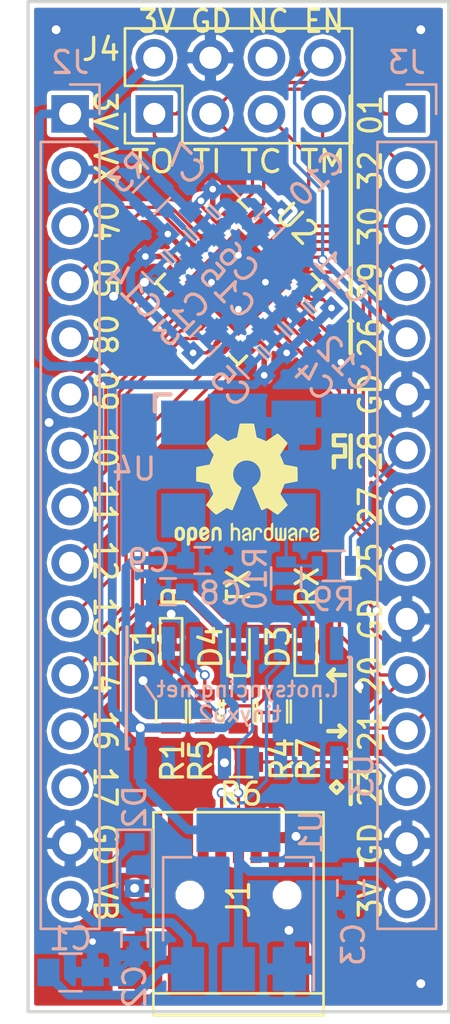
<source format=kicad_pcb>
(kicad_pcb (version 20170922) (host pcbnew "(2017-09-28 revision 6006b54dd)-master")

  (general
    (thickness 1.6)
    (drawings 37)
    (tracks 411)
    (zones 0)
    (modules 37)
    (nets 48)
  )

  (page A4)
  (layers
    (0 F.Cu signal)
    (31 B.Cu signal)
    (32 B.Adhes user)
    (33 F.Adhes user)
    (34 B.Paste user)
    (35 F.Paste user)
    (36 B.SilkS user)
    (37 F.SilkS user)
    (38 B.Mask user)
    (39 F.Mask user)
    (40 Dwgs.User user)
    (41 Cmts.User user)
    (42 Eco1.User user)
    (43 Eco2.User user)
    (44 Edge.Cuts user)
    (45 Margin user)
    (46 B.CrtYd user hide)
    (47 F.CrtYd user)
    (48 B.Fab user hide)
    (49 F.Fab user hide)
  )

  (setup
    (last_trace_width 0.15)
    (user_trace_width 0.15)
    (user_trace_width 0.4)
    (trace_clearance 0.15)
    (zone_clearance 0.2)
    (zone_45_only yes)
    (trace_min 0.15)
    (segment_width 0.2)
    (edge_width 0.15)
    (via_size 0.45)
    (via_drill 0.3)
    (via_min_size 0.45)
    (via_min_drill 0.3)
    (user_via 0.45 0.3)
    (user_via 0.55 0.4)
    (uvia_size 0.3)
    (uvia_drill 0.1)
    (uvias_allowed no)
    (uvia_min_size 0.2)
    (uvia_min_drill 0.1)
    (pcb_text_width 0.3)
    (pcb_text_size 1.5 1.5)
    (mod_edge_width 0.15)
    (mod_text_size 1 1)
    (mod_text_width 0.15)
    (pad_size 1.524 1.524)
    (pad_drill 0.762)
    (pad_to_mask_clearance 0.2)
    (aux_axis_origin 0 0)
    (visible_elements FFFFFF7F)
    (pcbplotparams
      (layerselection 0x010fc_ffffffff)
      (usegerberextensions true)
      (usegerberattributes true)
      (usegerberadvancedattributes true)
      (creategerberjobfile true)
      (excludeedgelayer true)
      (linewidth 0.100000)
      (plotframeref false)
      (viasonmask false)
      (mode 1)
      (useauxorigin false)
      (hpglpennumber 1)
      (hpglpenspeed 20)
      (hpglpendiameter 15)
      (psnegative false)
      (psa4output false)
      (plotreference true)
      (plotvalue true)
      (plotinvisibletext false)
      (padsonsilk false)
      (subtractmaskfromsilk true)
      (outputformat 1)
      (mirror false)
      (drillshape 0)
      (scaleselection 1)
      (outputdirectory gerber/))
  )

  (net 0 "")
  (net 1 /fpga/TX)
  (net 2 /fpga/RX)
  (net 3 /fpga/RS)
  (net 4 GND)
  (net 5 VBUS)
  (net 6 /fpga/VCCIO23)
  (net 7 +3V3)
  (net 8 /fpga/JTAG_TDI)
  (net 9 /fpga/JTAG_TCK)
  (net 10 /fpga/JTAG_TMS)
  (net 11 /fpga/JTAG_EN)
  (net 12 /fpga/JTAG_TDO)
  (net 13 /usbserial/DTR)
  (net 14 "Net-(U3-Pad8)")
  (net 15 /usbserial/USB-)
  (net 16 /usbserial/USB+)
  (net 17 /fpga/P27)
  (net 18 /fpga/P25)
  (net 19 /fpga/P16)
  (net 20 /fpga/P14)
  (net 21 /fpga/P13)
  (net 22 /fpga/P12)
  (net 23 /fpga/P11)
  (net 24 /fpga/P10)
  (net 25 /fpga/P9)
  (net 26 /fpga/P8)
  (net 27 /fpga/P5)
  (net 28 /fpga/P4)
  (net 29 /fpga/P17)
  (net 30 "Net-(J4-Pad6)")
  (net 31 "Net-(D1-Pad2)")
  (net 32 /fpga/TXD)
  (net 33 /fpga/RXD)
  (net 34 /fpga/CLK_FPGA)
  (net 35 /fpga/CLK_USBSER)
  (net 36 "Net-(U4-Pad1)")
  (net 37 "Net-(U3-Pad15)")
  (net 38 "Net-(U3-Pad14)")
  (net 39 "Net-(U3-Pad12)")
  (net 40 "Net-(U3-Pad11)")
  (net 41 "Net-(U3-Pad10)")
  (net 42 "Net-(U3-Pad9)")
  (net 43 "Net-(R10-Pad2)")
  (net 44 /usbserial/VU)
  (net 45 "Net-(D3-Pad1)")
  (net 46 "Net-(D4-Pad1)")
  (net 47 "Net-(J1-Pad4)")

  (net_class Default "This is the default net class."
    (clearance 0.15)
    (trace_width 0.25)
    (via_dia 0.45)
    (via_drill 0.3)
    (uvia_dia 0.3)
    (uvia_drill 0.1)
    (add_net /fpga/CLK_FPGA)
    (add_net /fpga/CLK_USBSER)
    (add_net /fpga/JTAG_EN)
    (add_net /fpga/JTAG_TCK)
    (add_net /fpga/JTAG_TDI)
    (add_net /fpga/JTAG_TDO)
    (add_net /fpga/JTAG_TMS)
    (add_net /fpga/P10)
    (add_net /fpga/P11)
    (add_net /fpga/P12)
    (add_net /fpga/P13)
    (add_net /fpga/P14)
    (add_net /fpga/P16)
    (add_net /fpga/P17)
    (add_net /fpga/P25)
    (add_net /fpga/P27)
    (add_net /fpga/P4)
    (add_net /fpga/P5)
    (add_net /fpga/P8)
    (add_net /fpga/P9)
    (add_net /fpga/RS)
    (add_net /fpga/RX)
    (add_net /fpga/RXD)
    (add_net /fpga/TX)
    (add_net /fpga/TXD)
    (add_net /usbserial/DTR)
    (add_net /usbserial/USB+)
    (add_net /usbserial/USB-)
    (add_net GND)
    (add_net "Net-(D1-Pad2)")
    (add_net "Net-(D3-Pad1)")
    (add_net "Net-(D4-Pad1)")
    (add_net "Net-(J1-Pad4)")
    (add_net "Net-(J4-Pad6)")
    (add_net "Net-(R10-Pad2)")
    (add_net "Net-(U3-Pad10)")
    (add_net "Net-(U3-Pad11)")
    (add_net "Net-(U3-Pad12)")
    (add_net "Net-(U3-Pad14)")
    (add_net "Net-(U3-Pad15)")
    (add_net "Net-(U3-Pad8)")
    (add_net "Net-(U3-Pad9)")
    (add_net "Net-(U4-Pad1)")
  )

  (net_class power ""
    (clearance 0.15)
    (trace_width 0.4)
    (via_dia 0.55)
    (via_drill 0.4)
    (uvia_dia 0.3)
    (uvia_drill 0.1)
    (add_net +3V3)
    (add_net /fpga/VCCIO23)
    (add_net /usbserial/VU)
    (add_net VBUS)
  )

  (module Symbols:OSHW-Logo2_7.3x6mm_SilkScreen (layer F.Cu) (tedit 0) (tstamp 5A32F57D)
    (at 117.221 98.0567)
    (descr "Open Source Hardware Symbol")
    (tags "Logo Symbol OSHW")
    (attr virtual)
    (fp_text reference REF*** (at 0 0) (layer F.SilkS) hide
      (effects (font (size 1 1) (thickness 0.15)))
    )
    (fp_text value OSHW-Logo2_7.3x6mm_SilkScreen (at 0.75 0) (layer F.Fab) hide
      (effects (font (size 1 1) (thickness 0.15)))
    )
    (fp_poly (pts (xy -2.400256 1.919918) (xy -2.344799 1.947568) (xy -2.295852 1.99848) (xy -2.282371 2.017338)
      (xy -2.267686 2.042015) (xy -2.258158 2.068816) (xy -2.252707 2.104587) (xy -2.250253 2.156169)
      (xy -2.249714 2.224267) (xy -2.252148 2.317588) (xy -2.260606 2.387657) (xy -2.276826 2.439931)
      (xy -2.302546 2.479869) (xy -2.339503 2.512929) (xy -2.342218 2.514886) (xy -2.37864 2.534908)
      (xy -2.422498 2.544815) (xy -2.478276 2.547257) (xy -2.568952 2.547257) (xy -2.56899 2.635283)
      (xy -2.569834 2.684308) (xy -2.574976 2.713065) (xy -2.588413 2.730311) (xy -2.614142 2.744808)
      (xy -2.620321 2.747769) (xy -2.649236 2.761648) (xy -2.671624 2.770414) (xy -2.688271 2.771171)
      (xy -2.699964 2.761023) (xy -2.70749 2.737073) (xy -2.711634 2.696426) (xy -2.713185 2.636186)
      (xy -2.712929 2.553455) (xy -2.711651 2.445339) (xy -2.711252 2.413) (xy -2.709815 2.301524)
      (xy -2.708528 2.228603) (xy -2.569029 2.228603) (xy -2.568245 2.290499) (xy -2.56476 2.330997)
      (xy -2.556876 2.357708) (xy -2.542895 2.378244) (xy -2.533403 2.38826) (xy -2.494596 2.417567)
      (xy -2.460237 2.419952) (xy -2.424784 2.39575) (xy -2.423886 2.394857) (xy -2.409461 2.376153)
      (xy -2.400687 2.350732) (xy -2.396261 2.311584) (xy -2.394882 2.251697) (xy -2.394857 2.23843)
      (xy -2.398188 2.155901) (xy -2.409031 2.098691) (xy -2.42866 2.063766) (xy -2.45835 2.048094)
      (xy -2.475509 2.046514) (xy -2.516234 2.053926) (xy -2.544168 2.07833) (xy -2.560983 2.12298)
      (xy -2.56835 2.19113) (xy -2.569029 2.228603) (xy -2.708528 2.228603) (xy -2.708292 2.215245)
      (xy -2.706323 2.150333) (xy -2.70355 2.102958) (xy -2.699612 2.06929) (xy -2.694151 2.045498)
      (xy -2.686808 2.027753) (xy -2.677223 2.012224) (xy -2.673113 2.006381) (xy -2.618595 1.951185)
      (xy -2.549664 1.91989) (xy -2.469928 1.911165) (xy -2.400256 1.919918)) (layer F.SilkS) (width 0.01))
    (fp_poly (pts (xy -1.283907 1.92778) (xy -1.237328 1.954723) (xy -1.204943 1.981466) (xy -1.181258 2.009484)
      (xy -1.164941 2.043748) (xy -1.154661 2.089227) (xy -1.149086 2.150892) (xy -1.146884 2.233711)
      (xy -1.146629 2.293246) (xy -1.146629 2.512391) (xy -1.208314 2.540044) (xy -1.27 2.567697)
      (xy -1.277257 2.32767) (xy -1.280256 2.238028) (xy -1.283402 2.172962) (xy -1.287299 2.128026)
      (xy -1.292553 2.09877) (xy -1.299769 2.080748) (xy -1.30955 2.069511) (xy -1.312688 2.067079)
      (xy -1.360239 2.048083) (xy -1.408303 2.0556) (xy -1.436914 2.075543) (xy -1.448553 2.089675)
      (xy -1.456609 2.10822) (xy -1.461729 2.136334) (xy -1.464559 2.179173) (xy -1.465744 2.241895)
      (xy -1.465943 2.307261) (xy -1.465982 2.389268) (xy -1.467386 2.447316) (xy -1.472086 2.486465)
      (xy -1.482013 2.51178) (xy -1.499097 2.528323) (xy -1.525268 2.541156) (xy -1.560225 2.554491)
      (xy -1.598404 2.569007) (xy -1.593859 2.311389) (xy -1.592029 2.218519) (xy -1.589888 2.149889)
      (xy -1.586819 2.100711) (xy -1.582206 2.066198) (xy -1.575432 2.041562) (xy -1.565881 2.022016)
      (xy -1.554366 2.00477) (xy -1.49881 1.94968) (xy -1.43102 1.917822) (xy -1.357287 1.910191)
      (xy -1.283907 1.92778)) (layer F.SilkS) (width 0.01))
    (fp_poly (pts (xy -2.958885 1.921962) (xy -2.890855 1.957733) (xy -2.840649 2.015301) (xy -2.822815 2.052312)
      (xy -2.808937 2.107882) (xy -2.801833 2.178096) (xy -2.80116 2.254727) (xy -2.806573 2.329552)
      (xy -2.81773 2.394342) (xy -2.834286 2.440873) (xy -2.839374 2.448887) (xy -2.899645 2.508707)
      (xy -2.971231 2.544535) (xy -3.048908 2.55502) (xy -3.127452 2.53881) (xy -3.149311 2.529092)
      (xy -3.191878 2.499143) (xy -3.229237 2.459433) (xy -3.232768 2.454397) (xy -3.247119 2.430124)
      (xy -3.256606 2.404178) (xy -3.26221 2.370022) (xy -3.264914 2.321119) (xy -3.265701 2.250935)
      (xy -3.265714 2.2352) (xy -3.265678 2.230192) (xy -3.120571 2.230192) (xy -3.119727 2.29643)
      (xy -3.116404 2.340386) (xy -3.109417 2.368779) (xy -3.097584 2.388325) (xy -3.091543 2.394857)
      (xy -3.056814 2.41968) (xy -3.023097 2.418548) (xy -2.989005 2.397016) (xy -2.968671 2.374029)
      (xy -2.956629 2.340478) (xy -2.949866 2.287569) (xy -2.949402 2.281399) (xy -2.948248 2.185513)
      (xy -2.960312 2.114299) (xy -2.98543 2.068194) (xy -3.02344 2.047635) (xy -3.037008 2.046514)
      (xy -3.072636 2.052152) (xy -3.097006 2.071686) (xy -3.111907 2.109042) (xy -3.119125 2.16815)
      (xy -3.120571 2.230192) (xy -3.265678 2.230192) (xy -3.265174 2.160413) (xy -3.262904 2.108159)
      (xy -3.257932 2.071949) (xy -3.249287 2.045299) (xy -3.235995 2.021722) (xy -3.233057 2.017338)
      (xy -3.183687 1.958249) (xy -3.129891 1.923947) (xy -3.064398 1.910331) (xy -3.042158 1.909665)
      (xy -2.958885 1.921962)) (layer F.SilkS) (width 0.01))
    (fp_poly (pts (xy -1.831697 1.931239) (xy -1.774473 1.969735) (xy -1.730251 2.025335) (xy -1.703833 2.096086)
      (xy -1.69849 2.148162) (xy -1.699097 2.169893) (xy -1.704178 2.186531) (xy -1.718145 2.201437)
      (xy -1.745411 2.217973) (xy -1.790388 2.239498) (xy -1.857489 2.269374) (xy -1.857829 2.269524)
      (xy -1.919593 2.297813) (xy -1.970241 2.322933) (xy -2.004596 2.342179) (xy -2.017482 2.352848)
      (xy -2.017486 2.352934) (xy -2.006128 2.376166) (xy -1.979569 2.401774) (xy -1.949077 2.420221)
      (xy -1.93363 2.423886) (xy -1.891485 2.411212) (xy -1.855192 2.379471) (xy -1.837483 2.344572)
      (xy -1.820448 2.318845) (xy -1.787078 2.289546) (xy -1.747851 2.264235) (xy -1.713244 2.250471)
      (xy -1.706007 2.249714) (xy -1.697861 2.26216) (xy -1.69737 2.293972) (xy -1.703357 2.336866)
      (xy -1.714643 2.382558) (xy -1.73005 2.422761) (xy -1.730829 2.424322) (xy -1.777196 2.489062)
      (xy -1.837289 2.533097) (xy -1.905535 2.554711) (xy -1.976362 2.552185) (xy -2.044196 2.523804)
      (xy -2.047212 2.521808) (xy -2.100573 2.473448) (xy -2.13566 2.410352) (xy -2.155078 2.327387)
      (xy -2.157684 2.304078) (xy -2.162299 2.194055) (xy -2.156767 2.142748) (xy -2.017486 2.142748)
      (xy -2.015676 2.174753) (xy -2.005778 2.184093) (xy -1.981102 2.177105) (xy -1.942205 2.160587)
      (xy -1.898725 2.139881) (xy -1.897644 2.139333) (xy -1.860791 2.119949) (xy -1.846 2.107013)
      (xy -1.849647 2.093451) (xy -1.865005 2.075632) (xy -1.904077 2.049845) (xy -1.946154 2.04795)
      (xy -1.983897 2.066717) (xy -2.009966 2.102915) (xy -2.017486 2.142748) (xy -2.156767 2.142748)
      (xy -2.152806 2.106027) (xy -2.12845 2.036212) (xy -2.094544 1.987302) (xy -2.033347 1.937878)
      (xy -1.965937 1.913359) (xy -1.89712 1.911797) (xy -1.831697 1.931239)) (layer F.SilkS) (width 0.01))
    (fp_poly (pts (xy -0.624114 1.851289) (xy -0.619861 1.910613) (xy -0.614975 1.945572) (xy -0.608205 1.96082)
      (xy -0.598298 1.961015) (xy -0.595086 1.959195) (xy -0.552356 1.946015) (xy -0.496773 1.946785)
      (xy -0.440263 1.960333) (xy -0.404918 1.977861) (xy -0.368679 2.005861) (xy -0.342187 2.037549)
      (xy -0.324001 2.077813) (xy -0.312678 2.131543) (xy -0.306778 2.203626) (xy -0.304857 2.298951)
      (xy -0.304823 2.317237) (xy -0.3048 2.522646) (xy -0.350509 2.53858) (xy -0.382973 2.54942)
      (xy -0.400785 2.554468) (xy -0.401309 2.554514) (xy -0.403063 2.540828) (xy -0.404556 2.503076)
      (xy -0.405674 2.446224) (xy -0.406303 2.375234) (xy -0.4064 2.332073) (xy -0.406602 2.246973)
      (xy -0.407642 2.185981) (xy -0.410169 2.144177) (xy -0.414836 2.116642) (xy -0.422293 2.098456)
      (xy -0.433189 2.084698) (xy -0.439993 2.078073) (xy -0.486728 2.051375) (xy -0.537728 2.049375)
      (xy -0.583999 2.071955) (xy -0.592556 2.080107) (xy -0.605107 2.095436) (xy -0.613812 2.113618)
      (xy -0.619369 2.139909) (xy -0.622474 2.179562) (xy -0.623824 2.237832) (xy -0.624114 2.318173)
      (xy -0.624114 2.522646) (xy -0.669823 2.53858) (xy -0.702287 2.54942) (xy -0.720099 2.554468)
      (xy -0.720623 2.554514) (xy -0.721963 2.540623) (xy -0.723172 2.501439) (xy -0.724199 2.4407)
      (xy -0.724998 2.362141) (xy -0.725519 2.269498) (xy -0.725714 2.166509) (xy -0.725714 1.769342)
      (xy -0.678543 1.749444) (xy -0.631371 1.729547) (xy -0.624114 1.851289)) (layer F.SilkS) (width 0.01))
    (fp_poly (pts (xy 0.039744 1.950968) (xy 0.096616 1.972087) (xy 0.097267 1.972493) (xy 0.13244 1.99838)
      (xy 0.158407 2.028633) (xy 0.17667 2.068058) (xy 0.188732 2.121462) (xy 0.196096 2.193651)
      (xy 0.200264 2.289432) (xy 0.200629 2.303078) (xy 0.205876 2.508842) (xy 0.161716 2.531678)
      (xy 0.129763 2.54711) (xy 0.11047 2.554423) (xy 0.109578 2.554514) (xy 0.106239 2.541022)
      (xy 0.103587 2.504626) (xy 0.101956 2.451452) (xy 0.1016 2.408393) (xy 0.101592 2.338641)
      (xy 0.098403 2.294837) (xy 0.087288 2.273944) (xy 0.063501 2.272925) (xy 0.022296 2.288741)
      (xy -0.039914 2.317815) (xy -0.085659 2.341963) (xy -0.109187 2.362913) (xy -0.116104 2.385747)
      (xy -0.116114 2.386877) (xy -0.104701 2.426212) (xy -0.070908 2.447462) (xy -0.019191 2.450539)
      (xy 0.018061 2.450006) (xy 0.037703 2.460735) (xy 0.049952 2.486505) (xy 0.057002 2.519337)
      (xy 0.046842 2.537966) (xy 0.043017 2.540632) (xy 0.007001 2.55134) (xy -0.043434 2.552856)
      (xy -0.095374 2.545759) (xy -0.132178 2.532788) (xy -0.183062 2.489585) (xy -0.211986 2.429446)
      (xy -0.217714 2.382462) (xy -0.213343 2.340082) (xy -0.197525 2.305488) (xy -0.166203 2.274763)
      (xy -0.115322 2.24399) (xy -0.040824 2.209252) (xy -0.036286 2.207288) (xy 0.030821 2.176287)
      (xy 0.072232 2.150862) (xy 0.089981 2.128014) (xy 0.086107 2.104745) (xy 0.062643 2.078056)
      (xy 0.055627 2.071914) (xy 0.00863 2.0481) (xy -0.040067 2.049103) (xy -0.082478 2.072451)
      (xy -0.110616 2.115675) (xy -0.113231 2.12416) (xy -0.138692 2.165308) (xy -0.170999 2.185128)
      (xy -0.217714 2.20477) (xy -0.217714 2.15395) (xy -0.203504 2.080082) (xy -0.161325 2.012327)
      (xy -0.139376 1.989661) (xy -0.089483 1.960569) (xy -0.026033 1.9474) (xy 0.039744 1.950968)) (layer F.SilkS) (width 0.01))
    (fp_poly (pts (xy 0.529926 1.949755) (xy 0.595858 1.974084) (xy 0.649273 2.017117) (xy 0.670164 2.047409)
      (xy 0.692939 2.102994) (xy 0.692466 2.143186) (xy 0.668562 2.170217) (xy 0.659717 2.174813)
      (xy 0.62153 2.189144) (xy 0.602028 2.185472) (xy 0.595422 2.161407) (xy 0.595086 2.148114)
      (xy 0.582992 2.09921) (xy 0.551471 2.064999) (xy 0.507659 2.048476) (xy 0.458695 2.052634)
      (xy 0.418894 2.074227) (xy 0.40545 2.086544) (xy 0.395921 2.101487) (xy 0.389485 2.124075)
      (xy 0.385317 2.159328) (xy 0.382597 2.212266) (xy 0.380502 2.287907) (xy 0.37996 2.311857)
      (xy 0.377981 2.39379) (xy 0.375731 2.451455) (xy 0.372357 2.489608) (xy 0.367006 2.513004)
      (xy 0.358824 2.526398) (xy 0.346959 2.534545) (xy 0.339362 2.538144) (xy 0.307102 2.550452)
      (xy 0.288111 2.554514) (xy 0.281836 2.540948) (xy 0.278006 2.499934) (xy 0.2766 2.430999)
      (xy 0.277598 2.333669) (xy 0.277908 2.318657) (xy 0.280101 2.229859) (xy 0.282693 2.165019)
      (xy 0.286382 2.119067) (xy 0.291864 2.086935) (xy 0.299835 2.063553) (xy 0.310993 2.043852)
      (xy 0.31683 2.03541) (xy 0.350296 1.998057) (xy 0.387727 1.969003) (xy 0.392309 1.966467)
      (xy 0.459426 1.946443) (xy 0.529926 1.949755)) (layer F.SilkS) (width 0.01))
    (fp_poly (pts (xy 1.190117 2.065358) (xy 1.189933 2.173837) (xy 1.189219 2.257287) (xy 1.187675 2.319704)
      (xy 1.185001 2.365085) (xy 1.180894 2.397429) (xy 1.175055 2.420733) (xy 1.167182 2.438995)
      (xy 1.161221 2.449418) (xy 1.111855 2.505945) (xy 1.049264 2.541377) (xy 0.980013 2.55409)
      (xy 0.910668 2.542463) (xy 0.869375 2.521568) (xy 0.826025 2.485422) (xy 0.796481 2.441276)
      (xy 0.778655 2.383462) (xy 0.770463 2.306313) (xy 0.769302 2.249714) (xy 0.769458 2.245647)
      (xy 0.870857 2.245647) (xy 0.871476 2.31055) (xy 0.874314 2.353514) (xy 0.88084 2.381622)
      (xy 0.892523 2.401953) (xy 0.906483 2.417288) (xy 0.953365 2.44689) (xy 1.003701 2.449419)
      (xy 1.051276 2.424705) (xy 1.054979 2.421356) (xy 1.070783 2.403935) (xy 1.080693 2.383209)
      (xy 1.086058 2.352362) (xy 1.088228 2.304577) (xy 1.088571 2.251748) (xy 1.087827 2.185381)
      (xy 1.084748 2.141106) (xy 1.078061 2.112009) (xy 1.066496 2.091173) (xy 1.057013 2.080107)
      (xy 1.01296 2.052198) (xy 0.962224 2.048843) (xy 0.913796 2.070159) (xy 0.90445 2.078073)
      (xy 0.88854 2.095647) (xy 0.87861 2.116587) (xy 0.873278 2.147782) (xy 0.871163 2.196122)
      (xy 0.870857 2.245647) (xy 0.769458 2.245647) (xy 0.77281 2.158568) (xy 0.784726 2.090086)
      (xy 0.807135 2.0386) (xy 0.842124 1.998443) (xy 0.869375 1.977861) (xy 0.918907 1.955625)
      (xy 0.976316 1.945304) (xy 1.029682 1.948067) (xy 1.059543 1.959212) (xy 1.071261 1.962383)
      (xy 1.079037 1.950557) (xy 1.084465 1.918866) (xy 1.088571 1.870593) (xy 1.093067 1.816829)
      (xy 1.099313 1.784482) (xy 1.110676 1.765985) (xy 1.130528 1.75377) (xy 1.143 1.748362)
      (xy 1.190171 1.728601) (xy 1.190117 2.065358)) (layer F.SilkS) (width 0.01))
    (fp_poly (pts (xy 1.779833 1.958663) (xy 1.782048 1.99685) (xy 1.783784 2.054886) (xy 1.784899 2.12818)
      (xy 1.785257 2.205055) (xy 1.785257 2.465196) (xy 1.739326 2.511127) (xy 1.707675 2.539429)
      (xy 1.67989 2.550893) (xy 1.641915 2.550168) (xy 1.62684 2.548321) (xy 1.579726 2.542948)
      (xy 1.540756 2.539869) (xy 1.531257 2.539585) (xy 1.499233 2.541445) (xy 1.453432 2.546114)
      (xy 1.435674 2.548321) (xy 1.392057 2.551735) (xy 1.362745 2.54432) (xy 1.33368 2.521427)
      (xy 1.323188 2.511127) (xy 1.277257 2.465196) (xy 1.277257 1.978602) (xy 1.314226 1.961758)
      (xy 1.346059 1.949282) (xy 1.364683 1.944914) (xy 1.369458 1.958718) (xy 1.373921 1.997286)
      (xy 1.377775 2.056356) (xy 1.380722 2.131663) (xy 1.382143 2.195286) (xy 1.386114 2.445657)
      (xy 1.420759 2.450556) (xy 1.452268 2.447131) (xy 1.467708 2.436041) (xy 1.472023 2.415308)
      (xy 1.475708 2.371145) (xy 1.478469 2.309146) (xy 1.480012 2.234909) (xy 1.480235 2.196706)
      (xy 1.480457 1.976783) (xy 1.526166 1.960849) (xy 1.558518 1.950015) (xy 1.576115 1.944962)
      (xy 1.576623 1.944914) (xy 1.578388 1.958648) (xy 1.580329 1.99673) (xy 1.582282 2.054482)
      (xy 1.584084 2.127227) (xy 1.585343 2.195286) (xy 1.589314 2.445657) (xy 1.6764 2.445657)
      (xy 1.680396 2.21724) (xy 1.684392 1.988822) (xy 1.726847 1.966868) (xy 1.758192 1.951793)
      (xy 1.776744 1.944951) (xy 1.777279 1.944914) (xy 1.779833 1.958663)) (layer F.SilkS) (width 0.01))
    (fp_poly (pts (xy 2.144876 1.956335) (xy 2.186667 1.975344) (xy 2.219469 1.998378) (xy 2.243503 2.024133)
      (xy 2.260097 2.057358) (xy 2.270577 2.1028) (xy 2.276271 2.165207) (xy 2.278507 2.249327)
      (xy 2.278743 2.304721) (xy 2.278743 2.520826) (xy 2.241774 2.53767) (xy 2.212656 2.549981)
      (xy 2.198231 2.554514) (xy 2.195472 2.541025) (xy 2.193282 2.504653) (xy 2.191942 2.451542)
      (xy 2.191657 2.409372) (xy 2.190434 2.348447) (xy 2.187136 2.300115) (xy 2.182321 2.270518)
      (xy 2.178496 2.264229) (xy 2.152783 2.270652) (xy 2.112418 2.287125) (xy 2.065679 2.309458)
      (xy 2.020845 2.333457) (xy 1.986193 2.35493) (xy 1.970002 2.369685) (xy 1.969938 2.369845)
      (xy 1.97133 2.397152) (xy 1.983818 2.423219) (xy 2.005743 2.444392) (xy 2.037743 2.451474)
      (xy 2.065092 2.450649) (xy 2.103826 2.450042) (xy 2.124158 2.459116) (xy 2.136369 2.483092)
      (xy 2.137909 2.487613) (xy 2.143203 2.521806) (xy 2.129047 2.542568) (xy 2.092148 2.552462)
      (xy 2.052289 2.554292) (xy 1.980562 2.540727) (xy 1.943432 2.521355) (xy 1.897576 2.475845)
      (xy 1.873256 2.419983) (xy 1.871073 2.360957) (xy 1.891629 2.305953) (xy 1.922549 2.271486)
      (xy 1.95342 2.252189) (xy 2.001942 2.227759) (xy 2.058485 2.202985) (xy 2.06791 2.199199)
      (xy 2.130019 2.171791) (xy 2.165822 2.147634) (xy 2.177337 2.123619) (xy 2.16658 2.096635)
      (xy 2.148114 2.075543) (xy 2.104469 2.049572) (xy 2.056446 2.047624) (xy 2.012406 2.067637)
      (xy 1.980709 2.107551) (xy 1.976549 2.117848) (xy 1.952327 2.155724) (xy 1.916965 2.183842)
      (xy 1.872343 2.206917) (xy 1.872343 2.141485) (xy 1.874969 2.101506) (xy 1.88623 2.069997)
      (xy 1.911199 2.036378) (xy 1.935169 2.010484) (xy 1.972441 1.973817) (xy 2.001401 1.954121)
      (xy 2.032505 1.94622) (xy 2.067713 1.944914) (xy 2.144876 1.956335)) (layer F.SilkS) (width 0.01))
    (fp_poly (pts (xy 2.6526 1.958752) (xy 2.669948 1.966334) (xy 2.711356 1.999128) (xy 2.746765 2.046547)
      (xy 2.768664 2.097151) (xy 2.772229 2.122098) (xy 2.760279 2.156927) (xy 2.734067 2.175357)
      (xy 2.705964 2.186516) (xy 2.693095 2.188572) (xy 2.686829 2.173649) (xy 2.674456 2.141175)
      (xy 2.669028 2.126502) (xy 2.63859 2.075744) (xy 2.59452 2.050427) (xy 2.53801 2.051206)
      (xy 2.533825 2.052203) (xy 2.503655 2.066507) (xy 2.481476 2.094393) (xy 2.466327 2.139287)
      (xy 2.45725 2.204615) (xy 2.453286 2.293804) (xy 2.452914 2.341261) (xy 2.45273 2.416071)
      (xy 2.451522 2.467069) (xy 2.448309 2.499471) (xy 2.442109 2.518495) (xy 2.43194 2.529356)
      (xy 2.416819 2.537272) (xy 2.415946 2.53767) (xy 2.386828 2.549981) (xy 2.372403 2.554514)
      (xy 2.370186 2.540809) (xy 2.368289 2.502925) (xy 2.366847 2.445715) (xy 2.365998 2.374027)
      (xy 2.365829 2.321565) (xy 2.366692 2.220047) (xy 2.37007 2.143032) (xy 2.377142 2.086023)
      (xy 2.389088 2.044526) (xy 2.40709 2.014043) (xy 2.432327 1.99008) (xy 2.457247 1.973355)
      (xy 2.517171 1.951097) (xy 2.586911 1.946076) (xy 2.6526 1.958752)) (layer F.SilkS) (width 0.01))
    (fp_poly (pts (xy 3.153595 1.966966) (xy 3.211021 2.004497) (xy 3.238719 2.038096) (xy 3.260662 2.099064)
      (xy 3.262405 2.147308) (xy 3.258457 2.211816) (xy 3.109686 2.276934) (xy 3.037349 2.310202)
      (xy 2.990084 2.336964) (xy 2.965507 2.360144) (xy 2.961237 2.382667) (xy 2.974889 2.407455)
      (xy 2.989943 2.423886) (xy 3.033746 2.450235) (xy 3.081389 2.452081) (xy 3.125145 2.431546)
      (xy 3.157289 2.390752) (xy 3.163038 2.376347) (xy 3.190576 2.331356) (xy 3.222258 2.312182)
      (xy 3.265714 2.295779) (xy 3.265714 2.357966) (xy 3.261872 2.400283) (xy 3.246823 2.435969)
      (xy 3.21528 2.476943) (xy 3.210592 2.482267) (xy 3.175506 2.51872) (xy 3.145347 2.538283)
      (xy 3.107615 2.547283) (xy 3.076335 2.55023) (xy 3.020385 2.550965) (xy 2.980555 2.54166)
      (xy 2.955708 2.527846) (xy 2.916656 2.497467) (xy 2.889625 2.464613) (xy 2.872517 2.423294)
      (xy 2.863238 2.367521) (xy 2.859693 2.291305) (xy 2.85941 2.252622) (xy 2.860372 2.206247)
      (xy 2.948007 2.206247) (xy 2.949023 2.231126) (xy 2.951556 2.2352) (xy 2.968274 2.229665)
      (xy 3.004249 2.215017) (xy 3.052331 2.19419) (xy 3.062386 2.189714) (xy 3.123152 2.158814)
      (xy 3.156632 2.131657) (xy 3.16399 2.10622) (xy 3.146391 2.080481) (xy 3.131856 2.069109)
      (xy 3.07941 2.046364) (xy 3.030322 2.050122) (xy 2.989227 2.077884) (xy 2.960758 2.127152)
      (xy 2.951631 2.166257) (xy 2.948007 2.206247) (xy 2.860372 2.206247) (xy 2.861285 2.162249)
      (xy 2.868196 2.095384) (xy 2.881884 2.046695) (xy 2.904096 2.010849) (xy 2.936574 1.982513)
      (xy 2.950733 1.973355) (xy 3.015053 1.949507) (xy 3.085473 1.948006) (xy 3.153595 1.966966)) (layer F.SilkS) (width 0.01))
    (fp_poly (pts (xy 0.10391 -2.757652) (xy 0.182454 -2.757222) (xy 0.239298 -2.756058) (xy 0.278105 -2.753793)
      (xy 0.302538 -2.75006) (xy 0.316262 -2.744494) (xy 0.32294 -2.736727) (xy 0.326236 -2.726395)
      (xy 0.326556 -2.725057) (xy 0.331562 -2.700921) (xy 0.340829 -2.653299) (xy 0.353392 -2.587259)
      (xy 0.368287 -2.507872) (xy 0.384551 -2.420204) (xy 0.385119 -2.417125) (xy 0.40141 -2.331211)
      (xy 0.416652 -2.255304) (xy 0.429861 -2.193955) (xy 0.440054 -2.151718) (xy 0.446248 -2.133145)
      (xy 0.446543 -2.132816) (xy 0.464788 -2.123747) (xy 0.502405 -2.108633) (xy 0.551271 -2.090738)
      (xy 0.551543 -2.090642) (xy 0.613093 -2.067507) (xy 0.685657 -2.038035) (xy 0.754057 -2.008403)
      (xy 0.757294 -2.006938) (xy 0.868702 -1.956374) (xy 1.115399 -2.12484) (xy 1.191077 -2.176197)
      (xy 1.259631 -2.222111) (xy 1.317088 -2.25997) (xy 1.359476 -2.287163) (xy 1.382825 -2.301079)
      (xy 1.385042 -2.302111) (xy 1.40201 -2.297516) (xy 1.433701 -2.275345) (xy 1.481352 -2.234553)
      (xy 1.546198 -2.174095) (xy 1.612397 -2.109773) (xy 1.676214 -2.046388) (xy 1.733329 -1.988549)
      (xy 1.780305 -1.939825) (xy 1.813703 -1.90379) (xy 1.830085 -1.884016) (xy 1.830694 -1.882998)
      (xy 1.832505 -1.869428) (xy 1.825683 -1.847267) (xy 1.80854 -1.813522) (xy 1.779393 -1.7652)
      (xy 1.736555 -1.699308) (xy 1.679448 -1.614483) (xy 1.628766 -1.539823) (xy 1.583461 -1.47286)
      (xy 1.54615 -1.417484) (xy 1.519452 -1.37758) (xy 1.505985 -1.357038) (xy 1.505137 -1.355644)
      (xy 1.506781 -1.335962) (xy 1.519245 -1.297707) (xy 1.540048 -1.248111) (xy 1.547462 -1.232272)
      (xy 1.579814 -1.16171) (xy 1.614328 -1.081647) (xy 1.642365 -1.012371) (xy 1.662568 -0.960955)
      (xy 1.678615 -0.921881) (xy 1.687888 -0.901459) (xy 1.689041 -0.899886) (xy 1.706096 -0.897279)
      (xy 1.746298 -0.890137) (xy 1.804302 -0.879477) (xy 1.874763 -0.866315) (xy 1.952335 -0.851667)
      (xy 2.031672 -0.836551) (xy 2.107431 -0.821982) (xy 2.174264 -0.808978) (xy 2.226828 -0.798555)
      (xy 2.259776 -0.79173) (xy 2.267857 -0.789801) (xy 2.276205 -0.785038) (xy 2.282506 -0.774282)
      (xy 2.287045 -0.753902) (xy 2.290104 -0.720266) (xy 2.291967 -0.669745) (xy 2.292918 -0.598708)
      (xy 2.29324 -0.503524) (xy 2.293257 -0.464508) (xy 2.293257 -0.147201) (xy 2.217057 -0.132161)
      (xy 2.174663 -0.124005) (xy 2.1114 -0.112101) (xy 2.034962 -0.097884) (xy 1.953043 -0.08279)
      (xy 1.9304 -0.078645) (xy 1.854806 -0.063947) (xy 1.788953 -0.049495) (xy 1.738366 -0.036625)
      (xy 1.708574 -0.026678) (xy 1.703612 -0.023713) (xy 1.691426 -0.002717) (xy 1.673953 0.037967)
      (xy 1.654577 0.090322) (xy 1.650734 0.1016) (xy 1.625339 0.171523) (xy 1.593817 0.250418)
      (xy 1.562969 0.321266) (xy 1.562817 0.321595) (xy 1.511447 0.432733) (xy 1.680399 0.681253)
      (xy 1.849352 0.929772) (xy 1.632429 1.147058) (xy 1.566819 1.211726) (xy 1.506979 1.268733)
      (xy 1.456267 1.315033) (xy 1.418046 1.347584) (xy 1.395675 1.363343) (xy 1.392466 1.364343)
      (xy 1.373626 1.356469) (xy 1.33518 1.334578) (xy 1.28133 1.301267) (xy 1.216276 1.259131)
      (xy 1.14594 1.211943) (xy 1.074555 1.16381) (xy 1.010908 1.121928) (xy 0.959041 1.088871)
      (xy 0.922995 1.067218) (xy 0.906867 1.059543) (xy 0.887189 1.066037) (xy 0.849875 1.08315)
      (xy 0.802621 1.107326) (xy 0.797612 1.110013) (xy 0.733977 1.141927) (xy 0.690341 1.157579)
      (xy 0.663202 1.157745) (xy 0.649057 1.143204) (xy 0.648975 1.143) (xy 0.641905 1.125779)
      (xy 0.625042 1.084899) (xy 0.599695 1.023525) (xy 0.567171 0.944819) (xy 0.528778 0.851947)
      (xy 0.485822 0.748072) (xy 0.444222 0.647502) (xy 0.398504 0.536516) (xy 0.356526 0.433703)
      (xy 0.319548 0.342215) (xy 0.288827 0.265201) (xy 0.265622 0.205815) (xy 0.25119 0.167209)
      (xy 0.246743 0.1528) (xy 0.257896 0.136272) (xy 0.287069 0.10993) (xy 0.325971 0.080887)
      (xy 0.436757 -0.010961) (xy 0.523351 -0.116241) (xy 0.584716 -0.232734) (xy 0.619815 -0.358224)
      (xy 0.627608 -0.490493) (xy 0.621943 -0.551543) (xy 0.591078 -0.678205) (xy 0.53792 -0.790059)
      (xy 0.465767 -0.885999) (xy 0.377917 -0.964924) (xy 0.277665 -1.02573) (xy 0.16831 -1.067313)
      (xy 0.053147 -1.088572) (xy -0.064525 -1.088401) (xy -0.18141 -1.065699) (xy -0.294211 -1.019362)
      (xy -0.399631 -0.948287) (xy -0.443632 -0.908089) (xy -0.528021 -0.804871) (xy -0.586778 -0.692075)
      (xy -0.620296 -0.57299) (xy -0.628965 -0.450905) (xy -0.613177 -0.329107) (xy -0.573322 -0.210884)
      (xy -0.509793 -0.099525) (xy -0.422979 0.001684) (xy -0.325971 0.080887) (xy -0.285563 0.111162)
      (xy -0.257018 0.137219) (xy -0.246743 0.152825) (xy -0.252123 0.169843) (xy -0.267425 0.2105)
      (xy -0.291388 0.271642) (xy -0.322756 0.350119) (xy -0.360268 0.44278) (xy -0.402667 0.546472)
      (xy -0.444337 0.647526) (xy -0.49031 0.758607) (xy -0.532893 0.861541) (xy -0.570779 0.953165)
      (xy -0.60266 1.030316) (xy -0.627229 1.089831) (xy -0.64318 1.128544) (xy -0.64909 1.143)
      (xy -0.663052 1.157685) (xy -0.69006 1.157642) (xy -0.733587 1.142099) (xy -0.79711 1.110284)
      (xy -0.797612 1.110013) (xy -0.84544 1.085323) (xy -0.884103 1.067338) (xy -0.905905 1.059614)
      (xy -0.906867 1.059543) (xy -0.923279 1.067378) (xy -0.959513 1.089165) (xy -1.011526 1.122328)
      (xy -1.075275 1.164291) (xy -1.14594 1.211943) (xy -1.217884 1.260191) (xy -1.282726 1.302151)
      (xy -1.336265 1.335227) (xy -1.374303 1.356821) (xy -1.392467 1.364343) (xy -1.409192 1.354457)
      (xy -1.44282 1.326826) (xy -1.48999 1.284495) (xy -1.547342 1.230505) (xy -1.611516 1.167899)
      (xy -1.632503 1.146983) (xy -1.849501 0.929623) (xy -1.684332 0.68722) (xy -1.634136 0.612781)
      (xy -1.590081 0.545972) (xy -1.554638 0.490665) (xy -1.530281 0.450729) (xy -1.519478 0.430036)
      (xy -1.519162 0.428563) (xy -1.524857 0.409058) (xy -1.540174 0.369822) (xy -1.562463 0.31743)
      (xy -1.578107 0.282355) (xy -1.607359 0.215201) (xy -1.634906 0.147358) (xy -1.656263 0.090034)
      (xy -1.662065 0.072572) (xy -1.678548 0.025938) (xy -1.69466 -0.010095) (xy -1.70351 -0.023713)
      (xy -1.72304 -0.032048) (xy -1.765666 -0.043863) (xy -1.825855 -0.057819) (xy -1.898078 -0.072578)
      (xy -1.9304 -0.078645) (xy -2.012478 -0.093727) (xy -2.091205 -0.108331) (xy -2.158891 -0.12102)
      (xy -2.20784 -0.130358) (xy -2.217057 -0.132161) (xy -2.293257 -0.147201) (xy -2.293257 -0.464508)
      (xy -2.293086 -0.568846) (xy -2.292384 -0.647787) (xy -2.290866 -0.704962) (xy -2.288251 -0.744001)
      (xy -2.284254 -0.768535) (xy -2.278591 -0.782195) (xy -2.27098 -0.788611) (xy -2.267857 -0.789801)
      (xy -2.249022 -0.79402) (xy -2.207412 -0.802438) (xy -2.14837 -0.814039) (xy -2.077243 -0.827805)
      (xy -1.999375 -0.84272) (xy -1.920113 -0.857768) (xy -1.844802 -0.871931) (xy -1.778787 -0.884194)
      (xy -1.727413 -0.893539) (xy -1.696025 -0.89895) (xy -1.689041 -0.899886) (xy -1.682715 -0.912404)
      (xy -1.66871 -0.945754) (xy -1.649645 -0.993623) (xy -1.642366 -1.012371) (xy -1.613004 -1.084805)
      (xy -1.578429 -1.16483) (xy -1.547463 -1.232272) (xy -1.524677 -1.283841) (xy -1.509518 -1.326215)
      (xy -1.504458 -1.352166) (xy -1.505264 -1.355644) (xy -1.515959 -1.372064) (xy -1.54038 -1.408583)
      (xy -1.575905 -1.461313) (xy -1.619913 -1.526365) (xy -1.669783 -1.599849) (xy -1.679644 -1.614355)
      (xy -1.737508 -1.700296) (xy -1.780044 -1.765739) (xy -1.808946 -1.813696) (xy -1.82591 -1.84718)
      (xy -1.832633 -1.869205) (xy -1.83081 -1.882783) (xy -1.830764 -1.882869) (xy -1.816414 -1.900703)
      (xy -1.784677 -1.935183) (xy -1.73899 -1.982732) (xy -1.682796 -2.039778) (xy -1.619532 -2.102745)
      (xy -1.612398 -2.109773) (xy -1.53267 -2.18698) (xy -1.471143 -2.24367) (xy -1.426579 -2.28089)
      (xy -1.397743 -2.299685) (xy -1.385042 -2.302111) (xy -1.366506 -2.291529) (xy -1.328039 -2.267084)
      (xy -1.273614 -2.231388) (xy -1.207202 -2.187053) (xy -1.132775 -2.136689) (xy -1.115399 -2.12484)
      (xy -0.868703 -1.956374) (xy -0.757294 -2.006938) (xy -0.689543 -2.036405) (xy -0.616817 -2.066041)
      (xy -0.554297 -2.08967) (xy -0.551543 -2.090642) (xy -0.50264 -2.108543) (xy -0.464943 -2.12368)
      (xy -0.446575 -2.13279) (xy -0.446544 -2.132816) (xy -0.440715 -2.149283) (xy -0.430808 -2.189781)
      (xy -0.417805 -2.249758) (xy -0.402691 -2.32466) (xy -0.386448 -2.409936) (xy -0.385119 -2.417125)
      (xy -0.368825 -2.504986) (xy -0.353867 -2.58474) (xy -0.341209 -2.651319) (xy -0.331814 -2.699653)
      (xy -0.326646 -2.724675) (xy -0.326556 -2.725057) (xy -0.323411 -2.735701) (xy -0.317296 -2.743738)
      (xy -0.304547 -2.749533) (xy -0.2815 -2.753453) (xy -0.244491 -2.755865) (xy -0.189856 -2.757135)
      (xy -0.113933 -2.757629) (xy -0.013056 -2.757714) (xy 0 -2.757714) (xy 0.10391 -2.757652)) (layer F.SilkS) (width 0.01))
  )

  (module LEDs:LED_0603 (layer F.Cu) (tedit 57FE93A5) (tstamp 59E00625)
    (at 119.888 105.41 90)
    (descr "LED 0603 smd package")
    (tags "LED led 0603 SMD smd SMT smt smdled SMDLED smtled SMTLED")
    (path /59CE819F/59CEB277)
    (attr smd)
    (fp_text reference D3 (at 0 -1.25 90) (layer F.SilkS)
      (effects (font (size 1 1) (thickness 0.15)))
    )
    (fp_text value Rd (at 0 1.35 90) (layer F.Fab)
      (effects (font (size 1 1) (thickness 0.15)))
    )
    (fp_line (start -1.45 -0.65) (end 1.45 -0.65) (layer F.CrtYd) (width 0.05))
    (fp_line (start -1.45 0.65) (end -1.45 -0.65) (layer F.CrtYd) (width 0.05))
    (fp_line (start 1.45 0.65) (end -1.45 0.65) (layer F.CrtYd) (width 0.05))
    (fp_line (start 1.45 -0.65) (end 1.45 0.65) (layer F.CrtYd) (width 0.05))
    (fp_line (start -1.3 -0.5) (end 0.8 -0.5) (layer F.SilkS) (width 0.12))
    (fp_line (start -1.3 0.5) (end 0.8 0.5) (layer F.SilkS) (width 0.12))
    (fp_line (start -0.8 0.4) (end -0.8 -0.4) (layer F.Fab) (width 0.1))
    (fp_line (start -0.8 -0.4) (end 0.8 -0.4) (layer F.Fab) (width 0.1))
    (fp_line (start 0.8 -0.4) (end 0.8 0.4) (layer F.Fab) (width 0.1))
    (fp_line (start 0.8 0.4) (end -0.8 0.4) (layer F.Fab) (width 0.1))
    (fp_line (start 0.15 -0.2) (end 0.15 0.2) (layer F.Fab) (width 0.1))
    (fp_line (start 0.15 0.2) (end -0.15 0) (layer F.Fab) (width 0.1))
    (fp_line (start -0.15 0) (end 0.15 -0.2) (layer F.Fab) (width 0.1))
    (fp_line (start -0.2 -0.2) (end -0.2 0.2) (layer F.Fab) (width 0.1))
    (fp_line (start -1.3 -0.5) (end -1.3 0.5) (layer F.SilkS) (width 0.12))
    (pad 1 smd rect (at -0.8 0 270) (size 0.8 0.8) (layers F.Cu F.Paste F.Mask)
      (net 45 "Net-(D3-Pad1)"))
    (pad 2 smd rect (at 0.8 0 270) (size 0.8 0.8) (layers F.Cu F.Paste F.Mask)
      (net 7 +3V3))
    (model ${KISYS3DMOD}/LEDs.3dshapes/LED_0603.wrl
      (at (xyz 0 0 0))
      (scale (xyz 1 1 1))
      (rotate (xyz 0 0 180))
    )
  )

  (module LEDs:LED_0603 (layer F.Cu) (tedit 57FE93A5) (tstamp 59E0063A)
    (at 116.84 105.41 90)
    (descr "LED 0603 smd package")
    (tags "LED led 0603 SMD smd SMT smt smdled SMDLED smtled SMTLED")
    (path /59CE819F/59CEAE2F)
    (attr smd)
    (fp_text reference D4 (at 0 -1.25 90) (layer F.SilkS)
      (effects (font (size 1 1) (thickness 0.15)))
    )
    (fp_text value Or (at 0 1.35 90) (layer F.Fab)
      (effects (font (size 1 1) (thickness 0.15)))
    )
    (fp_line (start -1.3 -0.5) (end -1.3 0.5) (layer F.SilkS) (width 0.12))
    (fp_line (start -0.2 -0.2) (end -0.2 0.2) (layer F.Fab) (width 0.1))
    (fp_line (start -0.15 0) (end 0.15 -0.2) (layer F.Fab) (width 0.1))
    (fp_line (start 0.15 0.2) (end -0.15 0) (layer F.Fab) (width 0.1))
    (fp_line (start 0.15 -0.2) (end 0.15 0.2) (layer F.Fab) (width 0.1))
    (fp_line (start 0.8 0.4) (end -0.8 0.4) (layer F.Fab) (width 0.1))
    (fp_line (start 0.8 -0.4) (end 0.8 0.4) (layer F.Fab) (width 0.1))
    (fp_line (start -0.8 -0.4) (end 0.8 -0.4) (layer F.Fab) (width 0.1))
    (fp_line (start -0.8 0.4) (end -0.8 -0.4) (layer F.Fab) (width 0.1))
    (fp_line (start -1.3 0.5) (end 0.8 0.5) (layer F.SilkS) (width 0.12))
    (fp_line (start -1.3 -0.5) (end 0.8 -0.5) (layer F.SilkS) (width 0.12))
    (fp_line (start 1.45 -0.65) (end 1.45 0.65) (layer F.CrtYd) (width 0.05))
    (fp_line (start 1.45 0.65) (end -1.45 0.65) (layer F.CrtYd) (width 0.05))
    (fp_line (start -1.45 0.65) (end -1.45 -0.65) (layer F.CrtYd) (width 0.05))
    (fp_line (start -1.45 -0.65) (end 1.45 -0.65) (layer F.CrtYd) (width 0.05))
    (pad 2 smd rect (at 0.8 0 270) (size 0.8 0.8) (layers F.Cu F.Paste F.Mask)
      (net 7 +3V3))
    (pad 1 smd rect (at -0.8 0 270) (size 0.8 0.8) (layers F.Cu F.Paste F.Mask)
      (net 46 "Net-(D4-Pad1)"))
    (model ${KISYS3DMOD}/LEDs.3dshapes/LED_0603.wrl
      (at (xyz 0 0 0))
      (scale (xyz 1 1 1))
      (rotate (xyz 0 0 180))
    )
  )

  (module Pin_Headers:Pin_Header_Straight_1x15_Pitch2.54mm (layer B.Cu) (tedit 59650532) (tstamp 59E0065D)
    (at 109.22 81.28 180)
    (descr "Through hole straight pin header, 1x15, 2.54mm pitch, single row")
    (tags "Through hole pin header THT 1x15 2.54mm single row")
    (path /59CE819F/59CE37F9)
    (fp_text reference J2 (at 0 2.33 180) (layer B.SilkS)
      (effects (font (size 1 1) (thickness 0.15)) (justify mirror))
    )
    (fp_text value Conn_Left (at 0 -37.89 180) (layer B.Fab)
      (effects (font (size 1 1) (thickness 0.15)) (justify mirror))
    )
    (fp_line (start -0.635 1.27) (end 1.27 1.27) (layer B.Fab) (width 0.1))
    (fp_line (start 1.27 1.27) (end 1.27 -36.83) (layer B.Fab) (width 0.1))
    (fp_line (start 1.27 -36.83) (end -1.27 -36.83) (layer B.Fab) (width 0.1))
    (fp_line (start -1.27 -36.83) (end -1.27 0.635) (layer B.Fab) (width 0.1))
    (fp_line (start -1.27 0.635) (end -0.635 1.27) (layer B.Fab) (width 0.1))
    (fp_line (start -1.33 -36.89) (end 1.33 -36.89) (layer B.SilkS) (width 0.12))
    (fp_line (start -1.33 -1.27) (end -1.33 -36.89) (layer B.SilkS) (width 0.12))
    (fp_line (start 1.33 -1.27) (end 1.33 -36.89) (layer B.SilkS) (width 0.12))
    (fp_line (start -1.33 -1.27) (end 1.33 -1.27) (layer B.SilkS) (width 0.12))
    (fp_line (start -1.33 0) (end -1.33 1.33) (layer B.SilkS) (width 0.12))
    (fp_line (start -1.33 1.33) (end 0 1.33) (layer B.SilkS) (width 0.12))
    (fp_line (start -1.8 1.8) (end -1.8 -37.35) (layer B.CrtYd) (width 0.05))
    (fp_line (start -1.8 -37.35) (end 1.8 -37.35) (layer B.CrtYd) (width 0.05))
    (fp_line (start 1.8 -37.35) (end 1.8 1.8) (layer B.CrtYd) (width 0.05))
    (fp_line (start 1.8 1.8) (end -1.8 1.8) (layer B.CrtYd) (width 0.05))
    (fp_text user %R (at 0 -17.78 90) (layer B.Fab)
      (effects (font (size 1 1) (thickness 0.15)) (justify mirror))
    )
    (pad 1 thru_hole rect (at 0 0 180) (size 1.7 1.7) (drill 1) (layers *.Cu *.Mask)
      (net 7 +3V3))
    (pad 2 thru_hole oval (at 0 -2.54 180) (size 1.7 1.7) (drill 1) (layers *.Cu *.Mask)
      (net 6 /fpga/VCCIO23))
    (pad 3 thru_hole oval (at 0 -5.08 180) (size 1.7 1.7) (drill 1) (layers *.Cu *.Mask)
      (net 28 /fpga/P4))
    (pad 4 thru_hole oval (at 0 -7.62 180) (size 1.7 1.7) (drill 1) (layers *.Cu *.Mask)
      (net 27 /fpga/P5))
    (pad 5 thru_hole oval (at 0 -10.16 180) (size 1.7 1.7) (drill 1) (layers *.Cu *.Mask)
      (net 26 /fpga/P8))
    (pad 6 thru_hole oval (at 0 -12.7 180) (size 1.7 1.7) (drill 1) (layers *.Cu *.Mask)
      (net 25 /fpga/P9))
    (pad 7 thru_hole oval (at 0 -15.24 180) (size 1.7 1.7) (drill 1) (layers *.Cu *.Mask)
      (net 24 /fpga/P10))
    (pad 8 thru_hole oval (at 0 -17.78 180) (size 1.7 1.7) (drill 1) (layers *.Cu *.Mask)
      (net 23 /fpga/P11))
    (pad 9 thru_hole oval (at 0 -20.32 180) (size 1.7 1.7) (drill 1) (layers *.Cu *.Mask)
      (net 22 /fpga/P12))
    (pad 10 thru_hole oval (at 0 -22.86 180) (size 1.7 1.7) (drill 1) (layers *.Cu *.Mask)
      (net 21 /fpga/P13))
    (pad 11 thru_hole oval (at 0 -25.4 180) (size 1.7 1.7) (drill 1) (layers *.Cu *.Mask)
      (net 20 /fpga/P14))
    (pad 12 thru_hole oval (at 0 -27.94 180) (size 1.7 1.7) (drill 1) (layers *.Cu *.Mask)
      (net 19 /fpga/P16))
    (pad 13 thru_hole oval (at 0 -30.48 180) (size 1.7 1.7) (drill 1) (layers *.Cu *.Mask)
      (net 29 /fpga/P17))
    (pad 14 thru_hole oval (at 0 -33.02 180) (size 1.7 1.7) (drill 1) (layers *.Cu *.Mask)
      (net 4 GND))
    (pad 15 thru_hole oval (at 0 -35.56 180) (size 1.7 1.7) (drill 1) (layers *.Cu *.Mask)
      (net 5 VBUS))
    (model ${KISYS3DMOD}/Pin_Headers.3dshapes/Pin_Header_Straight_1x15_Pitch2.54mm.wrl
      (at (xyz 0 0 0))
      (scale (xyz 1 1 1))
      (rotate (xyz 0 0 0))
    )
  )

  (module Pin_Headers:Pin_Header_Straight_1x15_Pitch2.54mm (layer B.Cu) (tedit 59650532) (tstamp 59E00680)
    (at 124.46 81.28 180)
    (descr "Through hole straight pin header, 1x15, 2.54mm pitch, single row")
    (tags "Through hole pin header THT 1x15 2.54mm single row")
    (path /59CE819F/59CE3A58)
    (fp_text reference J3 (at 0 2.33 180) (layer B.SilkS)
      (effects (font (size 1 1) (thickness 0.15)) (justify mirror))
    )
    (fp_text value Conn_Right (at 0 -37.89 180) (layer B.Fab)
      (effects (font (size 1 1) (thickness 0.15)) (justify mirror))
    )
    (fp_text user %R (at 0 -17.78 90) (layer B.Fab)
      (effects (font (size 1 1) (thickness 0.15)) (justify mirror))
    )
    (fp_line (start 1.8 1.8) (end -1.8 1.8) (layer B.CrtYd) (width 0.05))
    (fp_line (start 1.8 -37.35) (end 1.8 1.8) (layer B.CrtYd) (width 0.05))
    (fp_line (start -1.8 -37.35) (end 1.8 -37.35) (layer B.CrtYd) (width 0.05))
    (fp_line (start -1.8 1.8) (end -1.8 -37.35) (layer B.CrtYd) (width 0.05))
    (fp_line (start -1.33 1.33) (end 0 1.33) (layer B.SilkS) (width 0.12))
    (fp_line (start -1.33 0) (end -1.33 1.33) (layer B.SilkS) (width 0.12))
    (fp_line (start -1.33 -1.27) (end 1.33 -1.27) (layer B.SilkS) (width 0.12))
    (fp_line (start 1.33 -1.27) (end 1.33 -36.89) (layer B.SilkS) (width 0.12))
    (fp_line (start -1.33 -1.27) (end -1.33 -36.89) (layer B.SilkS) (width 0.12))
    (fp_line (start -1.33 -36.89) (end 1.33 -36.89) (layer B.SilkS) (width 0.12))
    (fp_line (start -1.27 0.635) (end -0.635 1.27) (layer B.Fab) (width 0.1))
    (fp_line (start -1.27 -36.83) (end -1.27 0.635) (layer B.Fab) (width 0.1))
    (fp_line (start 1.27 -36.83) (end -1.27 -36.83) (layer B.Fab) (width 0.1))
    (fp_line (start 1.27 1.27) (end 1.27 -36.83) (layer B.Fab) (width 0.1))
    (fp_line (start -0.635 1.27) (end 1.27 1.27) (layer B.Fab) (width 0.1))
    (pad 15 thru_hole oval (at 0 -35.56 180) (size 1.7 1.7) (drill 1) (layers *.Cu *.Mask)
      (net 7 +3V3))
    (pad 14 thru_hole oval (at 0 -33.02 180) (size 1.7 1.7) (drill 1) (layers *.Cu *.Mask)
      (net 4 GND))
    (pad 13 thru_hole oval (at 0 -30.48 180) (size 1.7 1.7) (drill 1) (layers *.Cu *.Mask)
      (net 3 /fpga/RS))
    (pad 12 thru_hole oval (at 0 -27.94 180) (size 1.7 1.7) (drill 1) (layers *.Cu *.Mask)
      (net 1 /fpga/TX))
    (pad 11 thru_hole oval (at 0 -25.4 180) (size 1.7 1.7) (drill 1) (layers *.Cu *.Mask)
      (net 2 /fpga/RX))
    (pad 10 thru_hole oval (at 0 -22.86 180) (size 1.7 1.7) (drill 1) (layers *.Cu *.Mask)
      (net 4 GND))
    (pad 9 thru_hole oval (at 0 -20.32 180) (size 1.7 1.7) (drill 1) (layers *.Cu *.Mask)
      (net 18 /fpga/P25))
    (pad 8 thru_hole oval (at 0 -17.78 180) (size 1.7 1.7) (drill 1) (layers *.Cu *.Mask)
      (net 17 /fpga/P27))
    (pad 7 thru_hole oval (at 0 -15.24 180) (size 1.7 1.7) (drill 1) (layers *.Cu *.Mask)
      (net 34 /fpga/CLK_FPGA))
    (pad 6 thru_hole oval (at 0 -12.7 180) (size 1.7 1.7) (drill 1) (layers *.Cu *.Mask)
      (net 4 GND))
    (pad 5 thru_hole oval (at 0 -10.16 180) (size 1.7 1.7) (drill 1) (layers *.Cu *.Mask)
      (net 11 /fpga/JTAG_EN))
    (pad 4 thru_hole oval (at 0 -7.62 180) (size 1.7 1.7) (drill 1) (layers *.Cu *.Mask)
      (net 10 /fpga/JTAG_TMS))
    (pad 3 thru_hole oval (at 0 -5.08 180) (size 1.7 1.7) (drill 1) (layers *.Cu *.Mask)
      (net 9 /fpga/JTAG_TCK))
    (pad 2 thru_hole oval (at 0 -2.54 180) (size 1.7 1.7) (drill 1) (layers *.Cu *.Mask)
      (net 8 /fpga/JTAG_TDI))
    (pad 1 thru_hole rect (at 0 0 180) (size 1.7 1.7) (drill 1) (layers *.Cu *.Mask)
      (net 12 /fpga/JTAG_TDO))
    (model ${KISYS3DMOD}/Pin_Headers.3dshapes/Pin_Header_Straight_1x15_Pitch2.54mm.wrl
      (at (xyz 0 0 0))
      (scale (xyz 1 1 1))
      (rotate (xyz 0 0 0))
    )
  )

  (module TO_SOT_Packages_SMD:SOT-223-3Lead_TabPin2 (layer B.Cu) (tedit 58CE4E7E) (tstamp 59E00696)
    (at 116.84 116.84 90)
    (descr "module CMS SOT223 4 pins")
    (tags "CMS SOT")
    (path /59CE0A28/59CE0B45)
    (attr smd)
    (fp_text reference U1 (at 3.048 3.302 90) (layer B.SilkS)
      (effects (font (size 1 1) (thickness 0.15)) (justify mirror))
    )
    (fp_text value AP1117-33 (at 0 -4.5 90) (layer B.Fab)
      (effects (font (size 1 1) (thickness 0.15)) (justify mirror))
    )
    (fp_line (start 1.85 3.35) (end 1.85 -3.35) (layer B.Fab) (width 0.1))
    (fp_line (start -1.85 -3.35) (end 1.85 -3.35) (layer B.Fab) (width 0.1))
    (fp_line (start -4.1 3.41) (end 1.91 3.41) (layer B.SilkS) (width 0.12))
    (fp_line (start -0.85 3.35) (end 1.85 3.35) (layer B.Fab) (width 0.1))
    (fp_line (start -1.85 -3.41) (end 1.91 -3.41) (layer B.SilkS) (width 0.12))
    (fp_line (start -1.85 2.35) (end -1.85 -3.35) (layer B.Fab) (width 0.1))
    (fp_line (start -1.85 2.35) (end -0.85 3.35) (layer B.Fab) (width 0.1))
    (fp_line (start -4.4 3.6) (end -4.4 -3.6) (layer B.CrtYd) (width 0.05))
    (fp_line (start -4.4 -3.6) (end 4.4 -3.6) (layer B.CrtYd) (width 0.05))
    (fp_line (start 4.4 -3.6) (end 4.4 3.6) (layer B.CrtYd) (width 0.05))
    (fp_line (start 4.4 3.6) (end -4.4 3.6) (layer B.CrtYd) (width 0.05))
    (fp_line (start 1.91 3.41) (end 1.91 2.15) (layer B.SilkS) (width 0.12))
    (fp_line (start 1.91 -3.41) (end 1.91 -2.15) (layer B.SilkS) (width 0.12))
    (fp_text user %R (at 0 0) (layer B.Fab)
      (effects (font (size 0.8 0.8) (thickness 0.12)) (justify mirror))
    )
    (pad 1 smd rect (at -3.15 2.3 90) (size 2 1.5) (layers B.Cu B.Paste B.Mask)
      (net 4 GND))
    (pad 3 smd rect (at -3.15 -2.3 90) (size 2 1.5) (layers B.Cu B.Paste B.Mask)
      (net 5 VBUS))
    (pad 2 smd rect (at -3.15 0 90) (size 2 1.5) (layers B.Cu B.Paste B.Mask)
      (net 7 +3V3))
    (pad 2 smd rect (at 3.15 0 90) (size 2 3.8) (layers B.Cu B.Paste B.Mask)
      (net 7 +3V3))
    (model ${KISYS3DMOD}/TO_SOT_Packages_SMD.3dshapes/SOT-223.wrl
      (at (xyz 0 0 0))
      (scale (xyz 1 1 1))
      (rotate (xyz 0 0 0))
    )
  )

  (module Housings_DFN_QFN:QFN-32-1EP_5x5mm_Pitch0.5mm (layer F.Cu) (tedit 54130A77) (tstamp 59E006CE)
    (at 116.84 88.9 315)
    (descr "UH Package; 32-Lead Plastic QFN (5mm x 5mm); (see Linear Technology QFN_32_05-08-1693.pdf)")
    (tags "QFN 0.5")
    (path /59CE0A28/59CE1D8D)
    (attr smd)
    (fp_text reference U2 (at 0 -3.75 315) (layer F.SilkS)
      (effects (font (size 1 1) (thickness 0.15)))
    )
    (fp_text value LCMXO2-1200HC-4SG32C (at 0 3.75 315) (layer F.Fab)
      (effects (font (size 1 1) (thickness 0.15)))
    )
    (fp_line (start 2.625 -2.625) (end 2.1 -2.625) (layer F.SilkS) (width 0.15))
    (fp_line (start 2.625 2.625) (end 2.1 2.625) (layer F.SilkS) (width 0.15))
    (fp_line (start -2.625 2.625) (end -2.1 2.625) (layer F.SilkS) (width 0.15))
    (fp_line (start -2.625 -2.625) (end -2.1 -2.625) (layer F.SilkS) (width 0.15))
    (fp_line (start 2.625 2.625) (end 2.625 2.1) (layer F.SilkS) (width 0.15))
    (fp_line (start -2.625 2.625) (end -2.625 2.1) (layer F.SilkS) (width 0.15))
    (fp_line (start 2.625 -2.625) (end 2.625 -2.1) (layer F.SilkS) (width 0.15))
    (fp_line (start -3 3) (end 3 3) (layer F.CrtYd) (width 0.05))
    (fp_line (start -3 -3) (end 3 -3) (layer F.CrtYd) (width 0.05))
    (fp_line (start 3 -3) (end 3 3) (layer F.CrtYd) (width 0.05))
    (fp_line (start -3 -3) (end -3 3) (layer F.CrtYd) (width 0.05))
    (fp_line (start -2.5 -1.5) (end -1.5 -2.5) (layer F.Fab) (width 0.15))
    (fp_line (start -2.5 2.5) (end -2.5 -1.5) (layer F.Fab) (width 0.15))
    (fp_line (start 2.5 2.5) (end -2.5 2.5) (layer F.Fab) (width 0.15))
    (fp_line (start 2.5 -2.5) (end 2.5 2.5) (layer F.Fab) (width 0.15))
    (fp_line (start -1.5 -2.5) (end 2.5 -2.5) (layer F.Fab) (width 0.15))
    (pad 33 smd rect (at -0.8625 -0.8625 315) (size 1.725 1.725) (layers F.Cu F.Paste F.Mask)
      (net 4 GND) (solder_paste_margin_ratio -0.2))
    (pad 33 smd rect (at -0.8625 0.8625 315) (size 1.725 1.725) (layers F.Cu F.Paste F.Mask)
      (net 4 GND) (solder_paste_margin_ratio -0.2))
    (pad 33 smd rect (at 0.8625 -0.8625 315) (size 1.725 1.725) (layers F.Cu F.Paste F.Mask)
      (net 4 GND) (solder_paste_margin_ratio -0.2))
    (pad 33 smd rect (at 0.8625 0.8625 315) (size 1.725 1.725) (layers F.Cu F.Paste F.Mask)
      (net 4 GND) (solder_paste_margin_ratio -0.2))
    (pad 32 smd rect (at -1.75 -2.4 45) (size 0.7 0.25) (layers F.Cu F.Paste F.Mask)
      (net 8 /fpga/JTAG_TDI))
    (pad 31 smd rect (at -1.25 -2.4 45) (size 0.7 0.25) (layers F.Cu F.Paste F.Mask)
      (net 7 +3V3))
    (pad 30 smd rect (at -0.75 -2.4 45) (size 0.7 0.25) (layers F.Cu F.Paste F.Mask)
      (net 9 /fpga/JTAG_TCK))
    (pad 29 smd rect (at -0.25 -2.4 45) (size 0.7 0.25) (layers F.Cu F.Paste F.Mask)
      (net 10 /fpga/JTAG_TMS))
    (pad 28 smd rect (at 0.25 -2.4 45) (size 0.7 0.25) (layers F.Cu F.Paste F.Mask)
      (net 34 /fpga/CLK_FPGA))
    (pad 27 smd rect (at 0.75 -2.4 45) (size 0.7 0.25) (layers F.Cu F.Paste F.Mask)
      (net 17 /fpga/P27))
    (pad 26 smd rect (at 1.25 -2.4 45) (size 0.7 0.25) (layers F.Cu F.Paste F.Mask)
      (net 11 /fpga/JTAG_EN))
    (pad 25 smd rect (at 1.75 -2.4 45) (size 0.7 0.25) (layers F.Cu F.Paste F.Mask)
      (net 18 /fpga/P25))
    (pad 24 smd rect (at 2.4 -1.75 315) (size 0.7 0.25) (layers F.Cu F.Paste F.Mask)
      (net 7 +3V3))
    (pad 23 smd rect (at 2.4 -1.25 315) (size 0.7 0.25) (layers F.Cu F.Paste F.Mask)
      (net 3 /fpga/RS))
    (pad 22 smd rect (at 2.4 -0.75 315) (size 0.7 0.25) (layers F.Cu F.Paste F.Mask)
      (net 4 GND))
    (pad 21 smd rect (at 2.4 -0.25 315) (size 0.7 0.25) (layers F.Cu F.Paste F.Mask)
      (net 1 /fpga/TX))
    (pad 20 smd rect (at 2.4 0.25 315) (size 0.7 0.25) (layers F.Cu F.Paste F.Mask)
      (net 2 /fpga/RX))
    (pad 19 smd rect (at 2.4 0.75 315) (size 0.7 0.25) (layers F.Cu F.Paste F.Mask)
      (net 7 +3V3))
    (pad 18 smd rect (at 2.4 1.25 315) (size 0.7 0.25) (layers F.Cu F.Paste F.Mask)
      (net 7 +3V3))
    (pad 17 smd rect (at 2.4 1.75 315) (size 0.7 0.25) (layers F.Cu F.Paste F.Mask)
      (net 29 /fpga/P17))
    (pad 16 smd rect (at 1.75 2.4 45) (size 0.7 0.25) (layers F.Cu F.Paste F.Mask)
      (net 19 /fpga/P16))
    (pad 15 smd rect (at 1.25 2.4 45) (size 0.7 0.25) (layers F.Cu F.Paste F.Mask)
      (net 6 /fpga/VCCIO23))
    (pad 14 smd rect (at 0.75 2.4 45) (size 0.7 0.25) (layers F.Cu F.Paste F.Mask)
      (net 20 /fpga/P14))
    (pad 13 smd rect (at 0.25 2.4 45) (size 0.7 0.25) (layers F.Cu F.Paste F.Mask)
      (net 21 /fpga/P13))
    (pad 12 smd rect (at -0.25 2.4 45) (size 0.7 0.25) (layers F.Cu F.Paste F.Mask)
      (net 22 /fpga/P12))
    (pad 11 smd rect (at -0.75 2.4 45) (size 0.7 0.25) (layers F.Cu F.Paste F.Mask)
      (net 23 /fpga/P11))
    (pad 10 smd rect (at -1.25 2.4 45) (size 0.7 0.25) (layers F.Cu F.Paste F.Mask)
      (net 24 /fpga/P10))
    (pad 9 smd rect (at -1.75 2.4 45) (size 0.7 0.25) (layers F.Cu F.Paste F.Mask)
      (net 25 /fpga/P9))
    (pad 8 smd rect (at -2.4 1.75 315) (size 0.7 0.25) (layers F.Cu F.Paste F.Mask)
      (net 26 /fpga/P8))
    (pad 7 smd rect (at -2.4 1.25 315) (size 0.7 0.25) (layers F.Cu F.Paste F.Mask)
      (net 6 /fpga/VCCIO23))
    (pad 6 smd rect (at -2.4 0.75 315) (size 0.7 0.25) (layers F.Cu F.Paste F.Mask)
      (net 6 /fpga/VCCIO23))
    (pad 5 smd rect (at -2.4 0.25 315) (size 0.7 0.25) (layers F.Cu F.Paste F.Mask)
      (net 27 /fpga/P5))
    (pad 4 smd rect (at -2.4 -0.25 315) (size 0.7 0.25) (layers F.Cu F.Paste F.Mask)
      (net 28 /fpga/P4))
    (pad 3 smd rect (at -2.4 -0.75 315) (size 0.7 0.25) (layers F.Cu F.Paste F.Mask)
      (net 4 GND))
    (pad 2 smd rect (at -2.4 -1.25 315) (size 0.7 0.25) (layers F.Cu F.Paste F.Mask)
      (net 7 +3V3))
    (pad 1 smd rect (at -2.4 -1.75 315) (size 0.7 0.25) (layers F.Cu F.Paste F.Mask)
      (net 12 /fpga/JTAG_TDO))
    (model ${KISYS3DMOD}/Housings_DFN_QFN.3dshapes/QFN-32-1EP_5x5mm_Pitch0.5mm.wrl
      (at (xyz 0 0 0))
      (scale (xyz 1 1 1))
      (rotate (xyz 0 0 0))
    )
  )

  (module Housings_SOIC:SOIC-16_3.9x9.9mm_Pitch1.27mm (layer B.Cu) (tedit 58CC8F64) (tstamp 59E006F3)
    (at 116.84 107.95 270)
    (descr "16-Lead Plastic Small Outline (SL) - Narrow, 3.90 mm Body [SOIC] (see Microchip Packaging Specification 00000049BS.pdf)")
    (tags "SOIC 1.27")
    (path /59CE3CDF/59CE5435)
    (attr smd)
    (fp_text reference U3 (at 3.302 -5.588 270) (layer B.SilkS)
      (effects (font (size 1 1) (thickness 0.15)) (justify mirror))
    )
    (fp_text value ch340g (at 0 -6 270) (layer B.Fab)
      (effects (font (size 1 1) (thickness 0.15)) (justify mirror))
    )
    (fp_line (start -2.075 5.05) (end -3.45 5.05) (layer B.SilkS) (width 0.15))
    (fp_line (start -2.075 -5.075) (end 2.075 -5.075) (layer B.SilkS) (width 0.15))
    (fp_line (start -2.075 5.075) (end 2.075 5.075) (layer B.SilkS) (width 0.15))
    (fp_line (start -2.075 -5.075) (end -2.075 -4.97) (layer B.SilkS) (width 0.15))
    (fp_line (start 2.075 -5.075) (end 2.075 -4.97) (layer B.SilkS) (width 0.15))
    (fp_line (start 2.075 5.075) (end 2.075 4.97) (layer B.SilkS) (width 0.15))
    (fp_line (start -2.075 5.075) (end -2.075 5.05) (layer B.SilkS) (width 0.15))
    (fp_line (start -3.7 -5.25) (end 3.7 -5.25) (layer B.CrtYd) (width 0.05))
    (fp_line (start -3.7 5.25) (end 3.7 5.25) (layer B.CrtYd) (width 0.05))
    (fp_line (start 3.7 5.25) (end 3.7 -5.25) (layer B.CrtYd) (width 0.05))
    (fp_line (start -3.7 5.25) (end -3.7 -5.25) (layer B.CrtYd) (width 0.05))
    (fp_line (start -1.95 3.95) (end -0.95 4.95) (layer B.Fab) (width 0.15))
    (fp_line (start -1.95 -4.95) (end -1.95 3.95) (layer B.Fab) (width 0.15))
    (fp_line (start 1.95 -4.95) (end -1.95 -4.95) (layer B.Fab) (width 0.15))
    (fp_line (start 1.95 4.95) (end 1.95 -4.95) (layer B.Fab) (width 0.15))
    (fp_line (start -0.95 4.95) (end 1.95 4.95) (layer B.Fab) (width 0.15))
    (fp_text user %R (at 0 0 270) (layer B.Fab)
      (effects (font (size 0.9 0.9) (thickness 0.135)) (justify mirror))
    )
    (pad 16 smd rect (at 2.7 4.445 270) (size 1.5 0.6) (layers B.Cu B.Paste B.Mask)
      (net 7 +3V3))
    (pad 15 smd rect (at 2.7 3.175 270) (size 1.5 0.6) (layers B.Cu B.Paste B.Mask)
      (net 37 "Net-(U3-Pad15)"))
    (pad 14 smd rect (at 2.7 1.905 270) (size 1.5 0.6) (layers B.Cu B.Paste B.Mask)
      (net 38 "Net-(U3-Pad14)"))
    (pad 13 smd rect (at 2.7 0.635 270) (size 1.5 0.6) (layers B.Cu B.Paste B.Mask)
      (net 13 /usbserial/DTR))
    (pad 12 smd rect (at 2.7 -0.635 270) (size 1.5 0.6) (layers B.Cu B.Paste B.Mask)
      (net 39 "Net-(U3-Pad12)"))
    (pad 11 smd rect (at 2.7 -1.905 270) (size 1.5 0.6) (layers B.Cu B.Paste B.Mask)
      (net 40 "Net-(U3-Pad11)"))
    (pad 10 smd rect (at 2.7 -3.175 270) (size 1.5 0.6) (layers B.Cu B.Paste B.Mask)
      (net 41 "Net-(U3-Pad10)"))
    (pad 9 smd rect (at 2.7 -4.445 270) (size 1.5 0.6) (layers B.Cu B.Paste B.Mask)
      (net 42 "Net-(U3-Pad9)"))
    (pad 8 smd rect (at -2.7 -4.445 270) (size 1.5 0.6) (layers B.Cu B.Paste B.Mask)
      (net 14 "Net-(U3-Pad8)"))
    (pad 7 smd rect (at -2.7 -3.175 270) (size 1.5 0.6) (layers B.Cu B.Paste B.Mask)
      (net 35 /fpga/CLK_USBSER))
    (pad 6 smd rect (at -2.7 -1.905 270) (size 1.5 0.6) (layers B.Cu B.Paste B.Mask)
      (net 15 /usbserial/USB-))
    (pad 5 smd rect (at -2.7 -0.635 270) (size 1.5 0.6) (layers B.Cu B.Paste B.Mask)
      (net 16 /usbserial/USB+))
    (pad 4 smd rect (at -2.7 0.635 270) (size 1.5 0.6) (layers B.Cu B.Paste B.Mask)
      (net 7 +3V3))
    (pad 3 smd rect (at -2.7 1.905 270) (size 1.5 0.6) (layers B.Cu B.Paste B.Mask)
      (net 33 /fpga/RXD))
    (pad 2 smd rect (at -2.7 3.175 270) (size 1.5 0.6) (layers B.Cu B.Paste B.Mask)
      (net 32 /fpga/TXD))
    (pad 1 smd rect (at -2.7 4.445 270) (size 1.5 0.6) (layers B.Cu B.Paste B.Mask)
      (net 4 GND))
    (model ${KISYS3DMOD}/Housings_SOIC.3dshapes/SOIC-16_3.9x9.9mm_Pitch1.27mm.wrl
      (at (xyz 0 0 0))
      (scale (xyz 1 1 1))
      (rotate (xyz 0 0 0))
    )
  )

  (module Pin_Headers:Pin_Header_Straight_2x04_Pitch2.54mm (layer F.Cu) (tedit 59650532) (tstamp 5A00FBEC)
    (at 113.03 81.28 90)
    (descr "Through hole straight pin header, 2x04, 2.54mm pitch, double rows")
    (tags "Through hole pin header THT 2x04 2.54mm double row")
    (path /59CE819F/59CE71D1)
    (fp_text reference J4 (at 2.921 -2.413 180) (layer F.SilkS)
      (effects (font (size 1 1) (thickness 0.15)))
    )
    (fp_text value JTAG (at 1.27 9.95 90) (layer F.Fab)
      (effects (font (size 1 1) (thickness 0.15)))
    )
    (fp_text user %R (at 1.27 3.81 180) (layer F.Fab)
      (effects (font (size 1 1) (thickness 0.15)))
    )
    (fp_line (start 4.35 -1.8) (end -1.8 -1.8) (layer F.CrtYd) (width 0.05))
    (fp_line (start 4.35 9.4) (end 4.35 -1.8) (layer F.CrtYd) (width 0.05))
    (fp_line (start -1.8 9.4) (end 4.35 9.4) (layer F.CrtYd) (width 0.05))
    (fp_line (start -1.8 -1.8) (end -1.8 9.4) (layer F.CrtYd) (width 0.05))
    (fp_line (start -1.33 -1.33) (end 0 -1.33) (layer F.SilkS) (width 0.12))
    (fp_line (start -1.33 0) (end -1.33 -1.33) (layer F.SilkS) (width 0.12))
    (fp_line (start 1.27 -1.33) (end 3.87 -1.33) (layer F.SilkS) (width 0.12))
    (fp_line (start 1.27 1.27) (end 1.27 -1.33) (layer F.SilkS) (width 0.12))
    (fp_line (start -1.33 1.27) (end 1.27 1.27) (layer F.SilkS) (width 0.12))
    (fp_line (start 3.87 -1.33) (end 3.87 8.95) (layer F.SilkS) (width 0.12))
    (fp_line (start -1.33 1.27) (end -1.33 8.95) (layer F.SilkS) (width 0.12))
    (fp_line (start -1.33 8.95) (end 3.87 8.95) (layer F.SilkS) (width 0.12))
    (fp_line (start -1.27 0) (end 0 -1.27) (layer F.Fab) (width 0.1))
    (fp_line (start -1.27 8.89) (end -1.27 0) (layer F.Fab) (width 0.1))
    (fp_line (start 3.81 8.89) (end -1.27 8.89) (layer F.Fab) (width 0.1))
    (fp_line (start 3.81 -1.27) (end 3.81 8.89) (layer F.Fab) (width 0.1))
    (fp_line (start 0 -1.27) (end 3.81 -1.27) (layer F.Fab) (width 0.1))
    (pad 8 thru_hole oval (at 2.54 7.62 90) (size 1.7 1.7) (drill 1) (layers *.Cu *.Mask)
      (net 11 /fpga/JTAG_EN))
    (pad 7 thru_hole oval (at 0 7.62 90) (size 1.7 1.7) (drill 1) (layers *.Cu *.Mask)
      (net 10 /fpga/JTAG_TMS))
    (pad 6 thru_hole oval (at 2.54 5.08 90) (size 1.7 1.7) (drill 1) (layers *.Cu *.Mask)
      (net 30 "Net-(J4-Pad6)"))
    (pad 5 thru_hole oval (at 0 5.08 90) (size 1.7 1.7) (drill 1) (layers *.Cu *.Mask)
      (net 9 /fpga/JTAG_TCK))
    (pad 4 thru_hole oval (at 2.54 2.54 90) (size 1.7 1.7) (drill 1) (layers *.Cu *.Mask)
      (net 4 GND))
    (pad 3 thru_hole oval (at 0 2.54 90) (size 1.7 1.7) (drill 1) (layers *.Cu *.Mask)
      (net 8 /fpga/JTAG_TDI))
    (pad 2 thru_hole oval (at 2.54 0 90) (size 1.7 1.7) (drill 1) (layers *.Cu *.Mask)
      (net 7 +3V3))
    (pad 1 thru_hole rect (at 0 0 90) (size 1.7 1.7) (drill 1) (layers *.Cu *.Mask)
      (net 12 /fpga/JTAG_TDO))
    (model ${KISYS3DMOD}/Pin_Headers.3dshapes/Pin_Header_Straight_2x04_Pitch2.54mm.wrl
      (at (xyz 0 0 0))
      (scale (xyz 1 1 1))
      (rotate (xyz 0 0 0))
    )
  )

  (module Capacitors_SMD:C_0805 (layer B.Cu) (tedit 58AA8463) (tstamp 5A1184B9)
    (at 109.236 120.142)
    (descr "Capacitor SMD 0805, reflow soldering, AVX (see smccp.pdf)")
    (tags "capacitor 0805")
    (path /59CE0A28/59CE0E72)
    (attr smd)
    (fp_text reference C1 (at 0 -1.524) (layer B.SilkS)
      (effects (font (size 1 1) (thickness 0.15)) (justify mirror))
    )
    (fp_text value 1u (at 0 -1.75) (layer B.Fab)
      (effects (font (size 1 1) (thickness 0.15)) (justify mirror))
    )
    (fp_line (start 1.75 -0.87) (end -1.75 -0.87) (layer B.CrtYd) (width 0.05))
    (fp_line (start 1.75 -0.87) (end 1.75 0.88) (layer B.CrtYd) (width 0.05))
    (fp_line (start -1.75 0.88) (end -1.75 -0.87) (layer B.CrtYd) (width 0.05))
    (fp_line (start -1.75 0.88) (end 1.75 0.88) (layer B.CrtYd) (width 0.05))
    (fp_line (start -0.5 -0.85) (end 0.5 -0.85) (layer B.SilkS) (width 0.12))
    (fp_line (start 0.5 0.85) (end -0.5 0.85) (layer B.SilkS) (width 0.12))
    (fp_line (start -1 0.62) (end 1 0.62) (layer B.Fab) (width 0.1))
    (fp_line (start 1 0.62) (end 1 -0.62) (layer B.Fab) (width 0.1))
    (fp_line (start 1 -0.62) (end -1 -0.62) (layer B.Fab) (width 0.1))
    (fp_line (start -1 -0.62) (end -1 0.62) (layer B.Fab) (width 0.1))
    (fp_text user %R (at 0 1.5) (layer B.Fab)
      (effects (font (size 1 1) (thickness 0.15)) (justify mirror))
    )
    (pad 2 smd rect (at 1 0) (size 1 1.25) (layers B.Cu B.Paste B.Mask)
      (net 4 GND))
    (pad 1 smd rect (at -1 0) (size 1 1.25) (layers B.Cu B.Paste B.Mask)
      (net 5 VBUS))
    (model Capacitors_SMD.3dshapes/C_0805.wrl
      (at (xyz 0 0 0))
      (scale (xyz 1 1 1))
      (rotate (xyz 0 0 0))
    )
  )

  (module Capacitors_SMD:C_0603 (layer B.Cu) (tedit 59958EE7) (tstamp 5A1184CA)
    (at 112.141 118.63 270)
    (descr "Capacitor SMD 0603, reflow soldering, AVX (see smccp.pdf)")
    (tags "capacitor 0603")
    (path /59CE0A28/59CE0D8D)
    (attr smd)
    (fp_text reference C2 (at 2.147 0 270) (layer B.SilkS)
      (effects (font (size 1 1) (thickness 0.15)) (justify mirror))
    )
    (fp_text value 100n (at 0 -1.5 270) (layer B.Fab)
      (effects (font (size 1 1) (thickness 0.15)) (justify mirror))
    )
    (fp_line (start 1.4 -0.65) (end -1.4 -0.65) (layer B.CrtYd) (width 0.05))
    (fp_line (start 1.4 -0.65) (end 1.4 0.65) (layer B.CrtYd) (width 0.05))
    (fp_line (start -1.4 0.65) (end -1.4 -0.65) (layer B.CrtYd) (width 0.05))
    (fp_line (start -1.4 0.65) (end 1.4 0.65) (layer B.CrtYd) (width 0.05))
    (fp_line (start 0.35 -0.6) (end -0.35 -0.6) (layer B.SilkS) (width 0.12))
    (fp_line (start -0.35 0.6) (end 0.35 0.6) (layer B.SilkS) (width 0.12))
    (fp_line (start -0.8 0.4) (end 0.8 0.4) (layer B.Fab) (width 0.1))
    (fp_line (start 0.8 0.4) (end 0.8 -0.4) (layer B.Fab) (width 0.1))
    (fp_line (start 0.8 -0.4) (end -0.8 -0.4) (layer B.Fab) (width 0.1))
    (fp_line (start -0.8 -0.4) (end -0.8 0.4) (layer B.Fab) (width 0.1))
    (fp_text user %R (at 0 0 270) (layer B.Fab)
      (effects (font (size 0.3 0.3) (thickness 0.075)) (justify mirror))
    )
    (pad 2 smd rect (at 0.75 0 270) (size 0.8 0.75) (layers B.Cu B.Paste B.Mask)
      (net 4 GND))
    (pad 1 smd rect (at -0.75 0 270) (size 0.8 0.75) (layers B.Cu B.Paste B.Mask)
      (net 5 VBUS))
    (model Capacitors_SMD.3dshapes/C_0603.wrl
      (at (xyz 0 0 0))
      (scale (xyz 1 1 1))
      (rotate (xyz 0 0 0))
    )
  )

  (module Capacitors_SMD:C_0603 (layer B.Cu) (tedit 59958EE7) (tstamp 5A1184DB)
    (at 121.92 116.32 90)
    (descr "Capacitor SMD 0603, reflow soldering, AVX (see smccp.pdf)")
    (tags "capacitor 0603")
    (path /59CE0A28/59CE1081)
    (attr smd)
    (fp_text reference C3 (at -2.552 0.127 90) (layer B.SilkS)
      (effects (font (size 1 1) (thickness 0.15)) (justify mirror))
    )
    (fp_text value 100n (at 0 -1.5 90) (layer B.Fab)
      (effects (font (size 1 1) (thickness 0.15)) (justify mirror))
    )
    (fp_text user %R (at 0 0 90) (layer B.Fab)
      (effects (font (size 0.3 0.3) (thickness 0.075)) (justify mirror))
    )
    (fp_line (start -0.8 -0.4) (end -0.8 0.4) (layer B.Fab) (width 0.1))
    (fp_line (start 0.8 -0.4) (end -0.8 -0.4) (layer B.Fab) (width 0.1))
    (fp_line (start 0.8 0.4) (end 0.8 -0.4) (layer B.Fab) (width 0.1))
    (fp_line (start -0.8 0.4) (end 0.8 0.4) (layer B.Fab) (width 0.1))
    (fp_line (start -0.35 0.6) (end 0.35 0.6) (layer B.SilkS) (width 0.12))
    (fp_line (start 0.35 -0.6) (end -0.35 -0.6) (layer B.SilkS) (width 0.12))
    (fp_line (start -1.4 0.65) (end 1.4 0.65) (layer B.CrtYd) (width 0.05))
    (fp_line (start -1.4 0.65) (end -1.4 -0.65) (layer B.CrtYd) (width 0.05))
    (fp_line (start 1.4 -0.65) (end 1.4 0.65) (layer B.CrtYd) (width 0.05))
    (fp_line (start 1.4 -0.65) (end -1.4 -0.65) (layer B.CrtYd) (width 0.05))
    (pad 1 smd rect (at -0.75 0 90) (size 0.8 0.75) (layers B.Cu B.Paste B.Mask)
      (net 4 GND))
    (pad 2 smd rect (at 0.75 0 90) (size 0.8 0.75) (layers B.Cu B.Paste B.Mask)
      (net 7 +3V3))
    (model Capacitors_SMD.3dshapes/C_0603.wrl
      (at (xyz 0 0 0))
      (scale (xyz 1 1 1))
      (rotate (xyz 0 0 0))
    )
  )

  (module Capacitors_SMD:C_0603 (layer B.Cu) (tedit 59958EE7) (tstamp 5A1184EC)
    (at 118.491 91.567 315)
    (descr "Capacitor SMD 0603, reflow soldering, AVX (see smccp.pdf)")
    (tags "capacitor 0603")
    (path /59CE0A28/59CE1FC1)
    (attr smd)
    (fp_text reference C4 (at 2.514472 0 315) (layer B.SilkS)
      (effects (font (size 1 1) (thickness 0.15)) (justify mirror))
    )
    (fp_text value 10n (at 0 -1.5 315) (layer B.Fab)
      (effects (font (size 1 1) (thickness 0.15)) (justify mirror))
    )
    (fp_line (start 1.4 -0.65) (end -1.4 -0.65) (layer B.CrtYd) (width 0.05))
    (fp_line (start 1.4 -0.65) (end 1.4 0.65) (layer B.CrtYd) (width 0.05))
    (fp_line (start -1.4 0.65) (end -1.4 -0.65) (layer B.CrtYd) (width 0.05))
    (fp_line (start -1.4 0.65) (end 1.4 0.65) (layer B.CrtYd) (width 0.05))
    (fp_line (start 0.349999 -0.6) (end -0.349999 -0.6) (layer B.SilkS) (width 0.12))
    (fp_line (start -0.349999 0.6) (end 0.349999 0.6) (layer B.SilkS) (width 0.12))
    (fp_line (start -0.8 0.4) (end 0.8 0.4) (layer B.Fab) (width 0.1))
    (fp_line (start 0.8 0.4) (end 0.8 -0.4) (layer B.Fab) (width 0.1))
    (fp_line (start 0.8 -0.4) (end -0.8 -0.4) (layer B.Fab) (width 0.1))
    (fp_line (start -0.8 -0.4) (end -0.8 0.4) (layer B.Fab) (width 0.1))
    (fp_text user %R (at 0 0 315) (layer B.Fab)
      (effects (font (size 0.3 0.3) (thickness 0.075)) (justify mirror))
    )
    (pad 2 smd rect (at 0.75 0 315) (size 0.8 0.75) (layers B.Cu B.Paste B.Mask)
      (net 7 +3V3))
    (pad 1 smd rect (at -0.75 0 315) (size 0.8 0.75) (layers B.Cu B.Paste B.Mask)
      (net 4 GND))
    (model Capacitors_SMD.3dshapes/C_0603.wrl
      (at (xyz 0 0 0))
      (scale (xyz 1 1 1))
      (rotate (xyz 0 0 0))
    )
  )

  (module Capacitors_SMD:C_0603 (layer B.Cu) (tedit 59958EE7) (tstamp 5A1184FD)
    (at 117.475 92.583 315)
    (descr "Capacitor SMD 0603, reflow soldering, AVX (see smccp.pdf)")
    (tags "capacitor 0603")
    (path /59CE0A28/59CE2F41)
    (attr smd)
    (fp_text reference C5 (at 0.035921 1.436841 315) (layer B.SilkS)
      (effects (font (size 1 1) (thickness 0.15)) (justify mirror))
    )
    (fp_text value 100n (at 0 -1.5 315) (layer B.Fab)
      (effects (font (size 1 1) (thickness 0.15)) (justify mirror))
    )
    (fp_line (start 1.4 -0.65) (end -1.4 -0.65) (layer B.CrtYd) (width 0.05))
    (fp_line (start 1.4 -0.65) (end 1.4 0.65) (layer B.CrtYd) (width 0.05))
    (fp_line (start -1.4 0.65) (end -1.4 -0.65) (layer B.CrtYd) (width 0.05))
    (fp_line (start -1.4 0.65) (end 1.4 0.65) (layer B.CrtYd) (width 0.05))
    (fp_line (start 0.349999 -0.6) (end -0.349999 -0.6) (layer B.SilkS) (width 0.12))
    (fp_line (start -0.349999 0.6) (end 0.349999 0.6) (layer B.SilkS) (width 0.12))
    (fp_line (start -0.8 0.4) (end 0.8 0.4) (layer B.Fab) (width 0.1))
    (fp_line (start 0.8 0.4) (end 0.8 -0.4) (layer B.Fab) (width 0.1))
    (fp_line (start 0.8 -0.4) (end -0.8 -0.4) (layer B.Fab) (width 0.1))
    (fp_line (start -0.8 -0.4) (end -0.8 0.4) (layer B.Fab) (width 0.1))
    (fp_text user %R (at 0 0 315) (layer B.Fab)
      (effects (font (size 0.3 0.3) (thickness 0.075)) (justify mirror))
    )
    (pad 2 smd rect (at 0.75 0 315) (size 0.8 0.75) (layers B.Cu B.Paste B.Mask)
      (net 7 +3V3))
    (pad 1 smd rect (at -0.75 0 315) (size 0.8 0.75) (layers B.Cu B.Paste B.Mask)
      (net 4 GND))
    (model Capacitors_SMD.3dshapes/C_0603.wrl
      (at (xyz 0 0 0))
      (scale (xyz 1 1 1))
      (rotate (xyz 0 0 0))
    )
  )

  (module Capacitors_SMD:C_0603 (layer B.Cu) (tedit 59958EE7) (tstamp 5A11850E)
    (at 115.189 86.233 135)
    (descr "Capacitor SMD 0603, reflow soldering, AVX (see smccp.pdf)")
    (tags "capacitor 0603")
    (path /59CE0A28/59CE300F)
    (attr smd)
    (fp_text reference C6 (at -2.424669 -0.089803 135) (layer B.SilkS)
      (effects (font (size 1 1) (thickness 0.15)) (justify mirror))
    )
    (fp_text value 10n (at 0 -1.5 135) (layer B.Fab)
      (effects (font (size 1 1) (thickness 0.15)) (justify mirror))
    )
    (fp_line (start 1.4 -0.65) (end -1.4 -0.65) (layer B.CrtYd) (width 0.05))
    (fp_line (start 1.4 -0.65) (end 1.4 0.65) (layer B.CrtYd) (width 0.05))
    (fp_line (start -1.4 0.65) (end -1.4 -0.65) (layer B.CrtYd) (width 0.05))
    (fp_line (start -1.4 0.65) (end 1.4 0.65) (layer B.CrtYd) (width 0.05))
    (fp_line (start 0.349999 -0.6) (end -0.349999 -0.6) (layer B.SilkS) (width 0.12))
    (fp_line (start -0.349999 0.6) (end 0.349999 0.6) (layer B.SilkS) (width 0.12))
    (fp_line (start -0.8 0.4) (end 0.8 0.4) (layer B.Fab) (width 0.1))
    (fp_line (start 0.8 0.4) (end 0.8 -0.4) (layer B.Fab) (width 0.1))
    (fp_line (start 0.8 -0.4) (end -0.8 -0.4) (layer B.Fab) (width 0.1))
    (fp_line (start -0.8 -0.4) (end -0.8 0.4) (layer B.Fab) (width 0.1))
    (fp_text user %R (at 0 0 135) (layer B.Fab)
      (effects (font (size 0.3 0.3) (thickness 0.075)) (justify mirror))
    )
    (pad 2 smd rect (at 0.75 0 135) (size 0.8 0.75) (layers B.Cu B.Paste B.Mask)
      (net 7 +3V3))
    (pad 1 smd rect (at -0.75 0 135) (size 0.8 0.75) (layers B.Cu B.Paste B.Mask)
      (net 4 GND))
    (model Capacitors_SMD.3dshapes/C_0603.wrl
      (at (xyz 0 0 0))
      (scale (xyz 1 1 1))
      (rotate (xyz 0 0 0))
    )
  )

  (module Capacitors_SMD:C_0603 (layer B.Cu) (tedit 59958EE7) (tstamp 5A11851F)
    (at 116.205 85.217 135)
    (descr "Capacitor SMD 0603, reflow soldering, AVX (see smccp.pdf)")
    (tags "capacitor 0603")
    (path /59CE0A28/59CE303F)
    (attr smd)
    (fp_text reference C7 (at 2.424669 -0.089803 135) (layer B.SilkS)
      (effects (font (size 1 1) (thickness 0.15)) (justify mirror))
    )
    (fp_text value 100n (at 0 -1.5 135) (layer B.Fab)
      (effects (font (size 1 1) (thickness 0.15)) (justify mirror))
    )
    (fp_text user %R (at 0 0 135) (layer B.Fab)
      (effects (font (size 0.3 0.3) (thickness 0.075)) (justify mirror))
    )
    (fp_line (start -0.8 -0.4) (end -0.8 0.4) (layer B.Fab) (width 0.1))
    (fp_line (start 0.8 -0.4) (end -0.8 -0.4) (layer B.Fab) (width 0.1))
    (fp_line (start 0.8 0.4) (end 0.8 -0.4) (layer B.Fab) (width 0.1))
    (fp_line (start -0.8 0.4) (end 0.8 0.4) (layer B.Fab) (width 0.1))
    (fp_line (start -0.349999 0.6) (end 0.349999 0.6) (layer B.SilkS) (width 0.12))
    (fp_line (start 0.349999 -0.6) (end -0.349999 -0.6) (layer B.SilkS) (width 0.12))
    (fp_line (start -1.4 0.65) (end 1.4 0.65) (layer B.CrtYd) (width 0.05))
    (fp_line (start -1.4 0.65) (end -1.4 -0.65) (layer B.CrtYd) (width 0.05))
    (fp_line (start 1.4 -0.65) (end 1.4 0.65) (layer B.CrtYd) (width 0.05))
    (fp_line (start 1.4 -0.65) (end -1.4 -0.65) (layer B.CrtYd) (width 0.05))
    (pad 1 smd rect (at -0.75 0 135) (size 0.8 0.75) (layers B.Cu B.Paste B.Mask)
      (net 4 GND))
    (pad 2 smd rect (at 0.75 0 135) (size 0.8 0.75) (layers B.Cu B.Paste B.Mask)
      (net 7 +3V3))
    (model Capacitors_SMD.3dshapes/C_0603.wrl
      (at (xyz 0 0 0))
      (scale (xyz 1 1 1))
      (rotate (xyz 0 0 0))
    )
  )

  (module Capacitors_SMD:C_0603 (layer B.Cu) (tedit 59958EE7) (tstamp 5A118530)
    (at 113.6523 102.9081 180)
    (descr "Capacitor SMD 0603, reflow soldering, AVX (see smccp.pdf)")
    (tags "capacitor 0603")
    (path /59CE3CDF/59CE59BF)
    (attr smd)
    (fp_text reference C8 (at -2.3749 -0.0635 180) (layer B.SilkS)
      (effects (font (size 1 1) (thickness 0.15)) (justify mirror))
    )
    (fp_text value 100n (at 0 -1.5 180) (layer B.Fab)
      (effects (font (size 1 1) (thickness 0.15)) (justify mirror))
    )
    (fp_line (start 1.4 -0.65) (end -1.4 -0.65) (layer B.CrtYd) (width 0.05))
    (fp_line (start 1.4 -0.65) (end 1.4 0.65) (layer B.CrtYd) (width 0.05))
    (fp_line (start -1.4 0.65) (end -1.4 -0.65) (layer B.CrtYd) (width 0.05))
    (fp_line (start -1.4 0.65) (end 1.4 0.65) (layer B.CrtYd) (width 0.05))
    (fp_line (start 0.35 -0.6) (end -0.35 -0.6) (layer B.SilkS) (width 0.12))
    (fp_line (start -0.35 0.6) (end 0.35 0.6) (layer B.SilkS) (width 0.12))
    (fp_line (start -0.8 0.4) (end 0.8 0.4) (layer B.Fab) (width 0.1))
    (fp_line (start 0.8 0.4) (end 0.8 -0.4) (layer B.Fab) (width 0.1))
    (fp_line (start 0.8 -0.4) (end -0.8 -0.4) (layer B.Fab) (width 0.1))
    (fp_line (start -0.8 -0.4) (end -0.8 0.4) (layer B.Fab) (width 0.1))
    (fp_text user %R (at 0 0 180) (layer B.Fab)
      (effects (font (size 0.3 0.3) (thickness 0.075)) (justify mirror))
    )
    (pad 2 smd rect (at 0.75 0 180) (size 0.8 0.75) (layers B.Cu B.Paste B.Mask)
      (net 4 GND))
    (pad 1 smd rect (at -0.75 0 180) (size 0.8 0.75) (layers B.Cu B.Paste B.Mask)
      (net 7 +3V3))
    (model Capacitors_SMD.3dshapes/C_0603.wrl
      (at (xyz 0 0 0))
      (scale (xyz 1 1 1))
      (rotate (xyz 0 0 0))
    )
  )

  (module Capacitors_SMD:C_0603 (layer B.Cu) (tedit 59958EE7) (tstamp 5A118541)
    (at 115.2024 101.4984)
    (descr "Capacitor SMD 0603, reflow soldering, AVX (see smccp.pdf)")
    (tags "capacitor 0603")
    (path /59CE819F/59CE98A6)
    (attr smd)
    (fp_text reference C9 (at -2.4264 0) (layer B.SilkS)
      (effects (font (size 1 1) (thickness 0.15)) (justify mirror))
    )
    (fp_text value 100n (at 0 -1.5) (layer B.Fab)
      (effects (font (size 1 1) (thickness 0.15)) (justify mirror))
    )
    (fp_text user %R (at 0 0) (layer B.Fab)
      (effects (font (size 0.3 0.3) (thickness 0.075)) (justify mirror))
    )
    (fp_line (start -0.8 -0.4) (end -0.8 0.4) (layer B.Fab) (width 0.1))
    (fp_line (start 0.8 -0.4) (end -0.8 -0.4) (layer B.Fab) (width 0.1))
    (fp_line (start 0.8 0.4) (end 0.8 -0.4) (layer B.Fab) (width 0.1))
    (fp_line (start -0.8 0.4) (end 0.8 0.4) (layer B.Fab) (width 0.1))
    (fp_line (start -0.35 0.6) (end 0.35 0.6) (layer B.SilkS) (width 0.12))
    (fp_line (start 0.35 -0.6) (end -0.35 -0.6) (layer B.SilkS) (width 0.12))
    (fp_line (start -1.4 0.65) (end 1.4 0.65) (layer B.CrtYd) (width 0.05))
    (fp_line (start -1.4 0.65) (end -1.4 -0.65) (layer B.CrtYd) (width 0.05))
    (fp_line (start 1.4 -0.65) (end 1.4 0.65) (layer B.CrtYd) (width 0.05))
    (fp_line (start 1.4 -0.65) (end -1.4 -0.65) (layer B.CrtYd) (width 0.05))
    (pad 1 smd rect (at -0.75 0) (size 0.8 0.75) (layers B.Cu B.Paste B.Mask)
      (net 7 +3V3))
    (pad 2 smd rect (at 0.75 0) (size 0.8 0.75) (layers B.Cu B.Paste B.Mask)
      (net 4 GND))
    (model Capacitors_SMD.3dshapes/C_0603.wrl
      (at (xyz 0 0 0))
      (scale (xyz 1 1 1))
      (rotate (xyz 0 0 0))
    )
  )

  (module Capacitors_SMD:C_0603 (layer B.Cu) (tedit 59958EE7) (tstamp 5A118552)
    (at 118.237 86.233 225)
    (descr "Capacitor SMD 0603, reflow soldering, AVX (see smccp.pdf)")
    (tags "capacitor 0603")
    (path /59CE819F/59CEB38A)
    (attr smd)
    (fp_text reference C10 (at -2.963485 -0.089803 225) (layer B.SilkS)
      (effects (font (size 1 1) (thickness 0.15)) (justify mirror))
    )
    (fp_text value 100n (at 0 -1.5 225) (layer B.Fab)
      (effects (font (size 1 1) (thickness 0.15)) (justify mirror))
    )
    (fp_line (start 1.4 -0.65) (end -1.4 -0.65) (layer B.CrtYd) (width 0.05))
    (fp_line (start 1.4 -0.65) (end 1.4 0.65) (layer B.CrtYd) (width 0.05))
    (fp_line (start -1.4 0.65) (end -1.4 -0.65) (layer B.CrtYd) (width 0.05))
    (fp_line (start -1.4 0.65) (end 1.4 0.65) (layer B.CrtYd) (width 0.05))
    (fp_line (start 0.349999 -0.6) (end -0.349999 -0.6) (layer B.SilkS) (width 0.12))
    (fp_line (start -0.349999 0.6) (end 0.349999 0.6) (layer B.SilkS) (width 0.12))
    (fp_line (start -0.8 0.4) (end 0.8 0.4) (layer B.Fab) (width 0.1))
    (fp_line (start 0.8 0.4) (end 0.8 -0.4) (layer B.Fab) (width 0.1))
    (fp_line (start 0.8 -0.4) (end -0.8 -0.4) (layer B.Fab) (width 0.1))
    (fp_line (start -0.8 -0.4) (end -0.8 0.4) (layer B.Fab) (width 0.1))
    (fp_text user %R (at 0 0 225) (layer B.Fab)
      (effects (font (size 0.3 0.3) (thickness 0.075)) (justify mirror))
    )
    (pad 2 smd rect (at 0.75 0 225) (size 0.8 0.75) (layers B.Cu B.Paste B.Mask)
      (net 4 GND))
    (pad 1 smd rect (at -0.75 0 225) (size 0.8 0.75) (layers B.Cu B.Paste B.Mask)
      (net 7 +3V3))
    (model Capacitors_SMD.3dshapes/C_0603.wrl
      (at (xyz 0 0 0))
      (scale (xyz 1 1 1))
      (rotate (xyz 0 0 0))
    )
  )

  (module Capacitors_SMD:C_0603 (layer B.Cu) (tedit 59958EE7) (tstamp 5A118563)
    (at 120.523 89.535 135)
    (descr "Capacitor SMD 0603, reflow soldering, AVX (see smccp.pdf)")
    (tags "capacitor 0603")
    (path /59CE819F/59CEB4E5)
    (attr smd)
    (fp_text reference C11 (at -0.089803 1.347038 135) (layer B.SilkS)
      (effects (font (size 1 1) (thickness 0.15)) (justify mirror))
    )
    (fp_text value 100n (at 0 -1.5 135) (layer B.Fab)
      (effects (font (size 1 1) (thickness 0.15)) (justify mirror))
    )
    (fp_text user %R (at 0 0 135) (layer B.Fab)
      (effects (font (size 0.3 0.3) (thickness 0.075)) (justify mirror))
    )
    (fp_line (start -0.8 -0.4) (end -0.8 0.4) (layer B.Fab) (width 0.1))
    (fp_line (start 0.8 -0.4) (end -0.8 -0.4) (layer B.Fab) (width 0.1))
    (fp_line (start 0.8 0.4) (end 0.8 -0.4) (layer B.Fab) (width 0.1))
    (fp_line (start -0.8 0.4) (end 0.8 0.4) (layer B.Fab) (width 0.1))
    (fp_line (start -0.349999 0.6) (end 0.349999 0.6) (layer B.SilkS) (width 0.12))
    (fp_line (start 0.349999 -0.6) (end -0.349999 -0.6) (layer B.SilkS) (width 0.12))
    (fp_line (start -1.4 0.65) (end 1.4 0.65) (layer B.CrtYd) (width 0.05))
    (fp_line (start -1.4 0.65) (end -1.4 -0.65) (layer B.CrtYd) (width 0.05))
    (fp_line (start 1.4 -0.65) (end 1.4 0.65) (layer B.CrtYd) (width 0.05))
    (fp_line (start 1.4 -0.65) (end -1.4 -0.65) (layer B.CrtYd) (width 0.05))
    (pad 1 smd rect (at -0.75 0 135) (size 0.8 0.75) (layers B.Cu B.Paste B.Mask)
      (net 7 +3V3))
    (pad 2 smd rect (at 0.75 0 135) (size 0.8 0.75) (layers B.Cu B.Paste B.Mask)
      (net 4 GND))
    (model Capacitors_SMD.3dshapes/C_0603.wrl
      (at (xyz 0 0 0))
      (scale (xyz 1 1 1))
      (rotate (xyz 0 0 0))
    )
  )

  (module Capacitors_SMD:C_0603 (layer B.Cu) (tedit 59958EE7) (tstamp 5A118574)
    (at 119.52933 90.551 135)
    (descr "Capacitor SMD 0603, reflow soldering, AVX (see smccp.pdf)")
    (tags "capacitor 0603")
    (path /59CE819F/59CEB527)
    (attr smd)
    (fp_text reference C12 (at -2.947695 0.074013 135) (layer B.SilkS)
      (effects (font (size 1 1) (thickness 0.15)) (justify mirror))
    )
    (fp_text value 100n (at 0 -1.5 135) (layer B.Fab)
      (effects (font (size 1 1) (thickness 0.15)) (justify mirror))
    )
    (fp_line (start 1.4 -0.65) (end -1.4 -0.65) (layer B.CrtYd) (width 0.05))
    (fp_line (start 1.4 -0.65) (end 1.4 0.65) (layer B.CrtYd) (width 0.05))
    (fp_line (start -1.4 0.65) (end -1.4 -0.65) (layer B.CrtYd) (width 0.05))
    (fp_line (start -1.4 0.65) (end 1.4 0.65) (layer B.CrtYd) (width 0.05))
    (fp_line (start 0.349999 -0.6) (end -0.349999 -0.6) (layer B.SilkS) (width 0.12))
    (fp_line (start -0.349999 0.6) (end 0.349999 0.6) (layer B.SilkS) (width 0.12))
    (fp_line (start -0.8 0.4) (end 0.8 0.4) (layer B.Fab) (width 0.1))
    (fp_line (start 0.8 0.4) (end 0.8 -0.4) (layer B.Fab) (width 0.1))
    (fp_line (start 0.8 -0.4) (end -0.8 -0.4) (layer B.Fab) (width 0.1))
    (fp_line (start -0.8 -0.4) (end -0.8 0.4) (layer B.Fab) (width 0.1))
    (fp_text user %R (at 0 0 135) (layer B.Fab)
      (effects (font (size 0.3 0.3) (thickness 0.075)) (justify mirror))
    )
    (pad 2 smd rect (at 0.75 0 135) (size 0.8 0.75) (layers B.Cu B.Paste B.Mask)
      (net 4 GND))
    (pad 1 smd rect (at -0.75 0 135) (size 0.8 0.75) (layers B.Cu B.Paste B.Mask)
      (net 7 +3V3))
    (model Capacitors_SMD.3dshapes/C_0603.wrl
      (at (xyz 0 0 0))
      (scale (xyz 1 1 1))
      (rotate (xyz 0 0 0))
    )
  )

  (module Capacitors_SMD:C_0603 (layer B.Cu) (tedit 59958EE7) (tstamp 5A118585)
    (at 115.316 91.567 45)
    (descr "Capacitor SMD 0603, reflow soldering, AVX (see smccp.pdf)")
    (tags "capacitor 0603")
    (path /59CE819F/59CEBF63)
    (attr smd)
    (fp_text reference C13 (at 0 -1.436841 45) (layer B.SilkS)
      (effects (font (size 1 1) (thickness 0.15)) (justify mirror))
    )
    (fp_text value 100n (at 0 -1.5 45) (layer B.Fab)
      (effects (font (size 1 1) (thickness 0.15)) (justify mirror))
    )
    (fp_text user %R (at 0 0 45) (layer B.Fab)
      (effects (font (size 0.3 0.3) (thickness 0.075)) (justify mirror))
    )
    (fp_line (start -0.8 -0.4) (end -0.8 0.4) (layer B.Fab) (width 0.1))
    (fp_line (start 0.8 -0.4) (end -0.8 -0.4) (layer B.Fab) (width 0.1))
    (fp_line (start 0.8 0.4) (end 0.8 -0.4) (layer B.Fab) (width 0.1))
    (fp_line (start -0.8 0.4) (end 0.8 0.4) (layer B.Fab) (width 0.1))
    (fp_line (start -0.349999 0.6) (end 0.349999 0.6) (layer B.SilkS) (width 0.12))
    (fp_line (start 0.349999 -0.6) (end -0.349999 -0.6) (layer B.SilkS) (width 0.12))
    (fp_line (start -1.4 0.65) (end 1.4 0.65) (layer B.CrtYd) (width 0.05))
    (fp_line (start -1.4 0.65) (end -1.4 -0.65) (layer B.CrtYd) (width 0.05))
    (fp_line (start 1.4 -0.65) (end 1.4 0.65) (layer B.CrtYd) (width 0.05))
    (fp_line (start 1.4 -0.65) (end -1.4 -0.65) (layer B.CrtYd) (width 0.05))
    (pad 1 smd rect (at -0.75 0 45) (size 0.8 0.75) (layers B.Cu B.Paste B.Mask)
      (net 6 /fpga/VCCIO23))
    (pad 2 smd rect (at 0.75 0 45) (size 0.8 0.75) (layers B.Cu B.Paste B.Mask)
      (net 4 GND))
    (model Capacitors_SMD.3dshapes/C_0603.wrl
      (at (xyz 0 0 0))
      (scale (xyz 1 1 1))
      (rotate (xyz 0 0 0))
    )
  )

  (module Capacitors_SMD:C_0603 (layer B.Cu) (tedit 59958EE7) (tstamp 5A118596)
    (at 113.157 88.265 315)
    (descr "Capacitor SMD 0603, reflow soldering, AVX (see smccp.pdf)")
    (tags "capacitor 0603")
    (path /59CE819F/59CEBF69)
    (attr smd)
    (fp_text reference C14 (at 0 1.5 315) (layer B.SilkS)
      (effects (font (size 1 1) (thickness 0.15)) (justify mirror))
    )
    (fp_text value 100n (at 0 -1.5 315) (layer B.Fab)
      (effects (font (size 1 1) (thickness 0.15)) (justify mirror))
    )
    (fp_text user %R (at 0 0 315) (layer B.Fab)
      (effects (font (size 0.3 0.3) (thickness 0.075)) (justify mirror))
    )
    (fp_line (start -0.8 -0.4) (end -0.8 0.4) (layer B.Fab) (width 0.1))
    (fp_line (start 0.8 -0.4) (end -0.8 -0.4) (layer B.Fab) (width 0.1))
    (fp_line (start 0.8 0.4) (end 0.8 -0.4) (layer B.Fab) (width 0.1))
    (fp_line (start -0.8 0.4) (end 0.8 0.4) (layer B.Fab) (width 0.1))
    (fp_line (start -0.349999 0.6) (end 0.349999 0.6) (layer B.SilkS) (width 0.12))
    (fp_line (start 0.349999 -0.6) (end -0.349999 -0.6) (layer B.SilkS) (width 0.12))
    (fp_line (start -1.4 0.65) (end 1.4 0.65) (layer B.CrtYd) (width 0.05))
    (fp_line (start -1.4 0.65) (end -1.4 -0.65) (layer B.CrtYd) (width 0.05))
    (fp_line (start 1.4 -0.65) (end 1.4 0.65) (layer B.CrtYd) (width 0.05))
    (fp_line (start 1.4 -0.65) (end -1.4 -0.65) (layer B.CrtYd) (width 0.05))
    (pad 1 smd rect (at -0.75 0 315) (size 0.8 0.75) (layers B.Cu B.Paste B.Mask)
      (net 6 /fpga/VCCIO23))
    (pad 2 smd rect (at 0.75 0 315) (size 0.8 0.75) (layers B.Cu B.Paste B.Mask)
      (net 4 GND))
    (model Capacitors_SMD.3dshapes/C_0603.wrl
      (at (xyz 0 0 0))
      (scale (xyz 1 1 1))
      (rotate (xyz 0 0 0))
    )
  )

  (module Capacitors_SMD:C_0603 (layer B.Cu) (tedit 59958EE7) (tstamp 5A1185A7)
    (at 114.173 87.249 315)
    (descr "Capacitor SMD 0603, reflow soldering, AVX (see smccp.pdf)")
    (tags "capacitor 0603")
    (path /59CE819F/59CEBF6F)
    (attr smd)
    (fp_text reference C15 (at 2.963485 -0.089803 315) (layer B.SilkS)
      (effects (font (size 1 1) (thickness 0.15)) (justify mirror))
    )
    (fp_text value 100n (at 0 -1.5 315) (layer B.Fab)
      (effects (font (size 1 1) (thickness 0.15)) (justify mirror))
    )
    (fp_text user %R (at 0 0 315) (layer B.Fab)
      (effects (font (size 0.3 0.3) (thickness 0.075)) (justify mirror))
    )
    (fp_line (start -0.8 -0.4) (end -0.8 0.4) (layer B.Fab) (width 0.1))
    (fp_line (start 0.8 -0.4) (end -0.8 -0.4) (layer B.Fab) (width 0.1))
    (fp_line (start 0.8 0.4) (end 0.8 -0.4) (layer B.Fab) (width 0.1))
    (fp_line (start -0.8 0.4) (end 0.8 0.4) (layer B.Fab) (width 0.1))
    (fp_line (start -0.349999 0.6) (end 0.349999 0.6) (layer B.SilkS) (width 0.12))
    (fp_line (start 0.349999 -0.6) (end -0.349999 -0.6) (layer B.SilkS) (width 0.12))
    (fp_line (start -1.4 0.65) (end 1.4 0.65) (layer B.CrtYd) (width 0.05))
    (fp_line (start -1.4 0.65) (end -1.4 -0.65) (layer B.CrtYd) (width 0.05))
    (fp_line (start 1.4 -0.65) (end 1.4 0.65) (layer B.CrtYd) (width 0.05))
    (fp_line (start 1.4 -0.65) (end -1.4 -0.65) (layer B.CrtYd) (width 0.05))
    (pad 1 smd rect (at -0.75 0 315) (size 0.8 0.75) (layers B.Cu B.Paste B.Mask)
      (net 6 /fpga/VCCIO23))
    (pad 2 smd rect (at 0.75 0 315) (size 0.8 0.75) (layers B.Cu B.Paste B.Mask)
      (net 4 GND))
    (model Capacitors_SMD.3dshapes/C_0603.wrl
      (at (xyz 0 0 0))
      (scale (xyz 1 1 1))
      (rotate (xyz 0 0 0))
    )
  )

  (module Connectors:USB_Mini-B (layer F.Cu) (tedit 5543E571) (tstamp 5A1185E8)
    (at 116.84 116.84 90)
    (descr "USB Mini-B 5-pin SMD connector")
    (tags "USB USB_B USB_Mini connector")
    (path /59CE3CDF/59CE581D)
    (attr smd)
    (fp_text reference J1 (at 0 0 90) (layer F.SilkS)
      (effects (font (size 1 1) (thickness 0.15)))
    )
    (fp_text value USB_OTG (at -0.65 -7.1 90) (layer F.Fab)
      (effects (font (size 1 1) (thickness 0.15)))
    )
    (fp_line (start 3.95 -3.85) (end -5.25 -3.85) (layer F.SilkS) (width 0.12))
    (fp_line (start 3.95 3.85) (end 3.95 -3.85) (layer F.SilkS) (width 0.12))
    (fp_line (start -5.25 3.85) (end 3.95 3.85) (layer F.SilkS) (width 0.12))
    (fp_line (start -5.25 -3.85) (end -5.25 3.85) (layer F.SilkS) (width 0.12))
    (fp_line (start -4.25 -3.85) (end -4.25 3.85) (layer F.SilkS) (width 0.12))
    (fp_line (start -5.5 5.7) (end -5.5 -5.7) (layer F.CrtYd) (width 0.05))
    (fp_line (start 4.2 5.7) (end -5.5 5.7) (layer F.CrtYd) (width 0.05))
    (fp_line (start 4.2 -5.7) (end 4.2 5.7) (layer F.CrtYd) (width 0.05))
    (fp_line (start -5.5 -5.7) (end 4.2 -5.7) (layer F.CrtYd) (width 0.05))
    (pad "" np_thru_hole circle (at 0.2 2.2 90) (size 0.9 0.9) (drill 0.9) (layers *.Cu *.Mask))
    (pad "" np_thru_hole circle (at 0.2 -2.2 90) (size 0.9 0.9) (drill 0.9) (layers *.Cu *.Mask))
    (pad 6 smd rect (at -2.8 4.45 90) (size 2.5 2) (layers F.Cu F.Paste F.Mask)
      (net 4 GND))
    (pad 6 smd rect (at 2.7 4.45 90) (size 2.5 2) (layers F.Cu F.Paste F.Mask)
      (net 4 GND))
    (pad 6 smd rect (at -2.8 -4.45 90) (size 2.5 2) (layers F.Cu F.Paste F.Mask)
      (net 4 GND))
    (pad 6 smd rect (at 2.7 -4.45 90) (size 2.5 2) (layers F.Cu F.Paste F.Mask)
      (net 4 GND))
    (pad 5 smd rect (at 2.8 1.6 90) (size 2.3 0.5) (layers F.Cu F.Paste F.Mask)
      (net 4 GND))
    (pad 4 smd rect (at 2.8 0.8 90) (size 2.3 0.5) (layers F.Cu F.Paste F.Mask)
      (net 47 "Net-(J1-Pad4)"))
    (pad 3 smd rect (at 2.8 0 90) (size 2.3 0.5) (layers F.Cu F.Paste F.Mask)
      (net 16 /usbserial/USB+))
    (pad 2 smd rect (at 2.8 -0.8 90) (size 2.3 0.5) (layers F.Cu F.Paste F.Mask)
      (net 15 /usbserial/USB-))
    (pad 1 smd rect (at 2.8 -1.6 90) (size 2.3 0.5) (layers F.Cu F.Paste F.Mask)
      (net 44 /usbserial/VU))
    (model ${KISYS3DMOD}/smd.shapes3d/USB_JACK.x3d
      (at (xyz -0.02362204724409449 0 0))
      (scale (xyz 1 1 1))
      (rotate (xyz 0 0 0))
    )
  )

  (module Resistors_SMD:R_0603 (layer B.Cu) (tedit 58E0A804) (tstamp 5A11860A)
    (at 112.903 84.963 45)
    (descr "Resistor SMD 0603, reflow soldering, Vishay (see dcrcw.pdf)")
    (tags "resistor 0603")
    (path /59CE819F/59CEC5BE)
    (attr smd)
    (fp_text reference R3 (at 0 -1.436841 45) (layer B.SilkS)
      (effects (font (size 1 1) (thickness 0.15)) (justify mirror))
    )
    (fp_text value DNP (at 0 -1.5 45) (layer B.Fab)
      (effects (font (size 1 1) (thickness 0.15)) (justify mirror))
    )
    (fp_text user %R (at 0 0 45) (layer B.Fab)
      (effects (font (size 0.4 0.4) (thickness 0.075)) (justify mirror))
    )
    (fp_line (start -0.8 -0.4) (end -0.8 0.4) (layer B.Fab) (width 0.1))
    (fp_line (start 0.8 -0.4) (end -0.8 -0.4) (layer B.Fab) (width 0.1))
    (fp_line (start 0.8 0.4) (end 0.8 -0.4) (layer B.Fab) (width 0.1))
    (fp_line (start -0.8 0.4) (end 0.8 0.4) (layer B.Fab) (width 0.1))
    (fp_line (start 0.5 -0.68) (end -0.5 -0.68) (layer B.SilkS) (width 0.12))
    (fp_line (start -0.5 0.68) (end 0.5 0.68) (layer B.SilkS) (width 0.12))
    (fp_line (start -1.25 0.7) (end 1.25 0.7) (layer B.CrtYd) (width 0.05))
    (fp_line (start -1.25 0.7) (end -1.25 -0.7) (layer B.CrtYd) (width 0.05))
    (fp_line (start 1.25 -0.7) (end 1.25 0.7) (layer B.CrtYd) (width 0.05))
    (fp_line (start 1.25 -0.7) (end -1.25 -0.7) (layer B.CrtYd) (width 0.05))
    (pad 1 smd rect (at -0.75 0 45) (size 0.5 0.9) (layers B.Cu B.Paste B.Mask)
      (net 6 /fpga/VCCIO23))
    (pad 2 smd rect (at 0.75 0 45) (size 0.5 0.9) (layers B.Cu B.Paste B.Mask)
      (net 7 +3V3))
    (model ${KISYS3DMOD}/Resistors_SMD.3dshapes/R_0603.wrl
      (at (xyz 0 0 0))
      (scale (xyz 1 1 1))
      (rotate (xyz 0 0 0))
    )
  )

  (module Resistors_SMD:R_0603 (layer F.Cu) (tedit 58E0A804) (tstamp 5A11861B)
    (at 118.364 108.331 90)
    (descr "Resistor SMD 0603, reflow soldering, Vishay (see dcrcw.pdf)")
    (tags "resistor 0603")
    (path /59CE819F/59CE5A45)
    (attr smd)
    (fp_text reference R4 (at -2.159 0.4445 90) (layer F.SilkS)
      (effects (font (size 1 1) (thickness 0.15)))
    )
    (fp_text value 1k (at 0 1.5 90) (layer F.Fab)
      (effects (font (size 1 1) (thickness 0.15)))
    )
    (fp_line (start 1.25 0.7) (end -1.25 0.7) (layer F.CrtYd) (width 0.05))
    (fp_line (start 1.25 0.7) (end 1.25 -0.7) (layer F.CrtYd) (width 0.05))
    (fp_line (start -1.25 -0.7) (end -1.25 0.7) (layer F.CrtYd) (width 0.05))
    (fp_line (start -1.25 -0.7) (end 1.25 -0.7) (layer F.CrtYd) (width 0.05))
    (fp_line (start -0.5 -0.68) (end 0.5 -0.68) (layer F.SilkS) (width 0.12))
    (fp_line (start 0.5 0.68) (end -0.5 0.68) (layer F.SilkS) (width 0.12))
    (fp_line (start -0.8 -0.4) (end 0.8 -0.4) (layer F.Fab) (width 0.1))
    (fp_line (start 0.8 -0.4) (end 0.8 0.4) (layer F.Fab) (width 0.1))
    (fp_line (start 0.8 0.4) (end -0.8 0.4) (layer F.Fab) (width 0.1))
    (fp_line (start -0.8 0.4) (end -0.8 -0.4) (layer F.Fab) (width 0.1))
    (fp_text user %R (at 0 0 90) (layer F.Fab)
      (effects (font (size 0.4 0.4) (thickness 0.075)))
    )
    (pad 2 smd rect (at 0.75 0 90) (size 0.5 0.9) (layers F.Cu F.Paste F.Mask)
      (net 32 /fpga/TXD))
    (pad 1 smd rect (at -0.75 0 90) (size 0.5 0.9) (layers F.Cu F.Paste F.Mask)
      (net 1 /fpga/TX))
    (model ${KISYS3DMOD}/Resistors_SMD.3dshapes/R_0603.wrl
      (at (xyz 0 0 0))
      (scale (xyz 1 1 1))
      (rotate (xyz 0 0 0))
    )
  )

  (module Resistors_SMD:R_0603 (layer F.Cu) (tedit 58E0A804) (tstamp 5A11862C)
    (at 115.316 108.331 90)
    (descr "Resistor SMD 0603, reflow soldering, Vishay (see dcrcw.pdf)")
    (tags "resistor 0603")
    (path /59CE819F/59CE5D31)
    (attr smd)
    (fp_text reference R5 (at -2.2225 -0.1905 90) (layer F.SilkS)
      (effects (font (size 1 1) (thickness 0.15)))
    )
    (fp_text value 1k (at 0 1.5 90) (layer F.Fab)
      (effects (font (size 1 1) (thickness 0.15)))
    )
    (fp_line (start 1.25 0.7) (end -1.25 0.7) (layer F.CrtYd) (width 0.05))
    (fp_line (start 1.25 0.7) (end 1.25 -0.7) (layer F.CrtYd) (width 0.05))
    (fp_line (start -1.25 -0.7) (end -1.25 0.7) (layer F.CrtYd) (width 0.05))
    (fp_line (start -1.25 -0.7) (end 1.25 -0.7) (layer F.CrtYd) (width 0.05))
    (fp_line (start -0.5 -0.68) (end 0.5 -0.68) (layer F.SilkS) (width 0.12))
    (fp_line (start 0.5 0.68) (end -0.5 0.68) (layer F.SilkS) (width 0.12))
    (fp_line (start -0.8 -0.4) (end 0.8 -0.4) (layer F.Fab) (width 0.1))
    (fp_line (start 0.8 -0.4) (end 0.8 0.4) (layer F.Fab) (width 0.1))
    (fp_line (start 0.8 0.4) (end -0.8 0.4) (layer F.Fab) (width 0.1))
    (fp_line (start -0.8 0.4) (end -0.8 -0.4) (layer F.Fab) (width 0.1))
    (fp_text user %R (at 0 0 90) (layer F.Fab)
      (effects (font (size 0.4 0.4) (thickness 0.075)))
    )
    (pad 2 smd rect (at 0.75 0 90) (size 0.5 0.9) (layers F.Cu F.Paste F.Mask)
      (net 33 /fpga/RXD))
    (pad 1 smd rect (at -0.75 0 90) (size 0.5 0.9) (layers F.Cu F.Paste F.Mask)
      (net 2 /fpga/RX))
    (model ${KISYS3DMOD}/Resistors_SMD.3dshapes/R_0603.wrl
      (at (xyz 0 0 0))
      (scale (xyz 1 1 1))
      (rotate (xyz 0 0 0))
    )
  )

  (module Resistors_SMD:R_0603 (layer F.Cu) (tedit 59CF6124) (tstamp 5A11863D)
    (at 116.955 110.617 180)
    (descr "Resistor SMD 0603, reflow soldering, Vishay (see dcrcw.pdf)")
    (tags "resistor 0603")
    (path /59CE819F/59CE5D67)
    (attr smd)
    (fp_text reference R6 (at 0 -1.45 180) (layer F.SilkS)
      (effects (font (size 1 1) (thickness 0.15)))
    )
    (fp_text value 1k (at 0 1.5 180) (layer F.Fab)
      (effects (font (size 1 1) (thickness 0.15)))
    )
    (fp_text user %R (at 0 0 180) (layer F.Fab)
      (effects (font (size 0.4 0.4) (thickness 0.075)))
    )
    (fp_line (start -0.8 0.4) (end -0.8 -0.4) (layer F.Fab) (width 0.1))
    (fp_line (start 0.8 0.4) (end -0.8 0.4) (layer F.Fab) (width 0.1))
    (fp_line (start 0.8 -0.4) (end 0.8 0.4) (layer F.Fab) (width 0.1))
    (fp_line (start -0.8 -0.4) (end 0.8 -0.4) (layer F.Fab) (width 0.1))
    (fp_line (start 0.5 0.68) (end -0.5 0.68) (layer F.SilkS) (width 0.12))
    (fp_line (start -0.5 -0.68) (end 0.5 -0.68) (layer F.SilkS) (width 0.12))
    (fp_line (start -1.25 -0.7) (end 1.25 -0.7) (layer F.CrtYd) (width 0.05))
    (fp_line (start -1.25 -0.7) (end -1.25 0.7) (layer F.CrtYd) (width 0.05))
    (fp_line (start 1.25 0.7) (end 1.25 -0.7) (layer F.CrtYd) (width 0.05))
    (fp_line (start 1.25 0.7) (end -1.25 0.7) (layer F.CrtYd) (width 0.05))
    (pad 1 smd rect (at -0.75 0 180) (size 0.5 0.9) (layers F.Cu F.Paste F.Mask)
      (net 3 /fpga/RS))
    (pad 2 smd rect (at 0.75 0 180) (size 0.5 0.9) (layers F.Cu F.Paste F.Mask)
      (net 13 /usbserial/DTR))
    (model ${KISYS3DMOD}/Resistors_SMD.3dshapes/R_0603.wrl
      (at (xyz 0 0 0))
      (scale (xyz 1 1 1))
      (rotate (xyz 0 0 0))
    )
  )

  (module Resistors_SMD:R_0603 (layer F.Cu) (tedit 58E0A804) (tstamp 5A11864E)
    (at 119.888 108.331 270)
    (descr "Resistor SMD 0603, reflow soldering, Vishay (see dcrcw.pdf)")
    (tags "resistor 0603")
    (path /59CE819F/59CEBC90)
    (attr smd)
    (fp_text reference R7 (at 2.159 -0.127 270) (layer F.SilkS)
      (effects (font (size 1 1) (thickness 0.15)))
    )
    (fp_text value 1k (at 0 1.5 270) (layer F.Fab)
      (effects (font (size 1 1) (thickness 0.15)))
    )
    (fp_line (start 1.25 0.7) (end -1.25 0.7) (layer F.CrtYd) (width 0.05))
    (fp_line (start 1.25 0.7) (end 1.25 -0.7) (layer F.CrtYd) (width 0.05))
    (fp_line (start -1.25 -0.7) (end -1.25 0.7) (layer F.CrtYd) (width 0.05))
    (fp_line (start -1.25 -0.7) (end 1.25 -0.7) (layer F.CrtYd) (width 0.05))
    (fp_line (start -0.5 -0.68) (end 0.5 -0.68) (layer F.SilkS) (width 0.12))
    (fp_line (start 0.5 0.68) (end -0.5 0.68) (layer F.SilkS) (width 0.12))
    (fp_line (start -0.8 -0.4) (end 0.8 -0.4) (layer F.Fab) (width 0.1))
    (fp_line (start 0.8 -0.4) (end 0.8 0.4) (layer F.Fab) (width 0.1))
    (fp_line (start 0.8 0.4) (end -0.8 0.4) (layer F.Fab) (width 0.1))
    (fp_line (start -0.8 0.4) (end -0.8 -0.4) (layer F.Fab) (width 0.1))
    (fp_text user %R (at 0 0 270) (layer F.Fab)
      (effects (font (size 0.4 0.4) (thickness 0.075)))
    )
    (pad 2 smd rect (at 0.75 0 270) (size 0.5 0.9) (layers F.Cu F.Paste F.Mask)
      (net 1 /fpga/TX))
    (pad 1 smd rect (at -0.75 0 270) (size 0.5 0.9) (layers F.Cu F.Paste F.Mask)
      (net 45 "Net-(D3-Pad1)"))
    (model ${KISYS3DMOD}/Resistors_SMD.3dshapes/R_0603.wrl
      (at (xyz 0 0 0))
      (scale (xyz 1 1 1))
      (rotate (xyz 0 0 0))
    )
  )

  (module Resistors_SMD:R_0603 (layer F.Cu) (tedit 59CF890F) (tstamp 5A11865F)
    (at 116.84 108.331 270)
    (descr "Resistor SMD 0603, reflow soldering, Vishay (see dcrcw.pdf)")
    (tags "resistor 0603")
    (path /59CE819F/59CEBBCC)
    (attr smd)
    (fp_text reference R8 (at 0.0635 -0.0635 270) (layer F.SilkS) hide
      (effects (font (size 1 1) (thickness 0.15)))
    )
    (fp_text value 1k (at 0 1.5 270) (layer F.Fab)
      (effects (font (size 1 1) (thickness 0.15)))
    )
    (fp_line (start 1.25 0.7) (end -1.25 0.7) (layer F.CrtYd) (width 0.05))
    (fp_line (start 1.25 0.7) (end 1.25 -0.7) (layer F.CrtYd) (width 0.05))
    (fp_line (start -1.25 -0.7) (end -1.25 0.7) (layer F.CrtYd) (width 0.05))
    (fp_line (start -1.25 -0.7) (end 1.25 -0.7) (layer F.CrtYd) (width 0.05))
    (fp_line (start -0.5 -0.68) (end 0.5 -0.68) (layer F.SilkS) (width 0.12))
    (fp_line (start 0.5 0.68) (end -0.5 0.68) (layer F.SilkS) (width 0.12))
    (fp_line (start -0.8 -0.4) (end 0.8 -0.4) (layer F.Fab) (width 0.1))
    (fp_line (start 0.8 -0.4) (end 0.8 0.4) (layer F.Fab) (width 0.1))
    (fp_line (start 0.8 0.4) (end -0.8 0.4) (layer F.Fab) (width 0.1))
    (fp_line (start -0.8 0.4) (end -0.8 -0.4) (layer F.Fab) (width 0.1))
    (fp_text user %R (at 0 0 270) (layer F.Fab)
      (effects (font (size 0.4 0.4) (thickness 0.075)))
    )
    (pad 2 smd rect (at 0.75 0 270) (size 0.5 0.9) (layers F.Cu F.Paste F.Mask)
      (net 2 /fpga/RX))
    (pad 1 smd rect (at -0.75 0 270) (size 0.5 0.9) (layers F.Cu F.Paste F.Mask)
      (net 46 "Net-(D4-Pad1)"))
    (model ${KISYS3DMOD}/Resistors_SMD.3dshapes/R_0603.wrl
      (at (xyz 0 0 0))
      (scale (xyz 1 1 1))
      (rotate (xyz 0 0 0))
    )
  )

  (module Resistors_SMD:R_0603 (layer B.Cu) (tedit 58E0A804) (tstamp 5A118670)
    (at 121.158 101.7397 180)
    (descr "Resistor SMD 0603, reflow soldering, Vishay (see dcrcw.pdf)")
    (tags "resistor 0603")
    (path /59CE819F/59CEA10C)
    (attr smd)
    (fp_text reference R9 (at 0 -1.524 180) (layer B.SilkS)
      (effects (font (size 1 1) (thickness 0.15)) (justify mirror))
    )
    (fp_text value 33 (at 0 -1.5 180) (layer B.Fab)
      (effects (font (size 1 1) (thickness 0.15)) (justify mirror))
    )
    (fp_text user %R (at 0 0 180) (layer B.Fab)
      (effects (font (size 0.4 0.4) (thickness 0.075)) (justify mirror))
    )
    (fp_line (start -0.8 -0.4) (end -0.8 0.4) (layer B.Fab) (width 0.1))
    (fp_line (start 0.8 -0.4) (end -0.8 -0.4) (layer B.Fab) (width 0.1))
    (fp_line (start 0.8 0.4) (end 0.8 -0.4) (layer B.Fab) (width 0.1))
    (fp_line (start -0.8 0.4) (end 0.8 0.4) (layer B.Fab) (width 0.1))
    (fp_line (start 0.5 -0.68) (end -0.5 -0.68) (layer B.SilkS) (width 0.12))
    (fp_line (start -0.5 0.68) (end 0.5 0.68) (layer B.SilkS) (width 0.12))
    (fp_line (start -1.25 0.7) (end 1.25 0.7) (layer B.CrtYd) (width 0.05))
    (fp_line (start -1.25 0.7) (end -1.25 -0.7) (layer B.CrtYd) (width 0.05))
    (fp_line (start 1.25 -0.7) (end 1.25 0.7) (layer B.CrtYd) (width 0.05))
    (fp_line (start 1.25 -0.7) (end -1.25 -0.7) (layer B.CrtYd) (width 0.05))
    (pad 1 smd rect (at -0.75 0 180) (size 0.5 0.9) (layers B.Cu B.Paste B.Mask)
      (net 34 /fpga/CLK_FPGA))
    (pad 2 smd rect (at 0.75 0 180) (size 0.5 0.9) (layers B.Cu B.Paste B.Mask)
      (net 43 "Net-(R10-Pad2)"))
    (model ${KISYS3DMOD}/Resistors_SMD.3dshapes/R_0603.wrl
      (at (xyz 0 0 0))
      (scale (xyz 1 1 1))
      (rotate (xyz 0 0 0))
    )
  )

  (module Resistors_SMD:R_0603 (layer B.Cu) (tedit 58E0A804) (tstamp 5A118681)
    (at 118.999 102.3112 90)
    (descr "Resistor SMD 0603, reflow soldering, Vishay (see dcrcw.pdf)")
    (tags "resistor 0603")
    (path /59CE819F/59CEA1C2)
    (attr smd)
    (fp_text reference R10 (at 0 -1.397 90) (layer B.SilkS)
      (effects (font (size 1 1) (thickness 0.15)) (justify mirror))
    )
    (fp_text value 33 (at 0 -1.5 90) (layer B.Fab)
      (effects (font (size 1 1) (thickness 0.15)) (justify mirror))
    )
    (fp_line (start 1.25 -0.7) (end -1.25 -0.7) (layer B.CrtYd) (width 0.05))
    (fp_line (start 1.25 -0.7) (end 1.25 0.7) (layer B.CrtYd) (width 0.05))
    (fp_line (start -1.25 0.7) (end -1.25 -0.7) (layer B.CrtYd) (width 0.05))
    (fp_line (start -1.25 0.7) (end 1.25 0.7) (layer B.CrtYd) (width 0.05))
    (fp_line (start -0.5 0.68) (end 0.5 0.68) (layer B.SilkS) (width 0.12))
    (fp_line (start 0.5 -0.68) (end -0.5 -0.68) (layer B.SilkS) (width 0.12))
    (fp_line (start -0.8 0.4) (end 0.8 0.4) (layer B.Fab) (width 0.1))
    (fp_line (start 0.8 0.4) (end 0.8 -0.4) (layer B.Fab) (width 0.1))
    (fp_line (start 0.8 -0.4) (end -0.8 -0.4) (layer B.Fab) (width 0.1))
    (fp_line (start -0.8 -0.4) (end -0.8 0.4) (layer B.Fab) (width 0.1))
    (fp_text user %R (at 0 0 90) (layer B.Fab)
      (effects (font (size 0.4 0.4) (thickness 0.075)) (justify mirror))
    )
    (pad 2 smd rect (at 0.75 0 90) (size 0.5 0.9) (layers B.Cu B.Paste B.Mask)
      (net 43 "Net-(R10-Pad2)"))
    (pad 1 smd rect (at -0.75 0 90) (size 0.5 0.9) (layers B.Cu B.Paste B.Mask)
      (net 35 /fpga/CLK_USBSER))
    (model ${KISYS3DMOD}/Resistors_SMD.3dshapes/R_0603.wrl
      (at (xyz 0 0 0))
      (scale (xyz 1 1 1))
      (rotate (xyz 0 0 0))
    )
  )

  (module Diodes_SMD:D_0805 (layer B.Cu) (tedit 590CE9A4) (tstamp 5A19B8E8)
    (at 112.141 115.282 270)
    (descr "Diode SMD in 0805 package http://datasheets.avx.com/schottky.pdf")
    (tags "smd diode")
    (path /59CE3CDF/59CE5824)
    (attr smd)
    (fp_text reference D2 (at -2.633 0 270) (layer B.SilkS)
      (effects (font (size 1 1) (thickness 0.15)) (justify mirror))
    )
    (fp_text value POL (at 0 -1.7 270) (layer B.Fab)
      (effects (font (size 1 1) (thickness 0.15)) (justify mirror))
    )
    (fp_line (start -1.6 0.8) (end 1 0.8) (layer B.SilkS) (width 0.12))
    (fp_line (start -1.6 -0.8) (end 1 -0.8) (layer B.SilkS) (width 0.12))
    (fp_line (start -1 0.65) (end 1 0.65) (layer B.Fab) (width 0.1))
    (fp_line (start 1 0.65) (end 1 -0.65) (layer B.Fab) (width 0.1))
    (fp_line (start 1 -0.65) (end -1 -0.65) (layer B.Fab) (width 0.1))
    (fp_line (start -1 -0.65) (end -1 0.65) (layer B.Fab) (width 0.1))
    (fp_line (start 0.2 0.2) (end -0.1 0) (layer B.Fab) (width 0.1))
    (fp_line (start -0.1 0) (end 0.2 -0.2) (layer B.Fab) (width 0.1))
    (fp_line (start 0.2 -0.2) (end 0.2 0.2) (layer B.Fab) (width 0.1))
    (fp_line (start -0.1 0.2) (end -0.1 -0.2) (layer B.Fab) (width 0.1))
    (fp_line (start -0.1 0) (end -0.3 0) (layer B.Fab) (width 0.1))
    (fp_line (start 0.2 0) (end 0.4 0) (layer B.Fab) (width 0.1))
    (fp_line (start -1.7 0.88) (end 1.7 0.88) (layer B.CrtYd) (width 0.05))
    (fp_line (start 1.7 0.88) (end 1.7 -0.88) (layer B.CrtYd) (width 0.05))
    (fp_line (start 1.7 -0.88) (end -1.7 -0.88) (layer B.CrtYd) (width 0.05))
    (fp_line (start -1.7 -0.88) (end -1.7 0.88) (layer B.CrtYd) (width 0.05))
    (fp_line (start -1.6 0.8) (end -1.6 -0.8) (layer B.SilkS) (width 0.12))
    (fp_text user %R (at 0 1.6 270) (layer B.Fab)
      (effects (font (size 1 1) (thickness 0.15)) (justify mirror))
    )
    (pad 2 smd rect (at 1.05 0 270) (size 0.8 0.9) (layers B.Cu B.Paste B.Mask)
      (net 44 /usbserial/VU))
    (pad 1 smd rect (at -1.05 0 270) (size 0.8 0.9) (layers B.Cu B.Paste B.Mask)
      (net 5 VBUS))
    (model ${KISYS3DMOD}/Diodes_SMD.3dshapes/D_0805.wrl
      (at (xyz 0 0 0))
      (scale (xyz 1 1 1))
      (rotate (xyz 0 0 0))
    )
  )

  (module LEDs:LED_0603 (layer F.Cu) (tedit 57FE93A5) (tstamp 5A19C6CE)
    (at 113.792 105.41 270)
    (descr "LED 0603 smd package")
    (tags "LED led 0603 SMD smd SMT smt smdled SMDLED smtled SMTLED")
    (path /59CE0A28/59CF2B39)
    (attr smd)
    (fp_text reference D1 (at 0 1.27 270) (layer F.SilkS)
      (effects (font (size 1 1) (thickness 0.15)))
    )
    (fp_text value Gn (at 0 1.35 270) (layer F.Fab)
      (effects (font (size 1 1) (thickness 0.15)))
    )
    (fp_line (start -1.45 -0.65) (end 1.45 -0.65) (layer F.CrtYd) (width 0.05))
    (fp_line (start -1.45 0.65) (end -1.45 -0.65) (layer F.CrtYd) (width 0.05))
    (fp_line (start 1.45 0.65) (end -1.45 0.65) (layer F.CrtYd) (width 0.05))
    (fp_line (start 1.45 -0.65) (end 1.45 0.65) (layer F.CrtYd) (width 0.05))
    (fp_line (start -1.3 -0.5) (end 0.8 -0.5) (layer F.SilkS) (width 0.12))
    (fp_line (start -1.3 0.5) (end 0.8 0.5) (layer F.SilkS) (width 0.12))
    (fp_line (start -0.8 0.4) (end -0.8 -0.4) (layer F.Fab) (width 0.1))
    (fp_line (start -0.8 -0.4) (end 0.8 -0.4) (layer F.Fab) (width 0.1))
    (fp_line (start 0.8 -0.4) (end 0.8 0.4) (layer F.Fab) (width 0.1))
    (fp_line (start 0.8 0.4) (end -0.8 0.4) (layer F.Fab) (width 0.1))
    (fp_line (start 0.15 -0.2) (end 0.15 0.2) (layer F.Fab) (width 0.1))
    (fp_line (start 0.15 0.2) (end -0.15 0) (layer F.Fab) (width 0.1))
    (fp_line (start -0.15 0) (end 0.15 -0.2) (layer F.Fab) (width 0.1))
    (fp_line (start -0.2 -0.2) (end -0.2 0.2) (layer F.Fab) (width 0.1))
    (fp_line (start -1.3 -0.5) (end -1.3 0.5) (layer F.SilkS) (width 0.12))
    (pad 1 smd rect (at -0.8 0 90) (size 0.8 0.8) (layers F.Cu F.Paste F.Mask)
      (net 4 GND))
    (pad 2 smd rect (at 0.8 0 90) (size 0.8 0.8) (layers F.Cu F.Paste F.Mask)
      (net 31 "Net-(D1-Pad2)"))
    (model ${KISYS3DMOD}/LEDs.3dshapes/LED_0603.wrl
      (at (xyz 0 0 0))
      (scale (xyz 1 1 1))
      (rotate (xyz 0 0 180))
    )
  )

  (module Resistors_SMD:R_0603 (layer F.Cu) (tedit 58E0A804) (tstamp 5A2A4299)
    (at 113.792 108.331 90)
    (descr "Resistor SMD 0603, reflow soldering, Vishay (see dcrcw.pdf)")
    (tags "resistor 0603")
    (path /59CE0A28/59CF2BD7)
    (attr smd)
    (fp_text reference R1 (at -2.2225 0.0635 90) (layer F.SilkS)
      (effects (font (size 1 1) (thickness 0.15)))
    )
    (fp_text value 1k (at 0 1.5 90) (layer F.Fab)
      (effects (font (size 1 1) (thickness 0.15)))
    )
    (fp_line (start 1.25 0.7) (end -1.25 0.7) (layer F.CrtYd) (width 0.05))
    (fp_line (start 1.25 0.7) (end 1.25 -0.7) (layer F.CrtYd) (width 0.05))
    (fp_line (start -1.25 -0.7) (end -1.25 0.7) (layer F.CrtYd) (width 0.05))
    (fp_line (start -1.25 -0.7) (end 1.25 -0.7) (layer F.CrtYd) (width 0.05))
    (fp_line (start -0.5 -0.68) (end 0.5 -0.68) (layer F.SilkS) (width 0.12))
    (fp_line (start 0.5 0.68) (end -0.5 0.68) (layer F.SilkS) (width 0.12))
    (fp_line (start -0.8 -0.4) (end 0.8 -0.4) (layer F.Fab) (width 0.1))
    (fp_line (start 0.8 -0.4) (end 0.8 0.4) (layer F.Fab) (width 0.1))
    (fp_line (start 0.8 0.4) (end -0.8 0.4) (layer F.Fab) (width 0.1))
    (fp_line (start -0.8 0.4) (end -0.8 -0.4) (layer F.Fab) (width 0.1))
    (fp_text user %R (at 0 0 90) (layer F.Fab)
      (effects (font (size 0.4 0.4) (thickness 0.075)))
    )
    (pad 2 smd rect (at 0.75 0 90) (size 0.5 0.9) (layers F.Cu F.Paste F.Mask)
      (net 31 "Net-(D1-Pad2)"))
    (pad 1 smd rect (at -0.75 0 90) (size 0.5 0.9) (layers F.Cu F.Paste F.Mask)
      (net 7 +3V3))
    (model ${KISYS3DMOD}/Resistors_SMD.3dshapes/R_0603.wrl
      (at (xyz 0 0 0))
      (scale (xyz 1 1 1))
      (rotate (xyz 0 0 0))
    )
  )

  (module Oscillators:Oscillator_SMD_EuroQuartz_XO91-4pin_7.0x5.0mm (layer B.Cu) (tedit 58CD3345) (tstamp 59D99D12)
    (at 116.84 97.3582)
    (descr "Miniature Crystal Clock Oscillator EuroQuartz XO91 series, http://cdn-reichelt.de/documents/datenblatt/B400/XO91.pdf, 7.0x5.0mm^2 package")
    (tags "SMD SMT crystal oscillator")
    (path /59CE819F/59CE9484)
    (attr smd)
    (fp_text reference U4 (at -4.7244 0) (layer B.SilkS)
      (effects (font (size 1 1) (thickness 0.15)) (justify mirror))
    )
    (fp_text value 12MHz (at 0 -4.1) (layer B.Fab)
      (effects (font (size 1 1) (thickness 0.15)) (justify mirror))
    )
    (fp_circle (center 0 0) (end 0.233333 0) (layer B.Adhes) (width 0.466667))
    (fp_circle (center 0 0) (end 0.533333 0) (layer B.Adhes) (width 0.333333))
    (fp_circle (center 0 0) (end 0.833333 0) (layer B.Adhes) (width 0.333333))
    (fp_circle (center 0 0) (end 1 0) (layer B.Adhes) (width 0.1))
    (fp_line (start 3.8 3.4) (end -3.8 3.4) (layer B.CrtYd) (width 0.05))
    (fp_line (start 3.8 -3.4) (end 3.8 3.4) (layer B.CrtYd) (width 0.05))
    (fp_line (start -3.8 -3.4) (end 3.8 -3.4) (layer B.CrtYd) (width 0.05))
    (fp_line (start -3.8 3.4) (end -3.8 -3.4) (layer B.CrtYd) (width 0.05))
    (fp_line (start -3.5 -1.5) (end -2.5 -2.5) (layer B.Fab) (width 0.1))
    (fp_line (start -3.5 2.4) (end -3.4 2.5) (layer B.Fab) (width 0.1))
    (fp_line (start -3.5 -2.4) (end -3.5 2.4) (layer B.Fab) (width 0.1))
    (fp_line (start -3.4 -2.5) (end -3.5 -2.4) (layer B.Fab) (width 0.1))
    (fp_line (start 3.4 -2.5) (end -3.4 -2.5) (layer B.Fab) (width 0.1))
    (fp_line (start 3.5 -2.4) (end 3.4 -2.5) (layer B.Fab) (width 0.1))
    (fp_line (start 3.5 2.4) (end 3.5 -2.4) (layer B.Fab) (width 0.1))
    (fp_line (start 3.4 2.5) (end 3.5 2.4) (layer B.Fab) (width 0.1))
    (fp_line (start -3.4 2.5) (end 3.4 2.5) (layer B.Fab) (width 0.1))
    (fp_text user %R (at 0 0) (layer B.Fab)
      (effects (font (size 1 1) (thickness 0.15)) (justify mirror))
    )
    (pad 4 smd rect (at -2.5 2.1) (size 2 2) (layers B.Cu B.Paste B.Mask)
      (net 7 +3V3))
    (pad 3 smd rect (at 2.5 2.1) (size 2 2) (layers B.Cu B.Paste B.Mask)
      (net 43 "Net-(R10-Pad2)"))
    (pad 2 smd rect (at 2.5 -2.1) (size 2 2) (layers B.Cu B.Paste B.Mask)
      (net 4 GND))
    (pad 1 smd rect (at -2.5 -2.1) (size 2 2) (layers B.Cu B.Paste B.Mask)
      (net 36 "Net-(U4-Pad1)"))
    (model ${KISYS3DMOD}/Oscillators.3dshapes/Oscillator_SMD_EuroQuartz_XO91-4pin_7.0x5.0mm.wrl
      (at (xyz 0 0 0))
      (scale (xyz 1 1 1))
      (rotate (xyz 0 0 0))
    )
    (model ${KISYS3DMOD}/Crystals.3dshapes/Crystal_SMD_SeikoEpson_TSX3225-4pin_3.2x2.5mm.wrl
      (at (xyz 0 0 0))
      (scale (xyz 0.5 0.5 0.5))
      (rotate (xyz 0 0 0))
    )
  )

  (gr_line (start 121.92 90.551) (end 122.047 90.678) (layer F.SilkS) (width 0.1))
  (gr_line (start 121.793 90.678) (end 121.92 90.551) (layer F.SilkS) (width 0.1))
  (gr_line (start 121.92 90.8939) (end 121.92 89.4715) (layer F.SilkS) (width 0.1) (tstamp 59D144C0))
  (gr_line (start 121.92 92.1258) (end 121.92 90.7034) (layer F.SilkS) (width 0.2) (tstamp 59D13EDD))
  (gr_line (start 113.0554 93.98) (end 113.7666 93.98) (layer B.SilkS) (width 0.2))
  (gr_line (start 113.0554 93.98) (end 113.0554 94.742) (layer B.SilkS) (width 0.2))
  (gr_line (start 121.158 96.2787) (end 121.158 95.8342) (layer F.SilkS) (width 0.2))
  (gr_line (start 121.158 95.8342) (end 121.666 95.8342) (layer F.SilkS) (width 0.2))
  (gr_line (start 121.666 96.2787) (end 121.158 96.2787) (layer F.SilkS) (width 0.2))
  (gr_line (start 121.666 96.7867) (end 121.666 96.2787) (layer F.SilkS) (width 0.2))
  (gr_line (start 121.158 96.7867) (end 121.666 96.7867) (layer F.SilkS) (width 0.2))
  (gr_line (start 121.158 97.282) (end 121.158 96.7867) (layer F.SilkS) (width 0.2))
  (gr_line (start 121.285 112.014) (end 121.539 111.76) (layer F.SilkS) (width 0.2))
  (gr_line (start 121.031 111.76) (end 121.285 112.014) (layer F.SilkS) (width 0.2))
  (gr_line (start 121.285 111.506) (end 121.031 111.76) (layer F.SilkS) (width 0.2))
  (gr_line (start 121.539 111.76) (end 121.285 111.506) (layer F.SilkS) (width 0.2))
  (gr_line (start 120.904 106.68) (end 121.158 106.934) (layer F.SilkS) (width 0.2))
  (gr_line (start 120.904 106.68) (end 121.158 106.426) (layer F.SilkS) (width 0.2))
  (gr_line (start 121.666 106.68) (end 120.904 106.68) (layer F.SilkS) (width 0.2))
  (gr_line (start 121.666 109.22) (end 121.412 109.474) (layer F.SilkS) (width 0.2))
  (gr_line (start 121.666 109.22) (end 121.412 108.966) (layer F.SilkS) (width 0.2))
  (gr_line (start 121.666 109.22) (end 120.904 109.22) (layer F.SilkS) (width 0.2))
  (gr_line (start 121.92 112.522) (end 121.92 105.918) (layer F.SilkS) (width 0.2) (tstamp 59CF8648))
  (gr_line (start 121.92 89.662) (end 121.92 80.4926) (layer F.SilkS) (width 0.2) (tstamp 59CF8625))
  (gr_line (start 121.92 97.282) (end 121.92 95.8342) (layer F.SilkS) (width 0.2))
  (gr_text "l.notsyncing.net/\ntinyxo2" (at 116.9035 107.8865) (layer B.SilkS) (tstamp 5A32FCBB)
    (effects (font (size 0.7 0.7) (thickness 0.12)) (justify mirror))
  )
  (gr_text P (at 113.919 103.1367 90) (layer F.SilkS) (tstamp 5A32F7DA)
    (effects (font (size 1 0.92) (thickness 0.15)))
  )
  (gr_text TX (at 116.84 102.6922 90) (layer F.SilkS) (tstamp 5A32F7D0)
    (effects (font (size 1 0.92) (thickness 0.15)))
  )
  (gr_text RX (at 119.9515 102.6922 90) (layer F.SilkS) (tstamp 5A32F7C7)
    (effects (font (size 1 0.92) (thickness 0.15)))
  )
  (gr_text "TO TI TC TM" (at 116.84 83.439) (layer F.SilkS) (tstamp 5A2AB5FE)
    (effects (font (size 1 1.08) (thickness 0.15)))
  )
  (gr_text "3V GD NC EN" (at 116.967 77.089) (layer F.SilkS) (tstamp 5A2AB5ED)
    (effects (font (size 1 0.92) (thickness 0.15)))
  )
  (gr_text "3V VX 04 05 08 09 10 11 12 13 14 16 17 GD VB" (at 110.8075 99.06 270) (layer F.SilkS) (tstamp 5A2AB4A9)
    (effects (font (size 1 0.96) (thickness 0.15)))
  )
  (gr_text "3V GD 23 21 20 GD 25 27 28 GD 26 29 30 32 01" (at 122.809 99.06 90) (layer F.SilkS)
    (effects (font (size 1 0.945) (thickness 0.15)))
  )
  (gr_line (start 107.315 121.92) (end 107.315 76.2) (layer Edge.Cuts) (width 0.15))
  (gr_line (start 126.365 121.92) (end 107.315 121.92) (layer Edge.Cuts) (width 0.15))
  (gr_line (start 126.365 76.2) (end 126.365 121.92) (layer Edge.Cuts) (width 0.15))
  (gr_line (start 107.315 76.2) (end 126.365 76.2) (layer Edge.Cuts) (width 0.15))

  (segment (start 124.46 109.22) (end 125.535001 108.144999) (width 0.15) (layer F.Cu) (net 1))
  (segment (start 125.535001 108.144999) (end 125.535001 106.163999) (width 0.15) (layer F.Cu) (net 1))
  (segment (start 125.535001 106.163999) (end 124.886014 105.515012) (width 0.15) (layer F.Cu) (net 1))
  (segment (start 124.886014 105.515012) (end 123.819731 105.515012) (width 0.15) (layer F.Cu) (net 1))
  (segment (start 123.819731 105.515012) (end 122.428 104.12328) (width 0.15) (layer F.Cu) (net 1))
  (segment (start 122.428 104.12328) (end 122.428 100.416558) (width 0.15) (layer F.Cu) (net 1))
  (segment (start 122.428 100.416558) (end 121.82798 99.816538) (width 0.15) (layer F.Cu) (net 1))
  (segment (start 121.82798 99.816538) (end 121.82798 93.534427) (width 0.15) (layer F.Cu) (net 1))
  (segment (start 121.82798 93.534427) (end 121.285 92.991447) (width 0.15) (layer F.Cu) (net 1))
  (segment (start 119.888 109.081) (end 124.321 109.081) (width 0.15) (layer F.Cu) (net 1))
  (segment (start 124.321 109.081) (end 124.46 109.22) (width 0.15) (layer F.Cu) (net 1))
  (segment (start 118.364 109.081) (end 119.888 109.081) (width 0.15) (layer F.Cu) (net 1))
  (segment (start 121.44698 93.153427) (end 121.285 92.991447) (width 0.15) (layer F.Cu) (net 1))
  (segment (start 121.285 92.991447) (end 119.03203 90.738477) (width 0.15) (layer F.Cu) (net 1))
  (segment (start 119.03203 90.738477) (end 118.713833 90.42028) (width 0.15) (layer F.Cu) (net 1))
  (segment (start 116.84 109.081) (end 115.316 109.081) (width 0.15) (layer F.Cu) (net 2))
  (segment (start 116.84 109.081) (end 117.04 109.081) (width 0.15) (layer F.Cu) (net 2))
  (segment (start 117.04 109.081) (end 117.743989 108.377011) (width 0.15) (layer F.Cu) (net 2))
  (segment (start 117.743989 108.377011) (end 122.762989 108.377011) (width 0.15) (layer F.Cu) (net 2))
  (segment (start 122.762989 108.377011) (end 124.46 106.68) (width 0.15) (layer F.Cu) (net 2))
  (segment (start 123.257919 106.68) (end 121.412 104.834081) (width 0.15) (layer F.Cu) (net 2))
  (segment (start 121.412 104.834081) (end 121.412 93.825553) (width 0.15) (layer F.Cu) (net 2))
  (segment (start 121.412 93.825553) (end 118.678477 91.09203) (width 0.15) (layer F.Cu) (net 2))
  (segment (start 118.678477 91.09203) (end 118.36028 90.773833) (width 0.15) (layer F.Cu) (net 2))
  (segment (start 123.257919 106.68) (end 121.873991 105.296072) (width 0.15) (layer F.Cu) (net 2))
  (segment (start 124.46 106.68) (end 123.257919 106.68) (width 0.15) (layer F.Cu) (net 2))
  (segment (start 117.705 110.617) (end 123.317 110.617) (width 0.15) (layer F.Cu) (net 3))
  (segment (start 123.317 110.617) (end 124.46 111.76) (width 0.15) (layer F.Cu) (net 3))
  (segment (start 119.42094 89.713173) (end 122.127991 92.420224) (width 0.15) (layer F.Cu) (net 3))
  (segment (start 122.127991 92.420224) (end 122.127991 99.692269) (width 0.15) (layer F.Cu) (net 3))
  (segment (start 122.127991 99.692269) (end 122.809 100.373278) (width 0.15) (layer F.Cu) (net 3))
  (segment (start 122.809 100.373278) (end 122.809 103.505) (width 0.15) (layer F.Cu) (net 3))
  (segment (start 122.809 103.505) (end 123.063 103.759) (width 0.15) (layer F.Cu) (net 3))
  (via (at 123.063 103.759) (size 0.45) (drill 0.3) (layers F.Cu B.Cu) (net 3))
  (segment (start 123.063 103.759) (end 123.063 110.363) (width 0.15) (layer B.Cu) (net 3))
  (segment (start 123.063 110.363) (end 124.46 111.76) (width 0.15) (layer B.Cu) (net 3))
  (segment (start 112.9023 102.9081) (end 112.9023 103.0344) (width 0.4) (layer B.Cu) (net 4))
  (segment (start 112.915 102.9462) (end 112.915 103.0471) (width 0.4) (layer B.Cu) (net 4))
  (via (at 113.792 103.9241) (size 0.55) (drill 0.4) (layers F.Cu B.Cu) (net 4))
  (segment (start 113.792 104.61) (end 113.792 103.9241) (width 0.25) (layer F.Cu) (net 4))
  (segment (start 112.915 102.9462) (end 112.915 103.0217) (width 0.25) (layer B.Cu) (net 4))
  (segment (start 108.017919 114.3) (end 108.017919 113.097919) (width 0.25) (layer B.Cu) (net 4))
  (segment (start 108.017919 113.097919) (end 107.8865 112.9665) (width 0.25) (layer B.Cu) (net 4))
  (segment (start 109.22 114.3) (end 108.017919 114.3) (width 0.25) (layer B.Cu) (net 4))
  (segment (start 124.46 114.3) (end 122.7455 114.3) (width 0.15) (layer B.Cu) (net 4))
  (segment (start 122.7455 114.3) (end 122.301 113.8555) (width 0.15) (layer B.Cu) (net 4))
  (segment (start 122.301 113.8555) (end 122.301 112.141) (width 0.15) (layer B.Cu) (net 4))
  (segment (start 122.301 112.141) (end 122.301 107.188) (width 0.15) (layer B.Cu) (net 4))
  (segment (start 111.1885 89.535) (end 111.9505 89.535) (width 0.25) (layer F.Cu) (net 4))
  (segment (start 111.9505 89.535) (end 112.5855 88.9) (width 0.25) (layer F.Cu) (net 4))
  (segment (start 113.68733 88.79533) (end 112.69017 88.79533) (width 0.25) (layer B.Cu) (net 4))
  (segment (start 112.69017 88.79533) (end 112.5855 88.9) (width 0.25) (layer B.Cu) (net 4))
  (via (at 112.5855 88.9) (size 0.55) (drill 0.4) (layers F.Cu B.Cu) (net 4))
  (segment (start 111.1885 89.535) (end 110.5535 90.17) (width 0.25) (layer F.Cu) (net 4))
  (segment (start 107.992501 94.975001) (end 108.2675 95.25) (width 0.25) (layer F.Cu) (net 4))
  (segment (start 110.5535 90.17) (end 108.458 90.17) (width 0.25) (layer F.Cu) (net 4))
  (segment (start 107.992501 90.635499) (end 107.992501 94.975001) (width 0.25) (layer F.Cu) (net 4))
  (segment (start 108.458 90.17) (end 107.992501 90.635499) (width 0.25) (layer F.Cu) (net 4))
  (via (at 111.1885 89.535) (size 0.55) (drill 0.4) (layers F.Cu B.Cu) (net 4))
  (segment (start 119.067386 90.066726) (end 121.4755 92.47484) (width 0.15) (layer F.Cu) (net 4))
  (segment (start 121.4755 92.47484) (end 121.4755 92.5195) (width 0.15) (layer F.Cu) (net 4))
  (via (at 121.4755 92.5195) (size 0.45) (drill 0.3) (layers F.Cu B.Cu) (net 4))
  (via (at 108.2675 95.25) (size 0.55) (drill 0.4) (layers F.Cu B.Cu) (net 4))
  (segment (start 108.2675 95.25) (end 108.077 95.25) (width 0.25) (layer B.Cu) (net 4))
  (segment (start 108.077 95.25) (end 107.8865 95.4405) (width 0.25) (layer B.Cu) (net 4))
  (segment (start 107.8865 95.4405) (end 107.8865 112.9665) (width 0.25) (layer B.Cu) (net 4))
  (segment (start 115.57 79.942081) (end 115.701419 80.0735) (width 0.25) (layer B.Cu) (net 4))
  (segment (start 115.57 78.74) (end 115.57 79.942081) (width 0.25) (layer B.Cu) (net 4))
  (segment (start 115.57 79.942081) (end 115.502081 80.01) (width 0.25) (layer B.Cu) (net 4))
  (segment (start 112.39 114.14) (end 112.39 113.89) (width 0.25) (layer F.Cu) (net 4))
  (segment (start 119.14 119.99) (end 119.14 118.251) (width 0.25) (layer B.Cu) (net 4))
  (segment (start 119.14 118.251) (end 119.126 118.237) (width 0.25) (layer B.Cu) (net 4))
  (via (at 119.126 118.237) (size 0.55) (drill 0.4) (layers F.Cu B.Cu) (net 4))
  (segment (start 118.44 114.04) (end 119.386 114.04) (width 0.25) (layer F.Cu) (net 4))
  (segment (start 119.386 114.04) (end 119.4435 113.9825) (width 0.25) (layer F.Cu) (net 4))
  (via (at 119.4435 113.9825) (size 0.55) (drill 0.4) (layers F.Cu B.Cu) (net 4))
  (via (at 122.301 107.188) (size 0.55) (drill 0.4) (layers F.Cu B.Cu) (net 4))
  (segment (start 112.522 106.934) (end 112.796999 106.659001) (width 0.15) (layer F.Cu) (net 4))
  (segment (start 112.796999 106.659001) (end 112.796999 105.055001) (width 0.15) (layer F.Cu) (net 4))
  (segment (start 112.796999 105.055001) (end 113.242 104.61) (width 0.15) (layer F.Cu) (net 4))
  (segment (start 113.242 104.61) (end 113.792 104.61) (width 0.15) (layer F.Cu) (net 4))
  (segment (start 112.395 105.25) (end 112.395 106.807) (width 0.15) (layer B.Cu) (net 4))
  (segment (start 112.395 106.807) (end 112.522 106.934) (width 0.15) (layer B.Cu) (net 4))
  (via (at 112.522 106.934) (size 0.55) (drill 0.4) (layers F.Cu B.Cu) (net 4))
  (segment (start 119.14 119.99) (end 124.435 119.99) (width 0.25) (layer B.Cu) (net 4))
  (segment (start 124.435 119.99) (end 125.095 120.65) (width 0.25) (layer B.Cu) (net 4))
  (via (at 125.095 120.65) (size 0.55) (drill 0.4) (layers F.Cu B.Cu) (net 4))
  (segment (start 124.46 76.835) (end 125.095 77.47) (width 0.25) (layer F.Cu) (net 4))
  (via (at 125.095 77.47) (size 0.55) (drill 0.4) (layers F.Cu B.Cu) (net 4))
  (segment (start 115.57 76.835) (end 124.46 76.835) (width 0.25) (layer F.Cu) (net 4))
  (segment (start 115.57 78.74) (end 115.57 76.835) (width 0.25) (layer F.Cu) (net 4))
  (segment (start 115.57 76.835) (end 109.22 76.835) (width 0.25) (layer B.Cu) (net 4))
  (segment (start 109.22 76.835) (end 108.585 77.47) (width 0.25) (layer B.Cu) (net 4))
  (via (at 108.585 77.47) (size 0.55) (drill 0.4) (layers F.Cu B.Cu) (net 4))
  (segment (start 115.57 78.74) (end 115.57 76.835) (width 0.25) (layer B.Cu) (net 4))
  (segment (start 110.236 118.745) (end 111.131 119.64) (width 0.25) (layer F.Cu) (net 4))
  (segment (start 111.131 119.64) (end 112.39 119.64) (width 0.25) (layer F.Cu) (net 4))
  (segment (start 110.236 120.142) (end 110.236 118.745) (width 0.25) (layer B.Cu) (net 4))
  (via (at 110.236 118.745) (size 0.45) (drill 0.3) (layers F.Cu B.Cu) (net 4))
  (segment (start 110.236 120.142) (end 111.379 120.142) (width 0.25) (layer B.Cu) (net 4))
  (segment (start 111.379 120.142) (end 112.141 119.38) (width 0.25) (layer B.Cu) (net 4))
  (segment (start 118.059759 88.9) (end 116.84 87.680241) (width 0.25) (layer F.Cu) (net 4))
  (via (at 116.84 87.680241) (size 0.45) (drill 0.3) (layers F.Cu B.Cu) (net 4))
  (segment (start 115.620241 88.9) (end 116.84 90.119759) (width 0.25) (layer F.Cu) (net 4))
  (via (at 116.84 90.119759) (size 0.45) (drill 0.3) (layers F.Cu B.Cu) (net 4))
  (via (at 115.620241 88.9) (size 0.45) (drill 0.3) (layers F.Cu B.Cu) (net 4))
  (segment (start 116.84 90.119759) (end 118.059759 88.9) (width 0.25) (layer F.Cu) (net 4))
  (via (at 118.059759 88.9) (size 0.45) (drill 0.3) (layers F.Cu B.Cu) (net 4))
  (via (at 118.059759 88.9) (size 0.45) (drill 0.3) (layers F.Cu B.Cu) (net 4))
  (segment (start 119.067386 90.066726) (end 118.059759 89.059099) (width 0.25) (layer F.Cu) (net 4))
  (segment (start 118.059759 89.059099) (end 118.059759 88.9) (width 0.25) (layer F.Cu) (net 4))
  (segment (start 115.673274 86.672614) (end 116.680901 87.680241) (width 0.25) (layer F.Cu) (net 4))
  (segment (start 116.680901 87.680241) (end 116.84 87.680241) (width 0.25) (layer F.Cu) (net 4))
  (segment (start 112.141 117.88) (end 110.26 117.88) (width 0.4) (layer B.Cu) (net 5))
  (segment (start 110.26 117.88) (end 109.22 116.84) (width 0.4) (layer B.Cu) (net 5))
  (segment (start 114.54 119.99) (end 113.39 119.99) (width 0.4) (layer B.Cu) (net 5))
  (segment (start 113.39 119.99) (end 112.213 121.167) (width 0.4) (layer B.Cu) (net 5))
  (segment (start 112.213 121.167) (end 109.136 121.167) (width 0.4) (layer B.Cu) (net 5))
  (segment (start 109.136 121.167) (end 108.236 120.267) (width 0.4) (layer B.Cu) (net 5))
  (segment (start 108.236 120.267) (end 108.236 120.142) (width 0.4) (layer B.Cu) (net 5))
  (segment (start 114.54 119.99) (end 114.54 118.59) (width 0.4) (layer B.Cu) (net 5))
  (segment (start 114.54 118.59) (end 113.83 117.88) (width 0.4) (layer B.Cu) (net 5))
  (segment (start 113.83 117.88) (end 112.916 117.88) (width 0.4) (layer B.Cu) (net 5))
  (segment (start 112.916 117.88) (end 112.141 117.88) (width 0.4) (layer B.Cu) (net 5))
  (segment (start 108.236 120.142) (end 108.236 120.017) (width 0.4) (layer B.Cu) (net 5))
  (segment (start 112.141 114.232) (end 112.091 114.232) (width 0.4) (layer B.Cu) (net 5))
  (segment (start 112.091 114.232) (end 111.340999 114.982001) (width 0.4) (layer B.Cu) (net 5))
  (segment (start 111.340999 114.982001) (end 111.340999 117.054999) (width 0.4) (layer B.Cu) (net 5))
  (segment (start 111.340999 117.054999) (end 112.141 117.855) (width 0.4) (layer B.Cu) (net 5))
  (segment (start 112.141 117.855) (end 112.141 117.88) (width 0.4) (layer B.Cu) (net 5))
  (segment (start 111.960498 88.400842) (end 112.290795 88.070545) (width 0.4) (layer B.Cu) (net 6))
  (segment (start 111.960498 89.272158) (end 111.960498 88.400842) (width 0.4) (layer B.Cu) (net 6))
  (segment (start 114.78567 92.09733) (end 111.960498 89.272158) (width 0.4) (layer B.Cu) (net 6))
  (segment (start 112.290795 88.070545) (end 112.62667 87.73467) (width 0.4) (layer B.Cu) (net 6))
  (segment (start 115.410437 92.09733) (end 114.78567 92.09733) (width 0.15) (layer F.Cu) (net 6))
  (via (at 114.78567 92.09733) (size 0.45) (drill 0.3) (layers F.Cu B.Cu) (net 6))
  (via (at 112.62667 87.73467) (size 0.45) (drill 0.3) (layers F.Cu B.Cu) (net 6))
  (segment (start 109.22 83.82) (end 110.72167 83.82) (width 0.4) (layer B.Cu) (net 6))
  (segment (start 112.141 85.217) (end 113.64267 86.71867) (width 0.4) (layer B.Cu) (net 6))
  (segment (start 112.62667 87.73467) (end 113.64267 86.71867) (width 0.4) (layer B.Cu) (net 6))
  (segment (start 112.11867 85.217) (end 112.141 85.217) (width 0.4) (layer B.Cu) (net 6))
  (segment (start 110.72167 83.82) (end 112.11867 85.217) (width 0.4) (layer B.Cu) (net 6))
  (segment (start 113.906903 87.73467) (end 112.62667 87.73467) (width 0.25) (layer F.Cu) (net 6))
  (segment (start 114.612614 87.733274) (end 114.612614 87.688614) (width 0.25) (layer F.Cu) (net 6))
  (via (at 113.64267 86.71867) (size 0.45) (drill 0.3) (layers F.Cu B.Cu) (net 6))
  (segment (start 114.612614 87.688614) (end 113.64267 86.71867) (width 0.25) (layer F.Cu) (net 6))
  (segment (start 114.25906 88.086827) (end 113.906903 87.73467) (width 0.25) (layer F.Cu) (net 6))
  (segment (start 116.026827 91.48094) (end 115.410437 92.09733) (width 0.15) (layer F.Cu) (net 6))
  (segment (start 119.774493 89.359619) (end 120.09269 89.677816) (width 0.15) (layer F.Cu) (net 7))
  (segment (start 120.09269 89.677816) (end 120.665816 89.677816) (width 0.15) (layer F.Cu) (net 7))
  (segment (start 120.665816 89.677816) (end 121.05333 90.06533) (width 0.15) (layer F.Cu) (net 7))
  (segment (start 112.395 109.0676) (end 111.9626 109.0676) (width 0.4) (layer B.Cu) (net 7))
  (segment (start 111.9626 109.0676) (end 111.125 108.23) (width 0.4) (layer B.Cu) (net 7))
  (segment (start 111.125 108.23) (end 111.125 93.548498) (width 0.4) (layer B.Cu) (net 7))
  (segment (start 111.125 93.548498) (end 111.131499 93.541999) (width 0.4) (layer B.Cu) (net 7))
  (segment (start 112.0648 101.4984) (end 111.744999 101.818201) (width 0.4) (layer B.Cu) (net 7))
  (segment (start 111.744999 101.818201) (end 111.744999 108.417599) (width 0.4) (layer B.Cu) (net 7))
  (segment (start 111.744999 108.417599) (end 112.120001 108.792601) (width 0.4) (layer B.Cu) (net 7))
  (segment (start 112.120001 108.792601) (end 112.395 109.0676) (width 0.4) (layer B.Cu) (net 7))
  (segment (start 114.54 113.69) (end 112.395 111.545) (width 0.4) (layer B.Cu) (net 7))
  (segment (start 112.395 110.65) (end 112.395 111.545) (width 0.4) (layer B.Cu) (net 7))
  (segment (start 112.395 110.65) (end 112.395 109.0676) (width 0.4) (layer B.Cu) (net 7))
  (segment (start 116.205 105.25) (end 116.205 107.606998) (width 0.4) (layer B.Cu) (net 7))
  (segment (start 116.205 107.606998) (end 116.653001 108.054999) (width 0.4) (layer B.Cu) (net 7))
  (segment (start 116.653001 108.054999) (end 116.653001 108.607001) (width 0.4) (layer B.Cu) (net 7))
  (segment (start 116.653001 108.607001) (end 116.192402 109.0676) (width 0.4) (layer B.Cu) (net 7))
  (segment (start 116.192402 109.0676) (end 112.783908 109.0676) (width 0.4) (layer B.Cu) (net 7))
  (segment (start 112.783908 109.0676) (end 112.395 109.0676) (width 0.4) (layer B.Cu) (net 7))
  (segment (start 112.395 110.239998) (end 112.395 110.65) (width 0.4) (layer B.Cu) (net 7))
  (segment (start 112.395 109.0676) (end 111.819997 108.492597) (width 0.4) (layer F.Cu) (net 7))
  (segment (start 111.819997 108.492597) (end 111.819998 104.869498) (width 0.4) (layer F.Cu) (net 7))
  (segment (start 111.819998 104.869498) (end 113.491998 103.197498) (width 0.4) (layer F.Cu) (net 7))
  (segment (start 116.04 104.61) (end 116.84 104.61) (width 0.4) (layer F.Cu) (net 7))
  (segment (start 113.491998 103.197498) (end 114.627498 103.197498) (width 0.4) (layer F.Cu) (net 7))
  (segment (start 114.627498 103.197498) (end 116.04 104.61) (width 0.4) (layer F.Cu) (net 7))
  (segment (start 113.792 109.081) (end 112.4084 109.081) (width 0.4) (layer F.Cu) (net 7))
  (segment (start 112.4084 109.081) (end 112.395 109.0676) (width 0.4) (layer F.Cu) (net 7))
  (via (at 112.395 109.0676) (size 0.55) (drill 0.4) (layers F.Cu B.Cu) (net 7))
  (segment (start 114.4023 101.5485) (end 114.4524 101.4984) (width 0.4) (layer B.Cu) (net 7))
  (segment (start 114.4524 101.4984) (end 112.0648 101.4984) (width 0.4) (layer B.Cu) (net 7))
  (segment (start 114.4524 101.4984) (end 114.4524 99.5706) (width 0.4) (layer B.Cu) (net 7))
  (segment (start 114.4524 99.5706) (end 114.34 99.4582) (width 0.4) (layer B.Cu) (net 7))
  (segment (start 114.4023 102.9081) (end 116.205 104.7108) (width 0.4) (layer B.Cu) (net 7))
  (segment (start 116.205 104.7108) (end 116.205 105.25) (width 0.4) (layer B.Cu) (net 7))
  (segment (start 114.34 101.4615) (end 114.4023 101.5238) (width 0.4) (layer B.Cu) (net 7))
  (segment (start 114.415 99.5332) (end 114.34 99.4582) (width 0.4) (layer B.Cu) (net 7))
  (segment (start 114.65867 85.70267) (end 115.14434 85.217) (width 0.4) (layer B.Cu) (net 7))
  (segment (start 115.14434 85.217) (end 115.67467 84.68667) (width 0.4) (layer B.Cu) (net 7))
  (segment (start 116.026827 86.31906) (end 115.14434 85.436573) (width 0.15) (layer F.Cu) (net 7))
  (segment (start 115.14434 85.436573) (end 115.14434 85.217) (width 0.15) (layer F.Cu) (net 7))
  (via (at 115.14434 85.217) (size 0.45) (drill 0.3) (layers F.Cu B.Cu) (net 7))
  (via (at 115.67467 84.68667) (size 0.45) (drill 0.3) (layers F.Cu B.Cu) (net 7))
  (segment (start 115.67467 85.966903) (end 115.67467 84.68667) (width 0.25) (layer F.Cu) (net 7))
  (segment (start 116.026827 86.31906) (end 115.67467 85.966903) (width 0.25) (layer F.Cu) (net 7))
  (segment (start 111.131499 93.541999) (end 117.576661 93.541999) (width 0.4) (layer B.Cu) (net 7))
  (segment (start 117.576661 93.541999) (end 118.00533 93.11333) (width 0.4) (layer B.Cu) (net 7))
  (segment (start 121.92 115.57) (end 123.19 115.57) (width 0.4) (layer B.Cu) (net 7))
  (segment (start 123.19 115.57) (end 124.46 116.84) (width 0.4) (layer B.Cu) (net 7))
  (segment (start 110.293001 92.71) (end 108.2675 92.71) (width 0.4) (layer B.Cu) (net 7))
  (segment (start 108.2675 92.71) (end 107.823 92.2655) (width 0.4) (layer B.Cu) (net 7))
  (segment (start 107.823 92.2655) (end 107.823 91.8845) (width 0.4) (layer B.Cu) (net 7))
  (segment (start 110.2995 92.71) (end 111.131499 93.541999) (width 0.4) (layer B.Cu) (net 7))
  (segment (start 107.823 91.8845) (end 107.823 92.132001) (width 0.4) (layer B.Cu) (net 7))
  (segment (start 107.823 81.427) (end 107.823 91.8845) (width 0.4) (layer B.Cu) (net 7))
  (segment (start 109.22 81.28) (end 107.97 81.28) (width 0.4) (layer B.Cu) (net 7))
  (segment (start 107.97 81.28) (end 107.823 81.427) (width 0.4) (layer B.Cu) (net 7))
  (segment (start 113.89 98.7082) (end 113.69 98.7082) (width 0.4) (layer B.Cu) (net 7))
  (segment (start 119.888 104.61) (end 116.84 104.61) (width 0.4) (layer F.Cu) (net 7))
  (segment (start 117.653173 86.31906) (end 118.269563 85.70267) (width 0.15) (layer F.Cu) (net 7))
  (segment (start 118.269563 85.70267) (end 118.76733 85.70267) (width 0.15) (layer F.Cu) (net 7))
  (via (at 118.76733 85.70267) (size 0.45) (drill 0.3) (layers F.Cu B.Cu) (net 7))
  (segment (start 117.75133 84.68667) (end 118.76733 85.70267) (width 0.4) (layer B.Cu) (net 7))
  (segment (start 115.67467 84.68667) (end 117.75133 84.68667) (width 0.4) (layer B.Cu) (net 7))
  (segment (start 112.33499 83.312) (end 111.252 83.312) (width 0.4) (layer B.Cu) (net 7))
  (segment (start 109.22 81.28) (end 110.49 81.28) (width 0.4) (layer B.Cu) (net 7))
  (segment (start 113.17933 84.15634) (end 112.33499 83.312) (width 0.4) (layer B.Cu) (net 7))
  (segment (start 110.998 83.058) (end 109.22 81.28) (width 0.4) (layer B.Cu) (net 7))
  (segment (start 113.17933 84.15634) (end 113.17933 84.22333) (width 0.4) (layer B.Cu) (net 7))
  (segment (start 113.17933 84.22333) (end 114.65867 85.70267) (width 0.4) (layer B.Cu) (net 7))
  (segment (start 111.252 83.312) (end 110.998 83.058) (width 0.4) (layer B.Cu) (net 7))
  (segment (start 110.49 81.28) (end 113.03 78.74) (width 0.4) (layer B.Cu) (net 7))
  (segment (start 116.84 115.09) (end 116.84 116.84) (width 0.4) (layer B.Cu) (net 7))
  (segment (start 116.84 116.84) (end 116.84 119.99) (width 0.4) (layer B.Cu) (net 7))
  (segment (start 116.84 113.69) (end 116.84 116.84) (width 0.4) (layer B.Cu) (net 7))
  (segment (start 114.415 99.2332) (end 113.89 98.7082) (width 0.4) (layer B.Cu) (net 7))
  (segment (start 116.84 113.69) (end 114.54 113.69) (width 0.4) (layer B.Cu) (net 7))
  (segment (start 121.92 115.57) (end 117.32 115.57) (width 0.4) (layer B.Cu) (net 7))
  (segment (start 117.32 115.57) (end 116.84 115.09) (width 0.4) (layer B.Cu) (net 7))
  (segment (start 116.84 115.09) (end 116.84 113.69) (width 0.4) (layer B.Cu) (net 7))
  (via (at 121.05333 90.06533) (size 0.45) (drill 0.3) (layers F.Cu B.Cu) (net 7))
  (segment (start 121.05333 90.06533) (end 121.05333 90.08766) (width 0.4) (layer B.Cu) (net 7))
  (segment (start 119.02133 92.09733) (end 118.00533 93.11333) (width 0.4) (layer B.Cu) (net 7))
  (segment (start 120.05966 91.08133) (end 120.03733 91.08133) (width 0.4) (layer B.Cu) (net 7))
  (segment (start 120.03733 91.08133) (end 119.02133 92.09733) (width 0.4) (layer B.Cu) (net 7))
  (segment (start 121.05333 90.08766) (end 120.05966 91.08133) (width 0.4) (layer B.Cu) (net 7))
  (segment (start 118.006726 91.127386) (end 118.051386 91.127386) (width 0.25) (layer F.Cu) (net 7))
  (segment (start 118.051386 91.127386) (end 119.02133 92.09733) (width 0.25) (layer F.Cu) (net 7))
  (via (at 119.02133 92.09733) (size 0.45) (drill 0.3) (layers F.Cu B.Cu) (net 7))
  (segment (start 117.653173 91.48094) (end 118.00533 91.833097) (width 0.25) (layer F.Cu) (net 7))
  (segment (start 118.00533 91.833097) (end 118.00533 93.11333) (width 0.25) (layer F.Cu) (net 7))
  (via (at 118.00533 93.11333) (size 0.45) (drill 0.3) (layers F.Cu B.Cu) (net 7))
  (segment (start 117.983 85.344) (end 117.983 83.693) (width 0.15) (layer F.Cu) (net 8))
  (segment (start 117.983 83.693) (end 115.57 81.28) (width 0.15) (layer F.Cu) (net 8))
  (segment (start 117.617816 85.64731) (end 117.67969 85.64731) (width 0.15) (layer F.Cu) (net 8))
  (segment (start 117.67969 85.64731) (end 117.983 85.344) (width 0.15) (layer F.Cu) (net 8))
  (segment (start 117.299619 85.965507) (end 117.617816 85.64731) (width 0.15) (layer F.Cu) (net 8))
  (segment (start 124.46 83.82) (end 122.5042 81.8642) (width 0.15) (layer F.Cu) (net 8))
  (segment (start 122.5042 81.8642) (end 122.5042 81.2292) (width 0.15) (layer F.Cu) (net 8))
  (segment (start 122.5042 81.2292) (end 121.4374 80.1624) (width 0.15) (layer F.Cu) (net 8))
  (segment (start 121.4374 80.1624) (end 116.6876 80.1624) (width 0.15) (layer F.Cu) (net 8))
  (segment (start 116.6876 80.1624) (end 115.57 81.28) (width 0.15) (layer F.Cu) (net 8))
  (segment (start 118.11 81.28) (end 120.019338 83.189338) (width 0.15) (layer F.Cu) (net 9))
  (segment (start 120.019338 83.189338) (end 120.019338 86.348834) (width 0.15) (layer F.Cu) (net 9))
  (segment (start 120.019338 86.348834) (end 120.013755 86.354417) (width 0.15) (layer F.Cu) (net 9))
  (segment (start 120.013755 86.354417) (end 118.324923 86.354417) (width 0.15) (layer F.Cu) (net 9))
  (segment (start 118.006726 86.672614) (end 118.324923 86.354417) (width 0.15) (layer F.Cu) (net 9))
  (segment (start 118.324923 86.354417) (end 124.454417 86.354417) (width 0.15) (layer F.Cu) (net 9))
  (segment (start 124.454417 86.354417) (end 124.46 86.36) (width 0.15) (layer F.Cu) (net 9))
  (segment (start 120.65 81.28) (end 120.65 82.482081) (width 0.15) (layer F.Cu) (net 10))
  (segment (start 125.603 87.757) (end 124.46 88.9) (width 0.15) (layer F.Cu) (net 10))
  (segment (start 120.65 82.482081) (end 123.257919 85.09) (width 0.15) (layer F.Cu) (net 10))
  (segment (start 123.257919 85.09) (end 125.095 85.09) (width 0.15) (layer F.Cu) (net 10))
  (segment (start 125.603 85.598) (end 125.603 87.757) (width 0.15) (layer F.Cu) (net 10))
  (segment (start 125.095 85.09) (end 125.603 85.598) (width 0.15) (layer F.Cu) (net 10))
  (segment (start 124.46 88.9) (end 122.267969 86.70797) (width 0.15) (layer F.Cu) (net 10))
  (segment (start 122.267969 86.70797) (end 118.678477 86.70797) (width 0.15) (layer F.Cu) (net 10))
  (segment (start 118.678477 86.70797) (end 118.36028 87.026167) (width 0.15) (layer F.Cu) (net 10))
  (segment (start 120.65 87.884) (end 124.206 91.44) (width 0.25) (layer B.Cu) (net 11))
  (segment (start 124.206 91.44) (end 124.46 91.44) (width 0.25) (layer B.Cu) (net 11))
  (segment (start 120.65 78.74) (end 119.38 80.01) (width 0.15) (layer B.Cu) (net 11))
  (segment (start 119.38 80.01) (end 119.38 83.498001) (width 0.15) (layer B.Cu) (net 11))
  (segment (start 119.38 83.498001) (end 120.65 84.768001) (width 0.15) (layer B.Cu) (net 11))
  (segment (start 120.65 84.768001) (end 120.65 87.884) (width 0.15) (layer B.Cu) (net 11))
  (segment (start 119.42094 88.086827) (end 119.739137 87.76863) (width 0.15) (layer F.Cu) (net 11))
  (segment (start 119.739137 87.76863) (end 120.53463 87.76863) (width 0.15) (layer F.Cu) (net 11))
  (segment (start 120.53463 87.76863) (end 120.65 87.884) (width 0.15) (layer F.Cu) (net 11))
  (via (at 120.65 87.884) (size 0.45) (drill 0.3) (layers F.Cu B.Cu) (net 11))
  (segment (start 116.539479 85.804541) (end 117.475 84.86902) (width 0.15) (layer F.Cu) (net 12))
  (segment (start 117.475 84.86902) (end 117.475 83.82) (width 0.15) (layer F.Cu) (net 12))
  (segment (start 116.380381 85.965507) (end 116.539479 85.806409) (width 0.15) (layer F.Cu) (net 12))
  (segment (start 116.539479 85.806409) (end 116.539479 85.804541) (width 0.15) (layer F.Cu) (net 12))
  (segment (start 117.475 83.82) (end 117.221 83.566) (width 0.15) (layer F.Cu) (net 12))
  (segment (start 117.221 83.566) (end 114.316 83.566) (width 0.15) (layer F.Cu) (net 12))
  (segment (start 114.316 83.566) (end 113.03 82.28) (width 0.15) (layer F.Cu) (net 12))
  (segment (start 113.03 82.28) (end 113.03 81.28) (width 0.15) (layer F.Cu) (net 12))
  (segment (start 123.46 81.28) (end 124.46 81.28) (width 0.15) (layer F.Cu) (net 12))
  (segment (start 122.042389 79.862389) (end 123.46 81.28) (width 0.15) (layer F.Cu) (net 12))
  (segment (start 115.082611 79.862389) (end 122.042389 79.862389) (width 0.15) (layer F.Cu) (net 12))
  (segment (start 114.2365 81.0735) (end 114.2365 80.7085) (width 0.15) (layer F.Cu) (net 12))
  (segment (start 114.2365 80.7085) (end 115.082611 79.862389) (width 0.15) (layer F.Cu) (net 12))
  (segment (start 114.03 81.28) (end 114.2365 81.0735) (width 0.15) (layer F.Cu) (net 12))
  (segment (start 113.03 81.28) (end 114.03 81.28) (width 0.15) (layer F.Cu) (net 12))
  (segment (start 116.1415 110.617) (end 116.172 110.617) (width 0.15) (layer F.Cu) (net 13))
  (segment (start 116.172 110.617) (end 116.205 110.65) (width 0.15) (layer F.Cu) (net 13))
  (via (at 116.205 110.65) (size 0.55) (drill 0.4) (layers F.Cu B.Cu) (net 13))
  (segment (start 117.099374 112.464999) (end 116.528999 112.464999) (width 0.15) (layer B.Cu) (net 15))
  (segment (start 116.528999 112.464999) (end 116.078 112.014) (width 0.15) (layer B.Cu) (net 15))
  (via (at 116.078 112.014) (size 0.45) (drill 0.3) (layers F.Cu B.Cu) (net 15))
  (segment (start 118.11 111.454373) (end 118.11 106.785) (width 0.15) (layer B.Cu) (net 15))
  (segment (start 116.078 114.002) (end 116.04 114.04) (width 0.15) (layer F.Cu) (net 15))
  (segment (start 117.099374 112.464999) (end 118.11 111.454373) (width 0.15) (layer B.Cu) (net 15))
  (segment (start 118.11 106.785) (end 118.745 106.15) (width 0.15) (layer B.Cu) (net 15))
  (segment (start 118.745 106.15) (end 118.745 105.25) (width 0.15) (layer B.Cu) (net 15))
  (segment (start 116.078 112.014) (end 116.078 114.002) (width 0.15) (layer F.Cu) (net 15))
  (segment (start 117.475 105.25) (end 117.475 109.194998) (width 0.15) (layer B.Cu) (net 16))
  (segment (start 116.84 109.829998) (end 116.84 112.014) (width 0.15) (layer B.Cu) (net 16))
  (segment (start 117.475 109.194998) (end 116.84 109.829998) (width 0.15) (layer B.Cu) (net 16))
  (segment (start 116.84 114.04) (end 116.84 112.014) (width 0.15) (layer F.Cu) (net 16))
  (via (at 116.84 112.014) (size 0.45) (drill 0.3) (layers F.Cu B.Cu) (net 16))
  (segment (start 122.788391 89.260391) (end 120.943077 87.415077) (width 0.15) (layer F.Cu) (net 17))
  (segment (start 120.943077 87.415077) (end 119.385583 87.415077) (width 0.15) (layer F.Cu) (net 17))
  (segment (start 122.788391 97.388391) (end 122.788391 89.260391) (width 0.15) (layer F.Cu) (net 17))
  (segment (start 119.385583 87.415077) (end 119.067386 87.733274) (width 0.15) (layer F.Cu) (net 17))
  (segment (start 124.46 99.06) (end 122.788391 97.388391) (width 0.15) (layer F.Cu) (net 17))
  (segment (start 121.206381 88.440381) (end 120.05127 88.440381) (width 0.15) (layer F.Cu) (net 18))
  (segment (start 120.05127 88.440381) (end 119.774493 88.440381) (width 0.15) (layer F.Cu) (net 18))
  (segment (start 124.46 101.6) (end 122.48838 99.62838) (width 0.15) (layer F.Cu) (net 18))
  (segment (start 122.48838 99.62838) (end 122.48838 89.72238) (width 0.15) (layer F.Cu) (net 18))
  (segment (start 122.48838 89.72238) (end 121.206381 88.440381) (width 0.15) (layer F.Cu) (net 18))
  (segment (start 112.050979 103.613183) (end 111.094978 104.569184) (width 0.15) (layer F.Cu) (net 19))
  (segment (start 111.094978 107.345022) (end 110.069999 108.370001) (width 0.15) (layer F.Cu) (net 19))
  (segment (start 112.050979 96.185742) (end 112.050979 103.613183) (width 0.15) (layer F.Cu) (net 19))
  (segment (start 116.062184 92.174537) (end 112.050979 96.185742) (width 0.15) (layer F.Cu) (net 19))
  (segment (start 116.062184 92.15269) (end 116.062184 92.174537) (width 0.15) (layer F.Cu) (net 19))
  (segment (start 116.380381 91.834493) (end 116.062184 92.15269) (width 0.15) (layer F.Cu) (net 19))
  (segment (start 111.094978 104.569184) (end 111.094978 107.345022) (width 0.15) (layer F.Cu) (net 19))
  (segment (start 110.069999 108.370001) (end 109.22 109.22) (width 0.15) (layer F.Cu) (net 19))
  (segment (start 109.22 106.68) (end 110.069999 105.830001) (width 0.15) (layer F.Cu) (net 20))
  (segment (start 110.069999 105.830001) (end 110.069999 105.169885) (width 0.15) (layer F.Cu) (net 20))
  (segment (start 110.069999 105.169885) (end 111.750968 103.488916) (width 0.15) (layer F.Cu) (net 20))
  (segment (start 111.750968 103.488916) (end 111.750968 93.989032) (width 0.15) (layer F.Cu) (net 20))
  (segment (start 115.355077 91.445583) (end 115.673274 91.127386) (width 0.15) (layer F.Cu) (net 20))
  (segment (start 111.750968 93.989032) (end 114.294417 91.445583) (width 0.15) (layer F.Cu) (net 20))
  (segment (start 114.294417 91.445583) (end 115.355077 91.445583) (width 0.15) (layer F.Cu) (net 20))
  (segment (start 115.001523 91.09203) (end 115.31972 90.773833) (width 0.15) (layer F.Cu) (net 21))
  (segment (start 111.434591 101.925409) (end 111.434591 93.881131) (width 0.15) (layer F.Cu) (net 21))
  (segment (start 111.434591 93.881131) (end 114.223692 91.09203) (width 0.15) (layer F.Cu) (net 21))
  (segment (start 109.22 104.14) (end 111.434591 101.925409) (width 0.15) (layer F.Cu) (net 21))
  (segment (start 114.223692 91.09203) (end 115.001523 91.09203) (width 0.15) (layer F.Cu) (net 21))
  (segment (start 114.64797 90.738477) (end 114.966167 90.42028) (width 0.15) (layer F.Cu) (net 22))
  (segment (start 114.152965 90.738477) (end 114.64797 90.738477) (width 0.15) (layer F.Cu) (net 22))
  (segment (start 111.13458 93.756863) (end 114.152965 90.738477) (width 0.15) (layer F.Cu) (net 22))
  (segment (start 111.13458 99.68542) (end 111.13458 93.756863) (width 0.15) (layer F.Cu) (net 22))
  (segment (start 109.22 101.6) (end 111.13458 99.68542) (width 0.15) (layer F.Cu) (net 22))
  (segment (start 114.294417 90.384923) (end 114.612614 90.066726) (width 0.15) (layer F.Cu) (net 23))
  (segment (start 114.082241 90.384923) (end 114.294417 90.384923) (width 0.15) (layer F.Cu) (net 23))
  (segment (start 110.834569 93.632595) (end 114.082241 90.384923) (width 0.15) (layer F.Cu) (net 23))
  (segment (start 110.834569 97.445431) (end 110.834569 93.632595) (width 0.15) (layer F.Cu) (net 23))
  (segment (start 109.22 99.06) (end 110.834569 97.445431) (width 0.15) (layer F.Cu) (net 23))
  (segment (start 117.299619 91.834493) (end 112.487112 96.647) (width 0.15) (layer F.Cu) (net 29))
  (segment (start 112.487112 96.647) (end 112.487112 103.60133) (width 0.15) (layer F.Cu) (net 29))
  (segment (start 112.487112 103.60133) (end 111.394987 104.693453) (width 0.15) (layer F.Cu) (net 29))
  (segment (start 111.394987 104.693453) (end 111.394987 109.585013) (width 0.15) (layer F.Cu) (net 29))
  (segment (start 111.394987 109.585013) (end 109.22 111.76) (width 0.15) (layer F.Cu) (net 29))
  (segment (start 122.809 98.171) (end 122.8979 98.0821) (width 0.15) (layer B.Cu) (net 34))
  (segment (start 122.8979 98.0821) (end 124.46 96.52) (width 0.15) (layer B.Cu) (net 34))
  (segment (start 122.7963 99.5553) (end 122.7963 98.1837) (width 0.15) (layer B.Cu) (net 34))
  (segment (start 122.7963 98.1837) (end 122.8979 98.0821) (width 0.15) (layer B.Cu) (net 34))
  (segment (start 122.7963 99.5553) (end 121.908 100.4436) (width 0.15) (layer B.Cu) (net 34))
  (segment (start 121.908 100.4436) (end 121.908 101.7397) (width 0.15) (layer B.Cu) (net 34))
  (segment (start 121.908 101.7397) (end 121.908 101.5397) (width 0.15) (layer B.Cu) (net 34))
  (segment (start 121.908 101.5397) (end 121.92 101.5277) (width 0.15) (layer B.Cu) (net 34))
  (segment (start 121.224523 87.061523) (end 119.03203 87.061523) (width 0.15) (layer F.Cu) (net 34))
  (segment (start 119.03203 87.061523) (end 118.713833 87.37972) (width 0.15) (layer F.Cu) (net 34))
  (segment (start 123.2662 95.3262) (end 123.2662 89.1032) (width 0.15) (layer F.Cu) (net 34))
  (segment (start 123.2662 89.1032) (end 121.224523 87.061523) (width 0.15) (layer F.Cu) (net 34))
  (segment (start 124.46 96.52) (end 123.2662 95.3262) (width 0.15) (layer F.Cu) (net 34))
  (segment (start 109.22 96.52) (end 110.295001 95.444999) (width 0.15) (layer F.Cu) (net 24))
  (segment (start 110.295001 95.444999) (end 110.295001 93.677232) (width 0.15) (layer F.Cu) (net 24))
  (segment (start 110.295001 93.677232) (end 113.940863 90.03137) (width 0.15) (layer F.Cu) (net 24))
  (segment (start 113.940863 90.03137) (end 114.25906 89.713173) (width 0.15) (layer F.Cu) (net 24))
  (segment (start 109.22 93.98) (end 113.840381 89.359619) (width 0.15) (layer F.Cu) (net 25))
  (segment (start 113.840381 89.359619) (end 113.905507 89.359619) (width 0.15) (layer F.Cu) (net 25))
  (segment (start 109.22 91.44) (end 110.905888 91.44) (width 0.15) (layer F.Cu) (net 26))
  (segment (start 110.905888 91.44) (end 113.905507 88.440381) (width 0.15) (layer F.Cu) (net 26))
  (segment (start 114.64797 87.061523) (end 114.966167 87.37972) (width 0.15) (layer F.Cu) (net 27))
  (segment (start 113.396459 85.810012) (end 114.64797 87.061523) (width 0.15) (layer F.Cu) (net 27))
  (segment (start 112.309988 85.810012) (end 113.396459 85.810012) (width 0.15) (layer F.Cu) (net 27))
  (segment (start 109.22 88.9) (end 112.309988 85.810012) (width 0.15) (layer F.Cu) (net 27))
  (segment (start 109.22 86.36) (end 110.069999 85.510001) (width 0.15) (layer F.Cu) (net 28))
  (segment (start 110.069999 85.510001) (end 113.803554 85.510001) (width 0.15) (layer F.Cu) (net 28))
  (segment (start 113.803554 85.510001) (end 115.31972 87.026167) (width 0.15) (layer F.Cu) (net 28))
  (segment (start 113.792 106.21) (end 113.792 107.581) (width 0.15) (layer F.Cu) (net 31))
  (segment (start 116.302999 108.106001) (end 116.078 108.331) (width 0.15) (layer F.Cu) (net 32))
  (segment (start 116.332 108.077) (end 116.302999 108.106001) (width 0.15) (layer F.Cu) (net 32))
  (segment (start 117.668 108.077) (end 116.332 108.077) (width 0.15) (layer F.Cu) (net 32))
  (segment (start 118.164 107.581) (end 117.668 108.077) (width 0.15) (layer F.Cu) (net 32))
  (segment (start 118.364 107.581) (end 118.164 107.581) (width 0.15) (layer F.Cu) (net 32))
  (segment (start 115.846 108.331) (end 116.078 108.331) (width 0.15) (layer B.Cu) (net 32))
  (via (at 116.078 108.331) (size 0.45) (drill 0.3) (layers F.Cu B.Cu) (net 32))
  (segment (start 113.665 105.25) (end 113.665 106.15) (width 0.15) (layer B.Cu) (net 32))
  (segment (start 113.665 106.15) (end 115.846 108.331) (width 0.15) (layer B.Cu) (net 32))
  (segment (start 115.316 106.68) (end 115.316 107.581) (width 0.15) (layer F.Cu) (net 33))
  (segment (start 114.935 105.25) (end 114.935 106.299) (width 0.15) (layer B.Cu) (net 33))
  (segment (start 114.935 106.299) (end 115.316 106.68) (width 0.15) (layer B.Cu) (net 33))
  (via (at 115.316 106.68) (size 0.45) (drill 0.3) (layers F.Cu B.Cu) (net 33))
  (segment (start 120.015 105.25) (end 120.015 103.8772) (width 0.15) (layer B.Cu) (net 35))
  (segment (start 119.199 103.0612) (end 118.999 103.0612) (width 0.15) (layer B.Cu) (net 35))
  (segment (start 120.015 103.8772) (end 119.199 103.0612) (width 0.15) (layer B.Cu) (net 35))
  (segment (start 118.999 101.5612) (end 118.999 99.7992) (width 0.15) (layer B.Cu) (net 43))
  (segment (start 118.999 99.7992) (end 119.34 99.4582) (width 0.15) (layer B.Cu) (net 43))
  (segment (start 120.408 101.7397) (end 119.1775 101.7397) (width 0.15) (layer B.Cu) (net 43))
  (segment (start 119.1775 101.7397) (end 118.999 101.5612) (width 0.15) (layer B.Cu) (net 43))
  (segment (start 112.141 116.332) (end 113.431 116.332) (width 0.4) (layer F.Cu) (net 44))
  (segment (start 113.431 116.332) (end 114.173 115.59) (width 0.4) (layer F.Cu) (net 44))
  (segment (start 114.173 115.59) (end 114.59 115.59) (width 0.4) (layer F.Cu) (net 44))
  (segment (start 114.59 115.59) (end 115.24 114.94) (width 0.4) (layer F.Cu) (net 44))
  (segment (start 115.24 114.94) (end 115.24 114.04) (width 0.4) (layer F.Cu) (net 44))
  (via (at 112.141 116.332) (size 0.55) (drill 0.4) (layers F.Cu B.Cu) (net 44))
  (segment (start 119.888 106.21) (end 119.888 107.581) (width 0.15) (layer F.Cu) (net 45))
  (segment (start 116.84 107.581) (end 116.84 106.21) (width 0.15) (layer F.Cu) (net 46))

  (zone (net 4) (net_name GND) (layer F.Cu) (tstamp 0) (hatch edge 0.508)
    (connect_pads (clearance 0.2))
    (min_thickness 0.19)
    (fill yes (arc_segments 16) (thermal_gap 0.25) (thermal_bridge_width 0.5))
    (polygon
      (pts
        (xy 106.045 76.219556) (xy 126.365 76.219556) (xy 126.365 121.939556) (xy 106.045 121.939556)
      )
    )
    (filled_polygon
      (pts
        (xy 125.995 121.55) (xy 107.685 121.55) (xy 107.685 119.88125) (xy 111.045 119.88125) (xy 111.045 120.958625)
        (xy 111.097523 121.085427) (xy 111.194573 121.182477) (xy 111.321375 121.235) (xy 112.14875 121.235) (xy 112.235 121.14875)
        (xy 112.235 119.795) (xy 112.545 119.795) (xy 112.545 121.14875) (xy 112.63125 121.235) (xy 113.458625 121.235)
        (xy 113.585427 121.182477) (xy 113.682477 121.085427) (xy 113.735 120.958625) (xy 113.735 119.88125) (xy 119.945 119.88125)
        (xy 119.945 120.958625) (xy 119.997523 121.085427) (xy 120.094573 121.182477) (xy 120.221375 121.235) (xy 121.04875 121.235)
        (xy 121.135 121.14875) (xy 121.135 119.795) (xy 121.445 119.795) (xy 121.445 121.14875) (xy 121.53125 121.235)
        (xy 122.358625 121.235) (xy 122.485427 121.182477) (xy 122.582477 121.085427) (xy 122.635 120.958625) (xy 122.635 119.88125)
        (xy 122.54875 119.795) (xy 121.445 119.795) (xy 121.135 119.795) (xy 120.03125 119.795) (xy 119.945 119.88125)
        (xy 113.735 119.88125) (xy 113.64875 119.795) (xy 112.545 119.795) (xy 112.235 119.795) (xy 111.13125 119.795)
        (xy 111.045 119.88125) (xy 107.685 119.88125) (xy 107.685 118.321375) (xy 111.045 118.321375) (xy 111.045 119.39875)
        (xy 111.13125 119.485) (xy 112.235 119.485) (xy 112.235 118.13125) (xy 112.545 118.13125) (xy 112.545 119.485)
        (xy 113.64875 119.485) (xy 113.735 119.39875) (xy 113.735 118.321375) (xy 119.945 118.321375) (xy 119.945 119.39875)
        (xy 120.03125 119.485) (xy 121.135 119.485) (xy 121.135 118.13125) (xy 121.445 118.13125) (xy 121.445 119.485)
        (xy 122.54875 119.485) (xy 122.635 119.39875) (xy 122.635 118.321375) (xy 122.582477 118.194573) (xy 122.485427 118.097523)
        (xy 122.358625 118.045) (xy 121.53125 118.045) (xy 121.445 118.13125) (xy 121.135 118.13125) (xy 121.04875 118.045)
        (xy 120.221375 118.045) (xy 120.094573 118.097523) (xy 119.997523 118.194573) (xy 119.945 118.321375) (xy 113.735 118.321375)
        (xy 113.682477 118.194573) (xy 113.585427 118.097523) (xy 113.458625 118.045) (xy 112.63125 118.045) (xy 112.545 118.13125)
        (xy 112.235 118.13125) (xy 112.14875 118.045) (xy 111.321375 118.045) (xy 111.194573 118.097523) (xy 111.097523 118.194573)
        (xy 111.045 118.321375) (xy 107.685 118.321375) (xy 107.685 116.84) (xy 108.052568 116.84) (xy 108.139726 117.278173)
        (xy 108.387931 117.649637) (xy 108.759395 117.897842) (xy 109.197568 117.985) (xy 109.242432 117.985) (xy 109.680605 117.897842)
        (xy 110.052069 117.649637) (xy 110.300274 117.278173) (xy 110.387432 116.84) (xy 110.308839 116.444883) (xy 111.570901 116.444883)
        (xy 111.657496 116.654457) (xy 111.817699 116.814941) (xy 112.027123 116.901901) (xy 112.253883 116.902099) (xy 112.435635 116.827)
        (xy 113.431 116.827) (xy 113.620428 116.78932) (xy 113.781018 116.682018) (xy 113.895063 116.567973) (xy 113.894871 116.787539)
        (xy 114.008052 117.061457) (xy 114.217441 117.271212) (xy 114.49116 117.38487) (xy 114.787539 117.385129) (xy 115.061457 117.271948)
        (xy 115.271212 117.062559) (xy 115.38487 116.78884) (xy 115.384871 116.787539) (xy 118.294871 116.787539) (xy 118.408052 117.061457)
        (xy 118.617441 117.271212) (xy 118.89116 117.38487) (xy 119.187539 117.385129) (xy 119.461457 117.271948) (xy 119.671212 117.062559)
        (xy 119.763626 116.84) (xy 123.292568 116.84) (xy 123.379726 117.278173) (xy 123.627931 117.649637) (xy 123.999395 117.897842)
        (xy 124.437568 117.985) (xy 124.482432 117.985) (xy 124.920605 117.897842) (xy 125.292069 117.649637) (xy 125.540274 117.278173)
        (xy 125.627432 116.84) (xy 125.540274 116.401827) (xy 125.292069 116.030363) (xy 124.920605 115.782158) (xy 124.482432 115.695)
        (xy 124.437568 115.695) (xy 123.999395 115.782158) (xy 123.627931 116.030363) (xy 123.379726 116.401827) (xy 123.292568 116.84)
        (xy 119.763626 116.84) (xy 119.78487 116.78884) (xy 119.785129 116.492461) (xy 119.671948 116.218543) (xy 119.462559 116.008788)
        (xy 119.18884 115.89513) (xy 118.892461 115.894871) (xy 118.618543 116.008052) (xy 118.408788 116.217441) (xy 118.29513 116.49116)
        (xy 118.294871 116.787539) (xy 115.384871 116.787539) (xy 115.385129 116.492461) (xy 115.271948 116.218543) (xy 115.062559 116.008788)
        (xy 114.923508 115.951049) (xy 114.940018 115.940018) (xy 115.389257 115.490779) (xy 115.49 115.490779) (xy 115.605103 115.467884)
        (xy 115.64 115.444567) (xy 115.674897 115.467884) (xy 115.79 115.490779) (xy 116.29 115.490779) (xy 116.405103 115.467884)
        (xy 116.44 115.444567) (xy 116.474897 115.467884) (xy 116.59 115.490779) (xy 117.09 115.490779) (xy 117.205103 115.467884)
        (xy 117.24 115.444567) (xy 117.274897 115.467884) (xy 117.39 115.490779) (xy 117.89 115.490779) (xy 117.984148 115.472052)
        (xy 117.994573 115.482477) (xy 118.121375 115.535) (xy 118.22875 115.535) (xy 118.315 115.44875) (xy 118.315 114.195)
        (xy 118.565 114.195) (xy 118.565 115.44875) (xy 118.65125 115.535) (xy 118.758625 115.535) (xy 118.885427 115.482477)
        (xy 118.982477 115.385427) (xy 119.035 115.258625) (xy 119.035 114.38125) (xy 119.945 114.38125) (xy 119.945 115.458625)
        (xy 119.997523 115.585427) (xy 120.094573 115.682477) (xy 120.221375 115.735) (xy 121.04875 115.735) (xy 121.135 115.64875)
        (xy 121.135 114.295) (xy 121.445 114.295) (xy 121.445 115.64875) (xy 121.53125 115.735) (xy 122.358625 115.735)
        (xy 122.485427 115.682477) (xy 122.582477 115.585427) (xy 122.635 115.458625) (xy 122.635 114.638452) (xy 123.31393 114.638452)
        (xy 123.410273 114.871081) (xy 123.708722 115.229323) (xy 124.121546 115.446084) (xy 124.305 115.39867) (xy 124.305 114.455)
        (xy 124.615 114.455) (xy 124.615 115.39867) (xy 124.798454 115.446084) (xy 125.211278 115.229323) (xy 125.509727 114.871081)
        (xy 125.60607 114.638452) (xy 125.557862 114.455) (xy 124.615 114.455) (xy 124.305 114.455) (xy 123.362138 114.455)
        (xy 123.31393 114.638452) (xy 122.635 114.638452) (xy 122.635 114.38125) (xy 122.54875 114.295) (xy 121.445 114.295)
        (xy 121.135 114.295) (xy 120.03125 114.295) (xy 119.945 114.38125) (xy 119.035 114.38125) (xy 119.035 114.28125)
        (xy 118.94875 114.195) (xy 118.565 114.195) (xy 118.315 114.195) (xy 118.265 114.195) (xy 118.265 113.885)
        (xy 118.315 113.885) (xy 118.315 112.63125) (xy 118.565 112.63125) (xy 118.565 113.885) (xy 118.94875 113.885)
        (xy 119.035 113.79875) (xy 119.035 112.821375) (xy 119.945 112.821375) (xy 119.945 113.89875) (xy 120.03125 113.985)
        (xy 121.135 113.985) (xy 121.135 112.63125) (xy 121.445 112.63125) (xy 121.445 113.985) (xy 122.54875 113.985)
        (xy 122.572202 113.961548) (xy 123.31393 113.961548) (xy 123.362138 114.145) (xy 124.305 114.145) (xy 124.305 113.20133)
        (xy 124.615 113.20133) (xy 124.615 114.145) (xy 125.557862 114.145) (xy 125.60607 113.961548) (xy 125.509727 113.728919)
        (xy 125.211278 113.370677) (xy 124.798454 113.153916) (xy 124.615 113.20133) (xy 124.305 113.20133) (xy 124.121546 113.153916)
        (xy 123.708722 113.370677) (xy 123.410273 113.728919) (xy 123.31393 113.961548) (xy 122.572202 113.961548) (xy 122.635 113.89875)
        (xy 122.635 112.821375) (xy 122.582477 112.694573) (xy 122.485427 112.597523) (xy 122.358625 112.545) (xy 121.53125 112.545)
        (xy 121.445 112.63125) (xy 121.135 112.63125) (xy 121.04875 112.545) (xy 120.221375 112.545) (xy 120.094573 112.597523)
        (xy 119.997523 112.694573) (xy 119.945 112.821375) (xy 119.035 112.821375) (xy 118.982477 112.694573) (xy 118.885427 112.597523)
        (xy 118.758625 112.545) (xy 118.65125 112.545) (xy 118.565 112.63125) (xy 118.315 112.63125) (xy 118.22875 112.545)
        (xy 118.121375 112.545) (xy 117.994573 112.597523) (xy 117.984148 112.607948) (xy 117.89 112.589221) (xy 117.39 112.589221)
        (xy 117.274897 112.612116) (xy 117.24 112.635433) (xy 117.21 112.615388) (xy 117.21 112.379395) (xy 117.280577 112.308941)
        (xy 117.359909 112.117888) (xy 117.36009 111.911019) (xy 117.281091 111.719829) (xy 117.134941 111.573423) (xy 116.943888 111.494091)
        (xy 116.737019 111.49391) (xy 116.545829 111.572909) (xy 116.458977 111.659609) (xy 116.372941 111.573423) (xy 116.181888 111.494091)
        (xy 115.975019 111.49391) (xy 115.783829 111.572909) (xy 115.637423 111.719059) (xy 115.558091 111.910112) (xy 115.55791 112.116981)
        (xy 115.636909 112.308171) (xy 115.708 112.379387) (xy 115.708 112.605532) (xy 115.674897 112.612116) (xy 115.64 112.635433)
        (xy 115.605103 112.612116) (xy 115.49 112.589221) (xy 114.99 112.589221) (xy 114.874897 112.612116) (xy 114.777317 112.677317)
        (xy 114.712116 112.774897) (xy 114.689221 112.89) (xy 114.689221 114.790743) (xy 114.384964 115.095) (xy 114.173 115.095)
        (xy 113.983571 115.13268) (xy 113.822982 115.239982) (xy 113.735 115.327964) (xy 113.735 114.38125) (xy 113.64875 114.295)
        (xy 112.545 114.295) (xy 112.545 115.64875) (xy 112.63125 115.735) (xy 113.327964 115.735) (xy 113.225964 115.837)
        (xy 112.43526 115.837) (xy 112.254877 115.762099) (xy 112.028117 115.761901) (xy 111.818543 115.848496) (xy 111.658059 116.008699)
        (xy 111.571099 116.218123) (xy 111.570901 116.444883) (xy 110.308839 116.444883) (xy 110.300274 116.401827) (xy 110.052069 116.030363)
        (xy 109.680605 115.782158) (xy 109.242432 115.695) (xy 109.197568 115.695) (xy 108.759395 115.782158) (xy 108.387931 116.030363)
        (xy 108.139726 116.401827) (xy 108.052568 116.84) (xy 107.685 116.84) (xy 107.685 114.638452) (xy 108.07393 114.638452)
        (xy 108.170273 114.871081) (xy 108.468722 115.229323) (xy 108.881546 115.446084) (xy 109.065 115.39867) (xy 109.065 114.455)
        (xy 109.375 114.455) (xy 109.375 115.39867) (xy 109.558454 115.446084) (xy 109.971278 115.229323) (xy 110.269727 114.871081)
        (xy 110.36607 114.638452) (xy 110.317862 114.455) (xy 109.375 114.455) (xy 109.065 114.455) (xy 108.122138 114.455)
        (xy 108.07393 114.638452) (xy 107.685 114.638452) (xy 107.685 114.38125) (xy 111.045 114.38125) (xy 111.045 115.458625)
        (xy 111.097523 115.585427) (xy 111.194573 115.682477) (xy 111.321375 115.735) (xy 112.14875 115.735) (xy 112.235 115.64875)
        (xy 112.235 114.295) (xy 111.13125 114.295) (xy 111.045 114.38125) (xy 107.685 114.38125) (xy 107.685 113.961548)
        (xy 108.07393 113.961548) (xy 108.122138 114.145) (xy 109.065 114.145) (xy 109.065 113.20133) (xy 109.375 113.20133)
        (xy 109.375 114.145) (xy 110.317862 114.145) (xy 110.36607 113.961548) (xy 110.269727 113.728919) (xy 109.971278 113.370677)
        (xy 109.558454 113.153916) (xy 109.375 113.20133) (xy 109.065 113.20133) (xy 108.881546 113.153916) (xy 108.468722 113.370677)
        (xy 108.170273 113.728919) (xy 108.07393 113.961548) (xy 107.685 113.961548) (xy 107.685 86.36) (xy 108.052568 86.36)
        (xy 108.139726 86.798173) (xy 108.387931 87.169637) (xy 108.759395 87.417842) (xy 109.197568 87.505) (xy 109.242432 87.505)
        (xy 109.680605 87.417842) (xy 110.052069 87.169637) (xy 110.300274 86.798173) (xy 110.387432 86.36) (xy 110.300274 85.921827)
        (xy 110.272327 85.880001) (xy 111.71674 85.880001) (xy 109.724951 87.871789) (xy 109.680605 87.842158) (xy 109.242432 87.755)
        (xy 109.197568 87.755) (xy 108.759395 87.842158) (xy 108.387931 88.090363) (xy 108.139726 88.461827) (xy 108.052568 88.9)
        (xy 108.139726 89.338173) (xy 108.387931 89.709637) (xy 108.759395 89.957842) (xy 109.197568 90.045) (xy 109.242432 90.045)
        (xy 109.680605 89.957842) (xy 110.052069 89.709637) (xy 110.300274 89.338173) (xy 110.387432 88.9) (xy 110.300274 88.461827)
        (xy 110.252673 88.390587) (xy 112.463247 86.180012) (xy 113.243199 86.180012) (xy 113.344629 86.281442) (xy 113.202093 86.423729)
        (xy 113.122761 86.614782) (xy 113.12258 86.821651) (xy 113.201579 87.012841) (xy 113.347729 87.159247) (xy 113.538782 87.238579)
        (xy 113.568635 87.238605) (xy 113.6447 87.31467) (xy 112.942152 87.31467) (xy 112.921611 87.294093) (xy 112.730558 87.214761)
        (xy 112.523689 87.21458) (xy 112.332499 87.293579) (xy 112.186093 87.439729) (xy 112.106761 87.630782) (xy 112.10658 87.837651)
        (xy 112.185579 88.028841) (xy 112.331729 88.175247) (xy 112.522782 88.254579) (xy 112.729651 88.25476) (xy 112.920841 88.175761)
        (xy 112.941969 88.15467) (xy 113.299437 88.15467) (xy 113.291747 88.166179) (xy 113.268852 88.281282) (xy 113.291747 88.396385)
        (xy 113.345619 88.47701) (xy 110.752628 91.07) (xy 110.313834 91.07) (xy 110.300274 91.001827) (xy 110.052069 90.630363)
        (xy 109.680605 90.382158) (xy 109.242432 90.295) (xy 109.197568 90.295) (xy 108.759395 90.382158) (xy 108.387931 90.630363)
        (xy 108.139726 91.001827) (xy 108.052568 91.44) (xy 108.139726 91.878173) (xy 108.387931 92.249637) (xy 108.759395 92.497842)
        (xy 109.197568 92.585) (xy 109.242432 92.585) (xy 109.680605 92.497842) (xy 110.052069 92.249637) (xy 110.300274 91.878173)
        (xy 110.313834 91.81) (xy 110.86674 91.81) (xy 109.724951 92.951789) (xy 109.680605 92.922158) (xy 109.242432 92.835)
        (xy 109.197568 92.835) (xy 108.759395 92.922158) (xy 108.387931 93.170363) (xy 108.139726 93.541827) (xy 108.052568 93.98)
        (xy 108.139726 94.418173) (xy 108.387931 94.789637) (xy 108.759395 95.037842) (xy 109.197568 95.125) (xy 109.242432 95.125)
        (xy 109.680605 95.037842) (xy 109.925001 94.874541) (xy 109.925001 95.291739) (xy 109.724951 95.491789) (xy 109.680605 95.462158)
        (xy 109.242432 95.375) (xy 109.197568 95.375) (xy 108.759395 95.462158) (xy 108.387931 95.710363) (xy 108.139726 96.081827)
        (xy 108.052568 96.52) (xy 108.139726 96.958173) (xy 108.387931 97.329637) (xy 108.759395 97.577842) (xy 109.197568 97.665)
        (xy 109.242432 97.665) (xy 109.680605 97.577842) (xy 110.052069 97.329637) (xy 110.300274 96.958173) (xy 110.387432 96.52)
        (xy 110.300274 96.081827) (xy 110.252673 96.010587) (xy 110.464569 95.798691) (xy 110.464569 97.292172) (xy 109.724951 98.031789)
        (xy 109.680605 98.002158) (xy 109.242432 97.915) (xy 109.197568 97.915) (xy 108.759395 98.002158) (xy 108.387931 98.250363)
        (xy 108.139726 98.621827) (xy 108.052568 99.06) (xy 108.139726 99.498173) (xy 108.387931 99.869637) (xy 108.759395 100.117842)
        (xy 109.197568 100.205) (xy 109.242432 100.205) (xy 109.680605 100.117842) (xy 110.052069 99.869637) (xy 110.300274 99.498173)
        (xy 110.387432 99.06) (xy 110.300274 98.621827) (xy 110.252673 98.550587) (xy 110.76458 98.038679) (xy 110.76458 99.53216)
        (xy 109.724951 100.571789) (xy 109.680605 100.542158) (xy 109.242432 100.455) (xy 109.197568 100.455) (xy 108.759395 100.542158)
        (xy 108.387931 100.790363) (xy 108.139726 101.161827) (xy 108.052568 101.6) (xy 108.139726 102.038173) (xy 108.387931 102.409637)
        (xy 108.759395 102.657842) (xy 109.197568 102.745) (xy 109.242432 102.745) (xy 109.680605 102.657842) (xy 110.052069 102.409637)
        (xy 110.300274 102.038173) (xy 110.387432 101.6) (xy 110.300274 101.161827) (xy 110.252673 101.090587) (xy 111.064591 100.278669)
        (xy 111.064591 101.77215) (xy 109.724951 103.111789) (xy 109.680605 103.082158) (xy 109.242432 102.995) (xy 109.197568 102.995)
        (xy 108.759395 103.082158) (xy 108.387931 103.330363) (xy 108.139726 103.701827) (xy 108.052568 104.14) (xy 108.139726 104.578173)
        (xy 108.387931 104.949637) (xy 108.759395 105.197842) (xy 109.197568 105.285) (xy 109.242432 105.285) (xy 109.680605 105.197842)
        (xy 109.699999 105.184883) (xy 109.699999 105.635117) (xy 109.680605 105.622158) (xy 109.242432 105.535) (xy 109.197568 105.535)
        (xy 108.759395 105.622158) (xy 108.387931 105.870363) (xy 108.139726 106.241827) (xy 108.052568 106.68) (xy 108.139726 107.118173)
        (xy 108.387931 107.489637) (xy 108.759395 107.737842) (xy 109.197568 107.825) (xy 109.242432 107.825) (xy 109.680605 107.737842)
        (xy 110.052069 107.489637) (xy 110.300274 107.118173) (xy 110.387432 106.68) (xy 110.300274 106.241827) (xy 110.252673 106.170587)
        (xy 110.331626 106.091633) (xy 110.331629 106.091631) (xy 110.411834 105.971594) (xy 110.425604 105.902369) (xy 110.44 105.830001)
        (xy 110.439999 105.829996) (xy 110.439999 105.323145) (xy 110.724978 105.038166) (xy 110.724978 107.191763) (xy 109.808369 108.108371)
        (xy 109.808367 108.108374) (xy 109.724951 108.191789) (xy 109.680605 108.162158) (xy 109.242432 108.075) (xy 109.197568 108.075)
        (xy 108.759395 108.162158) (xy 108.387931 108.410363) (xy 108.139726 108.781827) (xy 108.052568 109.22) (xy 108.139726 109.658173)
        (xy 108.387931 110.029637) (xy 108.759395 110.277842) (xy 109.197568 110.365) (xy 109.242432 110.365) (xy 109.680605 110.277842)
        (xy 110.052069 110.029637) (xy 110.300274 109.658173) (xy 110.387432 109.22) (xy 110.300274 108.781827) (xy 110.252673 108.710587)
        (xy 110.331626 108.631633) (xy 110.331629 108.631631) (xy 111.024987 107.938272) (xy 111.024987 109.431754) (xy 109.724951 110.731789)
        (xy 109.680605 110.702158) (xy 109.242432 110.615) (xy 109.197568 110.615) (xy 108.759395 110.702158) (xy 108.387931 110.950363)
        (xy 108.139726 111.321827) (xy 108.052568 111.76) (xy 108.139726 112.198173) (xy 108.387931 112.569637) (xy 108.759395 112.817842)
        (xy 109.197568 112.905) (xy 109.242432 112.905) (xy 109.662843 112.821375) (xy 111.045 112.821375) (xy 111.045 113.89875)
        (xy 111.13125 113.985) (xy 112.235 113.985) (xy 112.235 112.63125) (xy 112.545 112.63125) (xy 112.545 113.985)
        (xy 113.64875 113.985) (xy 113.735 113.89875) (xy 113.735 112.821375) (xy 113.682477 112.694573) (xy 113.585427 112.597523)
        (xy 113.458625 112.545) (xy 112.63125 112.545) (xy 112.545 112.63125) (xy 112.235 112.63125) (xy 112.14875 112.545)
        (xy 111.321375 112.545) (xy 111.194573 112.597523) (xy 111.097523 112.694573) (xy 111.045 112.821375) (xy 109.662843 112.821375)
        (xy 109.680605 112.817842) (xy 110.052069 112.569637) (xy 110.300274 112.198173) (xy 110.387432 111.76) (xy 110.300274 111.321827)
        (xy 110.252673 111.250587) (xy 110.740376 110.762883) (xy 115.634901 110.762883) (xy 115.654221 110.809641) (xy 115.654221 111.067)
        (xy 115.677116 111.182103) (xy 115.742317 111.279683) (xy 115.839897 111.344884) (xy 115.955 111.367779) (xy 116.455 111.367779)
        (xy 116.570103 111.344884) (xy 116.667683 111.279683) (xy 116.732884 111.182103) (xy 116.755779 111.067) (xy 116.755779 110.809928)
        (xy 116.774901 110.763877) (xy 116.775099 110.537117) (xy 116.755779 110.490359) (xy 116.755779 110.167) (xy 117.154221 110.167)
        (xy 117.154221 111.067) (xy 117.177116 111.182103) (xy 117.242317 111.279683) (xy 117.339897 111.344884) (xy 117.455 111.367779)
        (xy 117.955 111.367779) (xy 118.070103 111.344884) (xy 118.167683 111.279683) (xy 118.232884 111.182103) (xy 118.255779 111.067)
        (xy 118.255779 110.987) (xy 123.16374 110.987) (xy 123.427327 111.250587) (xy 123.379726 111.321827) (xy 123.292568 111.76)
        (xy 123.379726 112.198173) (xy 123.627931 112.569637) (xy 123.999395 112.817842) (xy 124.437568 112.905) (xy 124.482432 112.905)
        (xy 124.920605 112.817842) (xy 125.292069 112.569637) (xy 125.540274 112.198173) (xy 125.627432 111.76) (xy 125.540274 111.321827)
        (xy 125.292069 110.950363) (xy 124.920605 110.702158) (xy 124.482432 110.615) (xy 124.437568 110.615) (xy 123.999395 110.702158)
        (xy 123.955049 110.731789) (xy 123.57863 110.35537) (xy 123.462599 110.277842) (xy 123.458593 110.275165) (xy 123.4351 110.270492)
        (xy 123.317 110.246999) (xy 123.316995 110.247) (xy 118.255779 110.247) (xy 118.255779 110.167) (xy 118.232884 110.051897)
        (xy 118.167683 109.954317) (xy 118.070103 109.889116) (xy 117.955 109.866221) (xy 117.455 109.866221) (xy 117.339897 109.889116)
        (xy 117.242317 109.954317) (xy 117.177116 110.051897) (xy 117.154221 110.167) (xy 116.755779 110.167) (xy 116.732884 110.051897)
        (xy 116.667683 109.954317) (xy 116.570103 109.889116) (xy 116.455 109.866221) (xy 115.955 109.866221) (xy 115.839897 109.889116)
        (xy 115.742317 109.954317) (xy 115.677116 110.051897) (xy 115.654221 110.167) (xy 115.654221 110.490072) (xy 115.635099 110.536123)
        (xy 115.634901 110.762883) (xy 110.740376 110.762883) (xy 111.656614 109.846645) (xy 111.656617 109.846643) (xy 111.736822 109.726606)
        (xy 111.764988 109.585013) (xy 111.764987 109.585008) (xy 111.764987 109.137623) (xy 111.836909 109.209545) (xy 111.911496 109.390057)
        (xy 112.071699 109.550541) (xy 112.281123 109.637501) (xy 112.507883 109.637699) (xy 112.657205 109.576) (xy 113.177683 109.576)
        (xy 113.226897 109.608884) (xy 113.342 109.631779) (xy 114.242 109.631779) (xy 114.357103 109.608884) (xy 114.454683 109.543683)
        (xy 114.519884 109.446103) (xy 114.542779 109.331) (xy 114.542779 108.831) (xy 114.519884 108.715897) (xy 114.454683 108.618317)
        (xy 114.357103 108.553116) (xy 114.242 108.530221) (xy 113.342 108.530221) (xy 113.226897 108.553116) (xy 113.177683 108.586)
        (xy 112.71964 108.586) (xy 112.718301 108.584659) (xy 112.53668 108.509244) (xy 112.314997 108.287561) (xy 112.314997 107.331)
        (xy 113.041221 107.331) (xy 113.041221 107.831) (xy 113.064116 107.946103) (xy 113.129317 108.043683) (xy 113.226897 108.108884)
        (xy 113.342 108.131779) (xy 114.242 108.131779) (xy 114.357103 108.108884) (xy 114.454683 108.043683) (xy 114.519884 107.946103)
        (xy 114.542779 107.831) (xy 114.542779 107.331) (xy 114.519884 107.215897) (xy 114.454683 107.118317) (xy 114.357103 107.053116)
        (xy 114.242 107.030221) (xy 114.162 107.030221) (xy 114.162 106.910779) (xy 114.192 106.910779) (xy 114.307103 106.887884)
        (xy 114.404683 106.822683) (xy 114.469884 106.725103) (xy 114.492779 106.61) (xy 114.492779 105.81) (xy 114.469884 105.694897)
        (xy 114.404683 105.597317) (xy 114.307103 105.532116) (xy 114.192 105.509221) (xy 113.392 105.509221) (xy 113.276897 105.532116)
        (xy 113.179317 105.597317) (xy 113.114116 105.694897) (xy 113.091221 105.81) (xy 113.091221 106.61) (xy 113.114116 106.725103)
        (xy 113.179317 106.822683) (xy 113.276897 106.887884) (xy 113.392 106.910779) (xy 113.422 106.910779) (xy 113.422 107.030221)
        (xy 113.342 107.030221) (xy 113.226897 107.053116) (xy 113.129317 107.118317) (xy 113.064116 107.215897) (xy 113.041221 107.331)
        (xy 112.314997 107.331) (xy 112.314998 105.074534) (xy 112.538282 104.85125) (xy 113.047 104.85125) (xy 113.047 105.078625)
        (xy 113.099523 105.205427) (xy 113.196573 105.302477) (xy 113.323375 105.355) (xy 113.55075 105.355) (xy 113.637 105.26875)
        (xy 113.637 104.765) (xy 113.947 104.765) (xy 113.947 105.26875) (xy 114.03325 105.355) (xy 114.260625 105.355)
        (xy 114.387427 105.302477) (xy 114.484477 105.205427) (xy 114.537 105.078625) (xy 114.537 104.85125) (xy 114.45075 104.765)
        (xy 113.947 104.765) (xy 113.637 104.765) (xy 113.13325 104.765) (xy 113.047 104.85125) (xy 112.538282 104.85125)
        (xy 113.047 104.342532) (xy 113.047 104.36875) (xy 113.13325 104.455) (xy 113.637 104.455) (xy 113.637 103.95125)
        (xy 113.947 103.95125) (xy 113.947 104.455) (xy 114.45075 104.455) (xy 114.537 104.36875) (xy 114.537 104.141375)
        (xy 114.484477 104.014573) (xy 114.387427 103.917523) (xy 114.260625 103.865) (xy 114.03325 103.865) (xy 113.947 103.95125)
        (xy 113.637 103.95125) (xy 113.55075 103.865) (xy 113.524532 103.865) (xy 113.697034 103.692498) (xy 114.422462 103.692498)
        (xy 115.689982 104.960018) (xy 115.850571 105.06732) (xy 116.04 105.105) (xy 116.158117 105.105) (xy 116.162116 105.125103)
        (xy 116.227317 105.222683) (xy 116.324897 105.287884) (xy 116.44 105.310779) (xy 117.24 105.310779) (xy 117.355103 105.287884)
        (xy 117.452683 105.222683) (xy 117.517884 105.125103) (xy 117.521883 105.105) (xy 119.206117 105.105) (xy 119.210116 105.125103)
        (xy 119.275317 105.222683) (xy 119.372897 105.287884) (xy 119.488 105.310779) (xy 120.288 105.310779) (xy 120.403103 105.287884)
        (xy 120.500683 105.222683) (xy 120.565884 105.125103) (xy 120.588779 105.01) (xy 120.588779 104.21) (xy 120.565884 104.094897)
        (xy 120.500683 103.997317) (xy 120.403103 103.932116) (xy 120.288 103.909221) (xy 119.488 103.909221) (xy 119.372897 103.932116)
        (xy 119.275317 103.997317) (xy 119.210116 104.094897) (xy 119.206117 104.115) (xy 117.521883 104.115) (xy 117.517884 104.094897)
        (xy 117.452683 103.997317) (xy 117.355103 103.932116) (xy 117.24 103.909221) (xy 116.44 103.909221) (xy 116.324897 103.932116)
        (xy 116.227317 103.997317) (xy 116.187277 104.057241) (xy 114.977516 102.84748) (xy 114.816926 102.740178) (xy 114.627498 102.702498)
        (xy 113.491998 102.702498) (xy 113.30257 102.740178) (xy 113.14198 102.84748) (xy 112.857112 103.132348) (xy 112.857112 96.80026)
        (xy 117.26299 92.394381) (xy 117.343615 92.448253) (xy 117.458718 92.471148) (xy 117.573821 92.448253) (xy 117.58533 92.440563)
        (xy 117.58533 92.797848) (xy 117.564753 92.818389) (xy 117.485421 93.009442) (xy 117.48524 93.216311) (xy 117.564239 93.407501)
        (xy 117.710389 93.553907) (xy 117.901442 93.633239) (xy 118.108311 93.63342) (xy 118.299501 93.554421) (xy 118.445907 93.408271)
        (xy 118.525239 93.217218) (xy 118.52542 93.010349) (xy 118.446421 92.819159) (xy 118.42533 92.798031) (xy 118.42533 92.0953)
        (xy 118.501265 92.171235) (xy 118.50124 92.200311) (xy 118.580239 92.391501) (xy 118.726389 92.537907) (xy 118.917442 92.617239)
        (xy 119.124311 92.61742) (xy 119.315501 92.538421) (xy 119.45868 92.395492) (xy 121.042 93.978812) (xy 121.042 104.834076)
        (xy 121.041999 104.834081) (xy 121.056754 104.908255) (xy 121.070165 104.975674) (xy 121.138954 105.078625) (xy 121.15037 105.095711)
        (xy 121.612361 105.557702) (xy 122.996287 106.941627) (xy 122.996289 106.94163) (xy 123.116326 107.021835) (xy 123.139819 107.026508)
        (xy 123.257919 107.050001) (xy 123.257924 107.05) (xy 123.366166 107.05) (xy 123.379726 107.118173) (xy 123.427327 107.189413)
        (xy 122.609729 108.007011) (xy 120.575186 108.007011) (xy 120.615884 107.946103) (xy 120.638779 107.831) (xy 120.638779 107.331)
        (xy 120.615884 107.215897) (xy 120.550683 107.118317) (xy 120.453103 107.053116) (xy 120.338 107.030221) (xy 120.258 107.030221)
        (xy 120.258 106.910779) (xy 120.288 106.910779) (xy 120.403103 106.887884) (xy 120.500683 106.822683) (xy 120.565884 106.725103)
        (xy 120.588779 106.61) (xy 120.588779 105.81) (xy 120.565884 105.694897) (xy 120.500683 105.597317) (xy 120.403103 105.532116)
        (xy 120.288 105.509221) (xy 119.488 105.509221) (xy 119.372897 105.532116) (xy 119.275317 105.597317) (xy 119.210116 105.694897)
        (xy 119.187221 105.81) (xy 119.187221 106.61) (xy 119.210116 106.725103) (xy 119.275317 106.822683) (xy 119.372897 106.887884)
        (xy 119.488 106.910779) (xy 119.518 106.910779) (xy 119.518 107.030221) (xy 119.438 107.030221) (xy 119.322897 107.053116)
        (xy 119.225317 107.118317) (xy 119.160116 107.215897) (xy 119.137221 107.331) (xy 119.137221 107.831) (xy 119.160116 107.946103)
        (xy 119.200814 108.007011) (xy 119.051186 108.007011) (xy 119.091884 107.946103) (xy 119.114779 107.831) (xy 119.114779 107.331)
        (xy 119.091884 107.215897) (xy 119.026683 107.118317) (xy 118.929103 107.053116) (xy 118.814 107.030221) (xy 117.914 107.030221)
        (xy 117.798897 107.053116) (xy 117.701317 107.118317) (xy 117.636116 107.215897) (xy 117.613221 107.331) (xy 117.613221 107.608519)
        (xy 117.590779 107.630961) (xy 117.590779 107.331) (xy 117.567884 107.215897) (xy 117.502683 107.118317) (xy 117.405103 107.053116)
        (xy 117.29 107.030221) (xy 117.21 107.030221) (xy 117.21 106.910779) (xy 117.24 106.910779) (xy 117.355103 106.887884)
        (xy 117.452683 106.822683) (xy 117.517884 106.725103) (xy 117.540779 106.61) (xy 117.540779 105.81) (xy 117.517884 105.694897)
        (xy 117.452683 105.597317) (xy 117.355103 105.532116) (xy 117.24 105.509221) (xy 116.44 105.509221) (xy 116.324897 105.532116)
        (xy 116.227317 105.597317) (xy 116.162116 105.694897) (xy 116.139221 105.81) (xy 116.139221 106.61) (xy 116.162116 106.725103)
        (xy 116.227317 106.822683) (xy 116.324897 106.887884) (xy 116.44 106.910779) (xy 116.47 106.910779) (xy 116.47 107.030221)
        (xy 116.39 107.030221) (xy 116.274897 107.053116) (xy 116.177317 107.118317) (xy 116.112116 107.215897) (xy 116.089221 107.331)
        (xy 116.089221 107.802774) (xy 116.076912 107.810999) (xy 116.066779 107.81099) (xy 116.066779 107.331) (xy 116.043884 107.215897)
        (xy 115.978683 107.118317) (xy 115.881103 107.053116) (xy 115.766 107.030221) (xy 115.7012 107.030221) (xy 115.756577 106.974941)
        (xy 115.835909 106.783888) (xy 115.83609 106.577019) (xy 115.757091 106.385829) (xy 115.610941 106.239423) (xy 115.419888 106.160091)
        (xy 115.213019 106.15991) (xy 115.021829 106.238909) (xy 114.875423 106.385059) (xy 114.796091 106.576112) (xy 114.79591 106.782981)
        (xy 114.874909 106.974171) (xy 114.930861 107.030221) (xy 114.866 107.030221) (xy 114.750897 107.053116) (xy 114.653317 107.118317)
        (xy 114.588116 107.215897) (xy 114.565221 107.331) (xy 114.565221 107.831) (xy 114.588116 107.946103) (xy 114.653317 108.043683)
        (xy 114.750897 108.108884) (xy 114.866 108.131779) (xy 115.597677 108.131779) (xy 115.558091 108.227112) (xy 115.55791 108.433981)
        (xy 115.597676 108.530221) (xy 114.866 108.530221) (xy 114.750897 108.553116) (xy 114.653317 108.618317) (xy 114.588116 108.715897)
        (xy 114.565221 108.831) (xy 114.565221 109.331) (xy 114.588116 109.446103) (xy 114.653317 109.543683) (xy 114.750897 109.608884)
        (xy 114.866 109.631779) (xy 115.766 109.631779) (xy 115.881103 109.608884) (xy 115.978683 109.543683) (xy 116.040612 109.451)
        (xy 116.115388 109.451) (xy 116.177317 109.543683) (xy 116.274897 109.608884) (xy 116.39 109.631779) (xy 117.29 109.631779)
        (xy 117.405103 109.608884) (xy 117.502683 109.543683) (xy 117.567884 109.446103) (xy 117.590779 109.331) (xy 117.590779 109.053481)
        (xy 117.613221 109.031039) (xy 117.613221 109.331) (xy 117.636116 109.446103) (xy 117.701317 109.543683) (xy 117.798897 109.608884)
        (xy 117.914 109.631779) (xy 118.814 109.631779) (xy 118.929103 109.608884) (xy 119.026683 109.543683) (xy 119.088612 109.451)
        (xy 119.163388 109.451) (xy 119.225317 109.543683) (xy 119.322897 109.608884) (xy 119.438 109.631779) (xy 120.338 109.631779)
        (xy 120.453103 109.608884) (xy 120.550683 109.543683) (xy 120.612612 109.451) (xy 123.338517 109.451) (xy 123.379726 109.658173)
        (xy 123.627931 110.029637) (xy 123.999395 110.277842) (xy 124.437568 110.365) (xy 124.482432 110.365) (xy 124.920605 110.277842)
        (xy 125.292069 110.029637) (xy 125.540274 109.658173) (xy 125.627432 109.22) (xy 125.540274 108.781827) (xy 125.492673 108.710587)
        (xy 125.796631 108.406629) (xy 125.816421 108.377011) (xy 125.876836 108.286592) (xy 125.881509 108.263099) (xy 125.905002 108.144999)
        (xy 125.905001 108.144994) (xy 125.905001 106.164004) (xy 125.905002 106.163999) (xy 125.876836 106.022406) (xy 125.827367 105.94837)
        (xy 125.796631 105.902369) (xy 125.796628 105.902367) (xy 125.147644 105.253382) (xy 125.027607 105.173177) (xy 125.017366 105.17114)
        (xy 125.211278 105.069323) (xy 125.509727 104.711081) (xy 125.60607 104.478452) (xy 125.557862 104.295) (xy 124.615 104.295)
        (xy 124.615 104.315) (xy 124.305 104.315) (xy 124.305 104.295) (xy 124.285 104.295) (xy 124.285 103.985)
        (xy 124.305 103.985) (xy 124.305 103.04133) (xy 124.615 103.04133) (xy 124.615 103.985) (xy 125.557862 103.985)
        (xy 125.60607 103.801548) (xy 125.509727 103.568919) (xy 125.211278 103.210677) (xy 124.798454 102.993916) (xy 124.615 103.04133)
        (xy 124.305 103.04133) (xy 124.121546 102.993916) (xy 123.708722 103.210677) (xy 123.50022 103.460951) (xy 123.357941 103.318423)
        (xy 123.179 103.24412) (xy 123.179 100.84226) (xy 123.427327 101.090587) (xy 123.379726 101.161827) (xy 123.292568 101.6)
        (xy 123.379726 102.038173) (xy 123.627931 102.409637) (xy 123.999395 102.657842) (xy 124.437568 102.745) (xy 124.482432 102.745)
        (xy 124.920605 102.657842) (xy 125.292069 102.409637) (xy 125.540274 102.038173) (xy 125.627432 101.6) (xy 125.540274 101.161827)
        (xy 125.292069 100.790363) (xy 124.920605 100.542158) (xy 124.482432 100.455) (xy 124.437568 100.455) (xy 123.999395 100.542158)
        (xy 123.955049 100.571789) (xy 122.85838 99.47512) (xy 122.85838 97.98164) (xy 123.427327 98.550587) (xy 123.379726 98.621827)
        (xy 123.292568 99.06) (xy 123.379726 99.498173) (xy 123.627931 99.869637) (xy 123.999395 100.117842) (xy 124.437568 100.205)
        (xy 124.482432 100.205) (xy 124.920605 100.117842) (xy 125.292069 99.869637) (xy 125.540274 99.498173) (xy 125.627432 99.06)
        (xy 125.540274 98.621827) (xy 125.292069 98.250363) (xy 124.920605 98.002158) (xy 124.482432 97.915) (xy 124.437568 97.915)
        (xy 123.999395 98.002158) (xy 123.955049 98.031789) (xy 123.158391 97.235131) (xy 123.158391 95.741651) (xy 123.427327 96.010587)
        (xy 123.379726 96.081827) (xy 123.292568 96.52) (xy 123.379726 96.958173) (xy 123.627931 97.329637) (xy 123.999395 97.577842)
        (xy 124.437568 97.665) (xy 124.482432 97.665) (xy 124.920605 97.577842) (xy 125.292069 97.329637) (xy 125.540274 96.958173)
        (xy 125.627432 96.52) (xy 125.540274 96.081827) (xy 125.292069 95.710363) (xy 124.920605 95.462158) (xy 124.482432 95.375)
        (xy 124.437568 95.375) (xy 123.999395 95.462158) (xy 123.955049 95.491789) (xy 123.6362 95.17294) (xy 123.6362 94.822272)
        (xy 123.708722 94.909323) (xy 124.121546 95.126084) (xy 124.305 95.07867) (xy 124.305 94.135) (xy 124.615 94.135)
        (xy 124.615 95.07867) (xy 124.798454 95.126084) (xy 125.211278 94.909323) (xy 125.509727 94.551081) (xy 125.60607 94.318452)
        (xy 125.557862 94.135) (xy 124.615 94.135) (xy 124.305 94.135) (xy 124.285 94.135) (xy 124.285 93.825)
        (xy 124.305 93.825) (xy 124.305 92.88133) (xy 124.615 92.88133) (xy 124.615 93.825) (xy 125.557862 93.825)
        (xy 125.60607 93.641548) (xy 125.509727 93.408919) (xy 125.211278 93.050677) (xy 124.798454 92.833916) (xy 124.615 92.88133)
        (xy 124.305 92.88133) (xy 124.121546 92.833916) (xy 123.708722 93.050677) (xy 123.6362 93.137728) (xy 123.6362 92.255162)
        (xy 123.999395 92.497842) (xy 124.437568 92.585) (xy 124.482432 92.585) (xy 124.920605 92.497842) (xy 125.292069 92.249637)
        (xy 125.540274 91.878173) (xy 125.627432 91.44) (xy 125.540274 91.001827) (xy 125.292069 90.630363) (xy 124.920605 90.382158)
        (xy 124.482432 90.295) (xy 124.437568 90.295) (xy 123.999395 90.382158) (xy 123.6362 90.624838) (xy 123.6362 89.715162)
        (xy 123.999395 89.957842) (xy 124.437568 90.045) (xy 124.482432 90.045) (xy 124.920605 89.957842) (xy 125.292069 89.709637)
        (xy 125.540274 89.338173) (xy 125.627432 88.9) (xy 125.540274 88.461827) (xy 125.492673 88.390587) (xy 125.864627 88.018632)
        (xy 125.86463 88.01863) (xy 125.944835 87.898593) (xy 125.956777 87.838558) (xy 125.973001 87.757) (xy 125.973 87.756995)
        (xy 125.973 85.598) (xy 125.944835 85.456407) (xy 125.86463 85.33637) (xy 125.864627 85.336368) (xy 125.35663 84.82837)
        (xy 125.236593 84.748165) (xy 125.2131 84.743492) (xy 125.142648 84.729477) (xy 125.292069 84.629637) (xy 125.540274 84.258173)
        (xy 125.627432 83.82) (xy 125.540274 83.381827) (xy 125.292069 83.010363) (xy 124.920605 82.762158) (xy 124.482432 82.675)
        (xy 124.437568 82.675) (xy 123.999395 82.762158) (xy 123.955049 82.791789) (xy 123.590075 82.426816) (xy 123.61 82.430779)
        (xy 125.31 82.430779) (xy 125.425103 82.407884) (xy 125.522683 82.342683) (xy 125.587884 82.245103) (xy 125.610779 82.13)
        (xy 125.610779 80.43) (xy 125.587884 80.314897) (xy 125.522683 80.217317) (xy 125.425103 80.152116) (xy 125.31 80.129221)
        (xy 123.61 80.129221) (xy 123.494897 80.152116) (xy 123.397317 80.217317) (xy 123.332116 80.314897) (xy 123.309221 80.43)
        (xy 123.309221 80.605962) (xy 122.304019 79.600759) (xy 122.183982 79.520554) (xy 122.160489 79.515881) (xy 122.042389 79.492388)
        (xy 122.042384 79.492389) (xy 121.512878 79.492389) (xy 121.707842 79.200605) (xy 121.795 78.762432) (xy 121.795 78.717568)
        (xy 121.707842 78.279395) (xy 121.459637 77.907931) (xy 121.088173 77.659726) (xy 120.65 77.572568) (xy 120.211827 77.659726)
        (xy 119.840363 77.907931) (xy 119.592158 78.279395) (xy 119.505 78.717568) (xy 119.505 78.762432) (xy 119.592158 79.200605)
        (xy 119.787122 79.492389) (xy 118.972878 79.492389) (xy 119.167842 79.200605) (xy 119.255 78.762432) (xy 119.255 78.717568)
        (xy 119.167842 78.279395) (xy 118.919637 77.907931) (xy 118.548173 77.659726) (xy 118.11 77.572568) (xy 117.671827 77.659726)
        (xy 117.300363 77.907931) (xy 117.052158 78.279395) (xy 116.965 78.717568) (xy 116.965 78.762432) (xy 117.052158 79.200605)
        (xy 117.247122 79.492389) (xy 116.497989 79.492389) (xy 116.499323 79.491278) (xy 116.716084 79.078454) (xy 116.66867 78.895)
        (xy 115.725 78.895) (xy 115.725 78.915) (xy 115.415 78.915) (xy 115.415 78.895) (xy 114.47133 78.895)
        (xy 114.423916 79.078454) (xy 114.640677 79.491278) (xy 114.798763 79.622978) (xy 114.13744 80.2843) (xy 114.092683 80.217317)
        (xy 113.995103 80.152116) (xy 113.88 80.129221) (xy 112.18 80.129221) (xy 112.064897 80.152116) (xy 111.967317 80.217317)
        (xy 111.902116 80.314897) (xy 111.879221 80.43) (xy 111.879221 82.13) (xy 111.902116 82.245103) (xy 111.967317 82.342683)
        (xy 112.064897 82.407884) (xy 112.18 82.430779) (xy 112.694303 82.430779) (xy 112.76837 82.54163) (xy 114.054368 83.827627)
        (xy 114.05437 83.82763) (xy 114.174407 83.907835) (xy 114.1979 83.912508) (xy 114.316 83.936001) (xy 114.316005 83.936)
        (xy 117.06774 83.936) (xy 117.105 83.973259) (xy 117.105 84.715761) (xy 116.41589 85.40487) (xy 116.336385 85.351747)
        (xy 116.221282 85.328852) (xy 116.106179 85.351747) (xy 116.09467 85.359437) (xy 116.09467 85.002152) (xy 116.115247 84.981611)
        (xy 116.194579 84.790558) (xy 116.19476 84.583689) (xy 116.115761 84.392499) (xy 115.969611 84.246093) (xy 115.778558 84.166761)
        (xy 115.571689 84.16658) (xy 115.380499 84.245579) (xy 115.234093 84.391729) (xy 115.154761 84.582782) (xy 115.154661 84.697009)
        (xy 115.041359 84.69691) (xy 114.850169 84.775909) (xy 114.703763 84.922059) (xy 114.624431 85.113112) (xy 114.62425 85.319981)
        (xy 114.703249 85.511171) (xy 114.849399 85.657577) (xy 114.857933 85.66112) (xy 114.860402 85.664816) (xy 114.88271 85.698203)
        (xy 115.273758 86.089251) (xy 115.23538 86.12763) (xy 115.273759 86.089251) (xy 115.28031 86.095803) (xy 115.286641 86.12763)
        (xy 115.287017 86.128193) (xy 115.287017 86.197969) (xy 115.607867 86.518818) (xy 115.616155 86.510531) (xy 115.835358 86.729734)
        (xy 115.82707 86.738021) (xy 115.950814 86.861765) (xy 115.876566 86.936013) (xy 115.937552 86.996999) (xy 115.909271 86.996999)
        (xy 115.738681 86.82641) (xy 115.730394 86.834698) (xy 115.511191 86.615495) (xy 115.519478 86.607207) (xy 115.198629 86.286357)
        (xy 115.103169 86.286357) (xy 115.089911 86.273099) (xy 114.065184 85.248371) (xy 114.051189 85.23902) (xy 113.945147 85.168166)
        (xy 113.921654 85.163493) (xy 113.803554 85.14) (xy 113.803549 85.140001) (xy 110.070004 85.140001) (xy 110.069999 85.14)
        (xy 109.928406 85.168166) (xy 109.808369 85.248371) (xy 109.808367 85.248374) (xy 109.724951 85.331789) (xy 109.680605 85.302158)
        (xy 109.242432 85.215) (xy 109.197568 85.215) (xy 108.759395 85.302158) (xy 108.387931 85.550363) (xy 108.139726 85.921827)
        (xy 108.052568 86.36) (xy 107.685 86.36) (xy 107.685 83.82) (xy 108.052568 83.82) (xy 108.139726 84.258173)
        (xy 108.387931 84.629637) (xy 108.759395 84.877842) (xy 109.197568 84.965) (xy 109.242432 84.965) (xy 109.680605 84.877842)
        (xy 110.052069 84.629637) (xy 110.300274 84.258173) (xy 110.387432 83.82) (xy 110.300274 83.381827) (xy 110.052069 83.010363)
        (xy 109.680605 82.762158) (xy 109.242432 82.675) (xy 109.197568 82.675) (xy 108.759395 82.762158) (xy 108.387931 83.010363)
        (xy 108.139726 83.381827) (xy 108.052568 83.82) (xy 107.685 83.82) (xy 107.685 80.43) (xy 108.069221 80.43)
        (xy 108.069221 82.13) (xy 108.092116 82.245103) (xy 108.157317 82.342683) (xy 108.254897 82.407884) (xy 108.37 82.430779)
        (xy 110.07 82.430779) (xy 110.185103 82.407884) (xy 110.282683 82.342683) (xy 110.347884 82.245103) (xy 110.370779 82.13)
        (xy 110.370779 80.43) (xy 110.347884 80.314897) (xy 110.282683 80.217317) (xy 110.185103 80.152116) (xy 110.07 80.129221)
        (xy 108.37 80.129221) (xy 108.254897 80.152116) (xy 108.157317 80.217317) (xy 108.092116 80.314897) (xy 108.069221 80.43)
        (xy 107.685 80.43) (xy 107.685 78.717568) (xy 111.885 78.717568) (xy 111.885 78.762432) (xy 111.972158 79.200605)
        (xy 112.220363 79.572069) (xy 112.591827 79.820274) (xy 113.03 79.907432) (xy 113.468173 79.820274) (xy 113.839637 79.572069)
        (xy 114.087842 79.200605) (xy 114.175 78.762432) (xy 114.175 78.717568) (xy 114.11214 78.401546) (xy 114.423916 78.401546)
        (xy 114.47133 78.585) (xy 115.415 78.585) (xy 115.415 77.642138) (xy 115.725 77.642138) (xy 115.725 78.585)
        (xy 116.66867 78.585) (xy 116.716084 78.401546) (xy 116.499323 77.988722) (xy 116.141081 77.690273) (xy 115.908452 77.59393)
        (xy 115.725 77.642138) (xy 115.415 77.642138) (xy 115.231548 77.59393) (xy 114.998919 77.690273) (xy 114.640677 77.988722)
        (xy 114.423916 78.401546) (xy 114.11214 78.401546) (xy 114.087842 78.279395) (xy 113.839637 77.907931) (xy 113.468173 77.659726)
        (xy 113.03 77.572568) (xy 112.591827 77.659726) (xy 112.220363 77.907931) (xy 111.972158 78.279395) (xy 111.885 78.717568)
        (xy 107.685 78.717568) (xy 107.685 76.57) (xy 125.995 76.57)
      )
    )
    (filled_polygon
      (pts
        (xy 119.001979 89.91293) (xy 119.010267 89.904643) (xy 119.22947 90.123846) (xy 119.221182 90.132133) (xy 119.542031 90.452983)
        (xy 119.63749 90.452983) (xy 119.650749 90.466241) (xy 119.611083 90.505907) (xy 119.650749 90.466242) (xy 121.757991 92.573483)
        (xy 121.757991 92.941178) (xy 121.54663 92.729817) (xy 121.546627 92.729815) (xy 119.466902 90.650089) (xy 119.518962 90.598028)
        (xy 119.466901 90.650089) (xy 119.453643 90.63683) (xy 119.453643 90.541371) (xy 119.132793 90.220522) (xy 119.124506 90.22881)
        (xy 118.905303 90.009607) (xy 118.91359 90.001319) (xy 118.743001 89.830729) (xy 118.743001 89.802448) (xy 118.803987 89.863434)
        (xy 118.878235 89.789186)
      )
    )
    (filled_polygon
      (pts
        (xy 117.073346 87.666099) (xy 117.059203 87.680241) (xy 118.059759 88.680797) (xy 118.073902 88.666655) (xy 118.293105 88.885858)
        (xy 118.278962 88.9) (xy 118.293105 88.914143) (xy 118.073902 89.133346) (xy 118.059759 89.119203) (xy 117.059203 90.119759)
        (xy 117.073346 90.133902) (xy 116.854143 90.353105) (xy 116.84 90.338962) (xy 116.825858 90.353105) (xy 116.606655 90.133902)
        (xy 116.620797 90.119759) (xy 115.620241 89.119203) (xy 115.606099 89.133346) (xy 115.386896 88.914143) (xy 115.401038 88.9)
        (xy 115.839444 88.9) (xy 116.84 89.900556) (xy 117.840556 88.9) (xy 116.84 87.899444) (xy 115.839444 88.9)
        (xy 115.401038 88.9) (xy 115.386896 88.885858) (xy 115.606099 88.666655) (xy 115.620241 88.680797) (xy 116.620797 87.680241)
        (xy 116.606655 87.666099) (xy 116.825858 87.446896) (xy 116.84 87.461038) (xy 116.854143 87.446896)
      )
    )
  )
  (zone (net 4) (net_name GND) (layer B.Cu) (tstamp 0) (hatch edge 0.508)
    (connect_pads (clearance 0.2))
    (min_thickness 0.19)
    (fill yes (arc_segments 16) (thermal_gap 0.25) (thermal_bridge_width 0.508))
    (polygon
      (pts
        (xy 106.68 76.2) (xy 126.365 76.2) (xy 126.365 121.92) (xy 106.68 121.92)
      )
    )
    (filled_polygon
      (pts
        (xy 125.995 121.55) (xy 112.513657 121.55) (xy 112.563018 121.517018) (xy 113.489221 120.590815) (xy 113.489221 120.99)
        (xy 113.512116 121.105103) (xy 113.577317 121.202683) (xy 113.674897 121.267884) (xy 113.79 121.290779) (xy 115.29 121.290779)
        (xy 115.405103 121.267884) (xy 115.502683 121.202683) (xy 115.567884 121.105103) (xy 115.590779 120.99) (xy 115.590779 118.99)
        (xy 115.567884 118.874897) (xy 115.502683 118.777317) (xy 115.405103 118.712116) (xy 115.29 118.689221) (xy 115.035 118.689221)
        (xy 115.035 118.59) (xy 114.99732 118.400572) (xy 114.890018 118.239982) (xy 114.180018 117.529982) (xy 114.019428 117.42268)
        (xy 113.83 117.385) (xy 112.797883 117.385) (xy 112.793884 117.364897) (xy 112.728683 117.267317) (xy 112.631103 117.202116)
        (xy 112.516 117.179221) (xy 112.165257 117.179221) (xy 112.018815 117.032779) (xy 112.591 117.032779) (xy 112.706103 117.009884)
        (xy 112.803683 116.944683) (xy 112.868884 116.847103) (xy 112.880731 116.787539) (xy 113.894871 116.787539) (xy 114.008052 117.061457)
        (xy 114.217441 117.271212) (xy 114.49116 117.38487) (xy 114.787539 117.385129) (xy 115.061457 117.271948) (xy 115.271212 117.062559)
        (xy 115.38487 116.78884) (xy 115.385129 116.492461) (xy 115.271948 116.218543) (xy 115.062559 116.008788) (xy 114.78884 115.89513)
        (xy 114.492461 115.894871) (xy 114.218543 116.008052) (xy 114.008788 116.217441) (xy 113.89513 116.49116) (xy 113.894871 116.787539)
        (xy 112.880731 116.787539) (xy 112.891779 116.732) (xy 112.891779 115.932) (xy 112.868884 115
... [64322 chars truncated]
</source>
